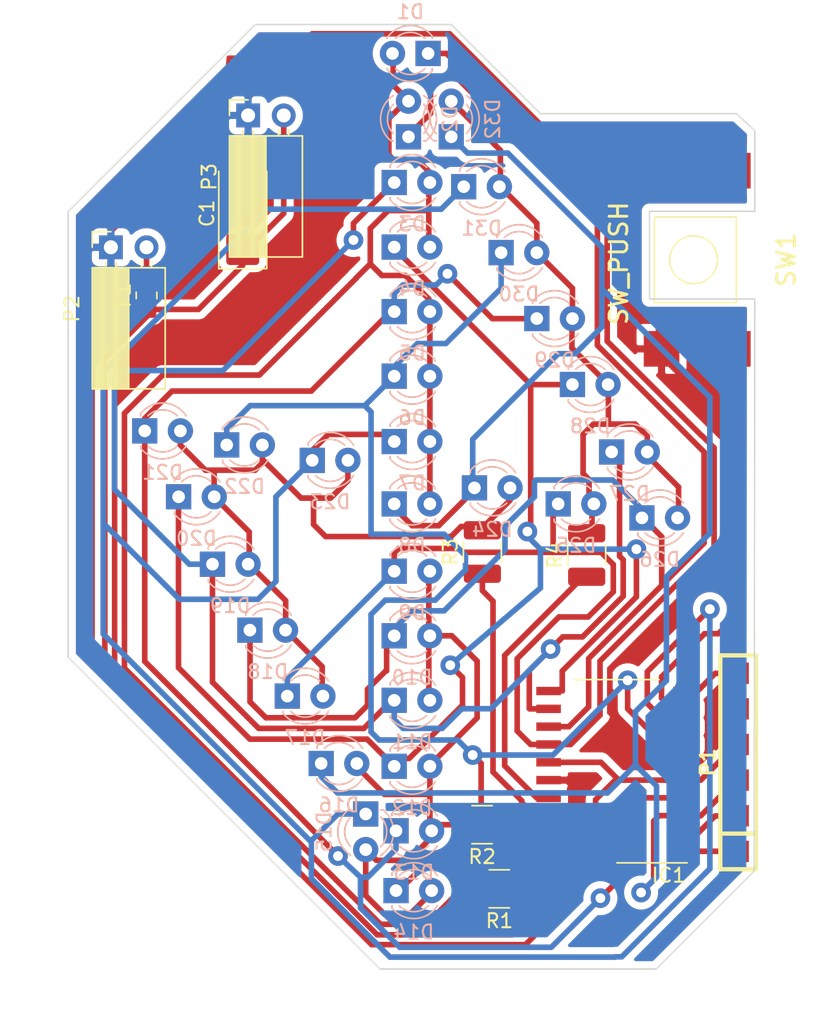
<source format=kicad_pcb>
(kicad_pcb (version 20171130) (host pcbnew "(5.1.4)-1")

  (general
    (thickness 1.6)
    (drawings 30)
    (tracks 476)
    (zones 0)
    (modules 43)
    (nets 24)
  )

  (page A3)
  (layers
    (0 F.Cu signal)
    (31 B.Cu signal)
    (32 B.Adhes user)
    (33 F.Adhes user)
    (34 B.Paste user)
    (35 F.Paste user)
    (36 B.SilkS user)
    (37 F.SilkS user hide)
    (38 B.Mask user)
    (39 F.Mask user)
    (40 Dwgs.User user)
    (41 Cmts.User user)
    (42 Eco1.User user)
    (43 Eco2.User user)
    (44 Edge.Cuts user)
  )

  (setup
    (last_trace_width 0.4)
    (trace_clearance 0.3)
    (zone_clearance 0.508)
    (zone_45_only no)
    (trace_min 0.254)
    (via_size 1.4)
    (via_drill 0.7)
    (via_min_size 0.889)
    (via_min_drill 0.508)
    (uvia_size 0.508)
    (uvia_drill 0.127)
    (uvias_allowed no)
    (uvia_min_size 0.508)
    (uvia_min_drill 0.127)
    (edge_width 0.1)
    (segment_width 0.2)
    (pcb_text_width 0.3)
    (pcb_text_size 1.5 1.5)
    (mod_edge_width 0.15)
    (mod_text_size 1 1)
    (mod_text_width 0.15)
    (pad_size 1.524 1.524)
    (pad_drill 0)
    (pad_to_mask_clearance 0)
    (aux_axis_origin 0 0)
    (visible_elements 7FFFFFFF)
    (pcbplotparams
      (layerselection 0x010c0_ffffffff)
      (usegerberextensions false)
      (usegerberattributes true)
      (usegerberadvancedattributes true)
      (creategerberjobfile true)
      (excludeedgelayer true)
      (linewidth 0.150000)
      (plotframeref false)
      (viasonmask false)
      (mode 1)
      (useauxorigin false)
      (hpglpennumber 1)
      (hpglpenspeed 20)
      (hpglpendiameter 15.000000)
      (psnegative false)
      (psa4output false)
      (plotreference true)
      (plotvalue true)
      (plotinvisibletext false)
      (padsonsilk false)
      (subtractmaskfromsilk false)
      (outputformat 1)
      (mirror false)
      (drillshape 0)
      (scaleselection 1)
      (outputdirectory "./Salama_gerberit/"))
  )

  (net 0 "")
  (net 1 "Net-(D1-Pad1)")
  (net 2 "Net-(D1-Pad2)")
  (net 3 "Net-(D10-Pad1)")
  (net 4 "Net-(D11-Pad1)")
  (net 5 "Net-(D12-Pad1)")
  (net 6 "Net-(D13-Pad1)")
  (net 7 "Net-(D14-Pad1)")
  (net 8 "Net-(D15-Pad1)")
  (net 9 "Net-(D16-Pad1)")
  (net 10 "Net-(D10-Pad2)")
  (net 11 "Net-(D17-Pad2)")
  (net 12 "Net-(D25-Pad2)")
  (net 13 "Net-(F1-Pad2)")
  (net 14 "Net-(IC1-Pad17)")
  (net 15 "Net-(IC1-Pad18)")
  (net 16 "Net-(IC1-Pad19)")
  (net 17 "Net-(IC1-Pad20)")
  (net 18 "Net-(IC1-Pad1)")
  (net 19 "Net-(IC1-Pad2)")
  (net 20 "Net-(IC1-Pad9)")
  (net 21 "Net-(IC1-Pad10)")
  (net 22 VCC)
  (net 23 GND)

  (net_class Default "This is the default net class."
    (clearance 0.3)
    (trace_width 0.4)
    (via_dia 1.4)
    (via_drill 0.7)
    (uvia_dia 0.508)
    (uvia_drill 0.127)
    (add_net GND)
    (add_net "Net-(D1-Pad1)")
    (add_net "Net-(D1-Pad2)")
    (add_net "Net-(D10-Pad1)")
    (add_net "Net-(D10-Pad2)")
    (add_net "Net-(D11-Pad1)")
    (add_net "Net-(D12-Pad1)")
    (add_net "Net-(D13-Pad1)")
    (add_net "Net-(D14-Pad1)")
    (add_net "Net-(D15-Pad1)")
    (add_net "Net-(D16-Pad1)")
    (add_net "Net-(D17-Pad2)")
    (add_net "Net-(D25-Pad2)")
    (add_net "Net-(F1-Pad2)")
    (add_net "Net-(IC1-Pad1)")
    (add_net "Net-(IC1-Pad10)")
    (add_net "Net-(IC1-Pad17)")
    (add_net "Net-(IC1-Pad18)")
    (add_net "Net-(IC1-Pad19)")
    (add_net "Net-(IC1-Pad2)")
    (add_net "Net-(IC1-Pad20)")
    (add_net "Net-(IC1-Pad9)")
    (add_net VCC)
  )

  (net_class joo ""
    (clearance 0.3)
    (trace_width 0.4)
    (via_dia 1.4)
    (via_drill 0.7)
    (uvia_dia 0.508)
    (uvia_drill 0.127)
  )

  (module uusi_possu:SalamaNAppi (layer F.Cu) (tedit 545FF69B) (tstamp 5F907314)
    (at 120.396 44.704 90)
    (path /545FE739)
    (fp_text reference SW1 (at 0 6.35 90) (layer F.SilkS)
      (effects (font (size 1.27 1.27) (thickness 0.2032)))
    )
    (fp_text value SW_PUSH (at -0.254 -5.588 90) (layer F.SilkS)
      (effects (font (size 1.27 1.27) (thickness 0.2032)))
    )
    (fp_circle (center 0 -0.254) (end 1.524 0.508) (layer F.SilkS) (width 0.1016))
    (fp_line (start -3.048 -3.048) (end -3.048 2.794) (layer F.SilkS) (width 0.1016))
    (fp_line (start -3.048 2.794) (end 3.048 2.794) (layer F.SilkS) (width 0.1016))
    (fp_line (start 3.048 2.794) (end 3.048 -3.048) (layer F.SilkS) (width 0.1016))
    (fp_line (start 3.048 -3.048) (end -3.048 -3.048) (layer F.SilkS) (width 0.1016))
    (pad NC smd rect (at 6.35 2.54 90) (size 2.54 2.54) (layers F.Cu F.Paste F.Mask))
    (pad 2 smd rect (at -6.35 2.54 90) (size 2.54 2.54) (layers F.Cu F.Paste F.Mask)
      (net 20 "Net-(IC1-Pad9)"))
    (pad NC smd rect (at 6.35 -2.54 90) (size 2.54 2.54) (layers F.Cu F.Paste F.Mask))
    (pad 1 smd rect (at -6.35 -2.54 90) (size 2.54 2.54) (layers F.Cu F.Paste F.Mask)
      (net 23 GND))
  )

  (module LED_THT:LED_D3.0mm (layer B.Cu) (tedit 587A3A7B) (tstamp 5F8FF80D)
    (at 98.806 48.4)
    (descr "LED, diameter 3.0mm, 2 pins")
    (tags "LED diameter 3.0mm 2 pins")
    (path /545FB610)
    (fp_text reference D5 (at 1.27 2.96) (layer B.SilkS)
      (effects (font (size 1 1) (thickness 0.15)) (justify mirror))
    )
    (fp_text value LED (at 1.27 -2.96) (layer B.Fab)
      (effects (font (size 1 1) (thickness 0.15)) (justify mirror))
    )
    (fp_line (start 3.7 2.25) (end -1.15 2.25) (layer B.CrtYd) (width 0.05))
    (fp_line (start 3.7 -2.25) (end 3.7 2.25) (layer B.CrtYd) (width 0.05))
    (fp_line (start -1.15 -2.25) (end 3.7 -2.25) (layer B.CrtYd) (width 0.05))
    (fp_line (start -1.15 2.25) (end -1.15 -2.25) (layer B.CrtYd) (width 0.05))
    (fp_line (start -0.29 -1.08) (end -0.29 -1.236) (layer B.SilkS) (width 0.12))
    (fp_line (start -0.29 1.236) (end -0.29 1.08) (layer B.SilkS) (width 0.12))
    (fp_line (start -0.23 1.16619) (end -0.23 -1.16619) (layer B.Fab) (width 0.1))
    (fp_circle (center 1.27 0) (end 2.77 0) (layer B.Fab) (width 0.1))
    (fp_arc (start 1.27 0) (end -0.23 1.16619) (angle -284.3) (layer B.Fab) (width 0.1))
    (fp_arc (start 1.27 0) (end -0.29 1.235516) (angle -108.8) (layer B.SilkS) (width 0.12))
    (fp_arc (start 1.27 0) (end -0.29 -1.235516) (angle 108.8) (layer B.SilkS) (width 0.12))
    (fp_arc (start 1.27 0) (end 0.229039 1.08) (angle -87.9) (layer B.SilkS) (width 0.12))
    (fp_arc (start 1.27 0) (end 0.229039 -1.08) (angle 87.9) (layer B.SilkS) (width 0.12))
    (pad 1 thru_hole rect (at 0 0) (size 1.8 1.8) (drill 0.9) (layers *.Cu *.Mask)
      (net 6 "Net-(D13-Pad1)"))
    (pad 2 thru_hole circle (at 2.54 0) (size 1.8 1.8) (drill 0.9) (layers *.Cu *.Mask)
      (net 2 "Net-(D1-Pad2)"))
    (model ${KISYS3DMOD}/LED_THT.3dshapes/LED_D3.0mm.wrl
      (at (xyz 0 0 0))
      (scale (xyz 1 1 1))
      (rotate (xyz 0 0 0))
    )
  )

  (module LED_THT:LED_D3.0mm (layer B.Cu) (tedit 587A3A7B) (tstamp 5F8FF975)
    (at 110.49 62.1)
    (descr "LED, diameter 3.0mm, 2 pins")
    (tags "LED diameter 3.0mm 2 pins")
    (path /545FB715)
    (fp_text reference D25 (at 1.27 2.96) (layer B.SilkS)
      (effects (font (size 1 1) (thickness 0.15)) (justify mirror))
    )
    (fp_text value LED (at 1.27 -2.96) (layer B.Fab)
      (effects (font (size 1 1) (thickness 0.15)) (justify mirror))
    )
    (fp_line (start 3.7 2.25) (end -1.15 2.25) (layer B.CrtYd) (width 0.05))
    (fp_line (start 3.7 -2.25) (end 3.7 2.25) (layer B.CrtYd) (width 0.05))
    (fp_line (start -1.15 -2.25) (end 3.7 -2.25) (layer B.CrtYd) (width 0.05))
    (fp_line (start -1.15 2.25) (end -1.15 -2.25) (layer B.CrtYd) (width 0.05))
    (fp_line (start -0.29 -1.08) (end -0.29 -1.236) (layer B.SilkS) (width 0.12))
    (fp_line (start -0.29 1.236) (end -0.29 1.08) (layer B.SilkS) (width 0.12))
    (fp_line (start -0.23 1.16619) (end -0.23 -1.16619) (layer B.Fab) (width 0.1))
    (fp_circle (center 1.27 0) (end 2.77 0) (layer B.Fab) (width 0.1))
    (fp_arc (start 1.27 0) (end -0.23 1.16619) (angle -284.3) (layer B.Fab) (width 0.1))
    (fp_arc (start 1.27 0) (end -0.29 1.235516) (angle -108.8) (layer B.SilkS) (width 0.12))
    (fp_arc (start 1.27 0) (end -0.29 -1.235516) (angle 108.8) (layer B.SilkS) (width 0.12))
    (fp_arc (start 1.27 0) (end 0.229039 1.08) (angle -87.9) (layer B.SilkS) (width 0.12))
    (fp_arc (start 1.27 0) (end 0.229039 -1.08) (angle 87.9) (layer B.SilkS) (width 0.12))
    (pad 1 thru_hole rect (at 0 0) (size 1.8 1.8) (drill 0.9) (layers *.Cu *.Mask)
      (net 1 "Net-(D1-Pad1)"))
    (pad 2 thru_hole circle (at 2.54 0) (size 1.8 1.8) (drill 0.9) (layers *.Cu *.Mask)
      (net 12 "Net-(D25-Pad2)"))
    (model ${KISYS3DMOD}/LED_THT.3dshapes/LED_D3.0mm.wrl
      (at (xyz 0 0 0))
      (scale (xyz 1 1 1))
      (rotate (xyz 0 0 0))
    )
  )

  (module Capacitor_Tantalum_SMD:CP_EIA-6032-15_Kemet-U_Pad2.25x2.35mm_HandSolder (layer F.Cu) (tedit 5EBA9318) (tstamp 5F906500)
    (at 88.011 41.402 90)
    (descr "Tantalum Capacitor SMD Kemet-U (6032-15 Metric), IPC_7351 nominal, (Body size from: http://www.kemet.com/Lists/ProductCatalog/Attachments/253/KEM_TC101_STD.pdf), generated with kicad-footprint-generator")
    (tags "capacitor tantalum")
    (path /5460D4EF)
    (attr smd)
    (fp_text reference C1 (at 0 -2.55 90) (layer F.SilkS)
      (effects (font (size 1 1) (thickness 0.15)))
    )
    (fp_text value CP1 (at 0 2.55 90) (layer F.Fab)
      (effects (font (size 1 1) (thickness 0.15)))
    )
    (fp_line (start 3.92 1.85) (end -3.92 1.85) (layer F.CrtYd) (width 0.05))
    (fp_line (start 3.92 -1.85) (end 3.92 1.85) (layer F.CrtYd) (width 0.05))
    (fp_line (start -3.92 -1.85) (end 3.92 -1.85) (layer F.CrtYd) (width 0.05))
    (fp_line (start -3.92 1.85) (end -3.92 -1.85) (layer F.CrtYd) (width 0.05))
    (fp_line (start -3.935 1.71) (end 3 1.71) (layer F.SilkS) (width 0.12))
    (fp_line (start -3.935 -1.71) (end -3.935 1.71) (layer F.SilkS) (width 0.12))
    (fp_line (start 3 -1.71) (end -3.935 -1.71) (layer F.SilkS) (width 0.12))
    (fp_line (start 3 1.6) (end 3 -1.6) (layer F.Fab) (width 0.1))
    (fp_line (start -3 1.6) (end 3 1.6) (layer F.Fab) (width 0.1))
    (fp_line (start -3 -0.8) (end -3 1.6) (layer F.Fab) (width 0.1))
    (fp_line (start -2.2 -1.6) (end -3 -0.8) (layer F.Fab) (width 0.1))
    (fp_line (start 3 -1.6) (end -2.2 -1.6) (layer F.Fab) (width 0.1))
    (fp_text user %R (at 0 0 90) (layer F.Fab)
      (effects (font (size 1 1) (thickness 0.15)))
    )
    (pad 1 smd roundrect (at -2.55 0 90) (size 2.25 2.35) (layers F.Cu F.Paste F.Mask) (roundrect_rratio 0.111111)
      (net 22 VCC))
    (pad 2 smd roundrect (at 2.55 0 90) (size 2.25 2.35) (layers F.Cu F.Paste F.Mask) (roundrect_rratio 0.111111)
      (net 23 GND))
    (model ${KISYS3DMOD}/Capacitor_Tantalum_SMD.3dshapes/CP_EIA-6032-15_Kemet-U.wrl
      (at (xyz 0 0 0))
      (scale (xyz 1 1 1))
      (rotate (xyz 0 0 0))
    )
  )

  (module Connector_PinSocket_2.54mm:PinSocket_1x02_P2.54mm_Horizontal (layer F.Cu) (tedit 5A19A41B) (tstamp 5F8FFA7B)
    (at 78.613 43.815 90)
    (descr "Through hole angled socket strip, 1x02, 2.54mm pitch, 8.51mm socket length, single row (from Kicad 4.0.7), script generated")
    (tags "Through hole angled socket strip THT 1x02 2.54mm single row")
    (path /545FED02)
    (fp_text reference P2 (at -4.38 -2.77 90) (layer F.SilkS)
      (effects (font (size 1 1) (thickness 0.15)))
    )
    (fp_text value CONN_2 (at -4.38 5.31 90) (layer F.Fab)
      (effects (font (size 1 1) (thickness 0.15)))
    )
    (fp_line (start 1.75 4.35) (end 1.75 -1.75) (layer F.CrtYd) (width 0.05))
    (fp_line (start -10.55 4.35) (end 1.75 4.35) (layer F.CrtYd) (width 0.05))
    (fp_line (start -10.55 -1.75) (end -10.55 4.35) (layer F.CrtYd) (width 0.05))
    (fp_line (start 1.75 -1.75) (end -10.55 -1.75) (layer F.CrtYd) (width 0.05))
    (fp_line (start 0 -1.33) (end 1.11 -1.33) (layer F.SilkS) (width 0.12))
    (fp_line (start 1.11 -1.33) (end 1.11 0) (layer F.SilkS) (width 0.12))
    (fp_line (start -10.09 -1.33) (end -10.09 3.87) (layer F.SilkS) (width 0.12))
    (fp_line (start -10.09 3.87) (end -1.46 3.87) (layer F.SilkS) (width 0.12))
    (fp_line (start -1.46 -1.33) (end -1.46 3.87) (layer F.SilkS) (width 0.12))
    (fp_line (start -10.09 -1.33) (end -1.46 -1.33) (layer F.SilkS) (width 0.12))
    (fp_line (start -10.09 1.27) (end -1.46 1.27) (layer F.SilkS) (width 0.12))
    (fp_line (start -1.46 2.9) (end -1.05 2.9) (layer F.SilkS) (width 0.12))
    (fp_line (start -1.46 2.18) (end -1.05 2.18) (layer F.SilkS) (width 0.12))
    (fp_line (start -1.46 0.36) (end -1.11 0.36) (layer F.SilkS) (width 0.12))
    (fp_line (start -1.46 -0.36) (end -1.11 -0.36) (layer F.SilkS) (width 0.12))
    (fp_line (start -10.09 1.1519) (end -1.46 1.1519) (layer F.SilkS) (width 0.12))
    (fp_line (start -10.09 1.033805) (end -1.46 1.033805) (layer F.SilkS) (width 0.12))
    (fp_line (start -10.09 0.91571) (end -1.46 0.91571) (layer F.SilkS) (width 0.12))
    (fp_line (start -10.09 0.797615) (end -1.46 0.797615) (layer F.SilkS) (width 0.12))
    (fp_line (start -10.09 0.67952) (end -1.46 0.67952) (layer F.SilkS) (width 0.12))
    (fp_line (start -10.09 0.561425) (end -1.46 0.561425) (layer F.SilkS) (width 0.12))
    (fp_line (start -10.09 0.44333) (end -1.46 0.44333) (layer F.SilkS) (width 0.12))
    (fp_line (start -10.09 0.325235) (end -1.46 0.325235) (layer F.SilkS) (width 0.12))
    (fp_line (start -10.09 0.20714) (end -1.46 0.20714) (layer F.SilkS) (width 0.12))
    (fp_line (start -10.09 0.089045) (end -1.46 0.089045) (layer F.SilkS) (width 0.12))
    (fp_line (start -10.09 -0.02905) (end -1.46 -0.02905) (layer F.SilkS) (width 0.12))
    (fp_line (start -10.09 -0.147145) (end -1.46 -0.147145) (layer F.SilkS) (width 0.12))
    (fp_line (start -10.09 -0.26524) (end -1.46 -0.26524) (layer F.SilkS) (width 0.12))
    (fp_line (start -10.09 -0.383335) (end -1.46 -0.383335) (layer F.SilkS) (width 0.12))
    (fp_line (start -10.09 -0.50143) (end -1.46 -0.50143) (layer F.SilkS) (width 0.12))
    (fp_line (start -10.09 -0.619525) (end -1.46 -0.619525) (layer F.SilkS) (width 0.12))
    (fp_line (start -10.09 -0.73762) (end -1.46 -0.73762) (layer F.SilkS) (width 0.12))
    (fp_line (start -10.09 -0.855715) (end -1.46 -0.855715) (layer F.SilkS) (width 0.12))
    (fp_line (start -10.09 -0.97381) (end -1.46 -0.97381) (layer F.SilkS) (width 0.12))
    (fp_line (start -10.09 -1.091905) (end -1.46 -1.091905) (layer F.SilkS) (width 0.12))
    (fp_line (start -10.09 -1.21) (end -1.46 -1.21) (layer F.SilkS) (width 0.12))
    (fp_line (start 0 2.84) (end 0 2.24) (layer F.Fab) (width 0.1))
    (fp_line (start -1.52 2.84) (end 0 2.84) (layer F.Fab) (width 0.1))
    (fp_line (start 0 2.24) (end -1.52 2.24) (layer F.Fab) (width 0.1))
    (fp_line (start 0 0.3) (end 0 -0.3) (layer F.Fab) (width 0.1))
    (fp_line (start -1.52 0.3) (end 0 0.3) (layer F.Fab) (width 0.1))
    (fp_line (start 0 -0.3) (end -1.52 -0.3) (layer F.Fab) (width 0.1))
    (fp_line (start -10.03 3.81) (end -10.03 -1.27) (layer F.Fab) (width 0.1))
    (fp_line (start -1.52 3.81) (end -10.03 3.81) (layer F.Fab) (width 0.1))
    (fp_line (start -1.52 -0.3) (end -1.52 3.81) (layer F.Fab) (width 0.1))
    (fp_line (start -2.49 -1.27) (end -1.52 -0.3) (layer F.Fab) (width 0.1))
    (fp_line (start -10.03 -1.27) (end -2.49 -1.27) (layer F.Fab) (width 0.1))
    (fp_text user %R (at -5.775 1.27 90) (layer F.Fab)
      (effects (font (size 1 1) (thickness 0.15)))
    )
    (pad 1 thru_hole rect (at 0 0 90) (size 1.7 1.7) (drill 1) (layers *.Cu *.Mask)
      (net 23 GND))
    (pad 2 thru_hole oval (at 0 2.54 90) (size 1.7 1.7) (drill 1) (layers *.Cu *.Mask)
      (net 13 "Net-(F1-Pad2)"))
    (model ${KISYS3DMOD}/Connector_PinSocket_2.54mm.3dshapes/PinSocket_1x02_P2.54mm_Horizontal.wrl
      (at (xyz 0 0 0))
      (scale (xyz 1 1 1))
      (rotate (xyz 0 0 0))
    )
  )

  (module Resistor_SMD:R_0805_2012Metric_Pad1.20x1.40mm_HandSolder (layer F.Cu) (tedit 5F68FEEE) (tstamp 5F8FEA2A)
    (at 81.153 47.244 90)
    (descr "Resistor SMD 0805 (2012 Metric), square (rectangular) end terminal, IPC_7351 nominal with elongated pad for handsoldering. (Body size source: IPC-SM-782 page 72, https://www.pcb-3d.com/wordpress/wp-content/uploads/ipc-sm-782a_amendment_1_and_2.pdf), generated with kicad-footprint-generator")
    (tags "resistor handsolder")
    (path /5F924400)
    (attr smd)
    (fp_text reference F1 (at 0 -1.65 90) (layer F.SilkS)
      (effects (font (size 1 1) (thickness 0.15)))
    )
    (fp_text value Polyfuse (at 0 1.65 90) (layer F.Fab)
      (effects (font (size 1 1) (thickness 0.15)))
    )
    (fp_line (start 1.85 0.95) (end -1.85 0.95) (layer F.CrtYd) (width 0.05))
    (fp_line (start 1.85 -0.95) (end 1.85 0.95) (layer F.CrtYd) (width 0.05))
    (fp_line (start -1.85 -0.95) (end 1.85 -0.95) (layer F.CrtYd) (width 0.05))
    (fp_line (start -1.85 0.95) (end -1.85 -0.95) (layer F.CrtYd) (width 0.05))
    (fp_line (start -0.227064 0.735) (end 0.227064 0.735) (layer F.SilkS) (width 0.12))
    (fp_line (start -0.227064 -0.735) (end 0.227064 -0.735) (layer F.SilkS) (width 0.12))
    (fp_line (start 1 0.625) (end -1 0.625) (layer F.Fab) (width 0.1))
    (fp_line (start 1 -0.625) (end 1 0.625) (layer F.Fab) (width 0.1))
    (fp_line (start -1 -0.625) (end 1 -0.625) (layer F.Fab) (width 0.1))
    (fp_line (start -1 0.625) (end -1 -0.625) (layer F.Fab) (width 0.1))
    (fp_text user %R (at 0 0 90) (layer F.Fab)
      (effects (font (size 0.5 0.5) (thickness 0.08)))
    )
    (pad 1 smd roundrect (at -1 0 90) (size 1.2 1.4) (layers F.Cu F.Paste F.Mask) (roundrect_rratio 0.208333)
      (net 22 VCC))
    (pad 2 smd roundrect (at 1 0 90) (size 1.2 1.4) (layers F.Cu F.Paste F.Mask) (roundrect_rratio 0.208333)
      (net 13 "Net-(F1-Pad2)"))
    (model ${KISYS3DMOD}/Resistor_SMD.3dshapes/R_0805_2012Metric.wrl
      (at (xyz 0 0 0))
      (scale (xyz 1 1 1))
      (rotate (xyz 0 0 0))
    )
  )

  (module LED_THT:LED_D3.0mm (layer B.Cu) (tedit 587A3A7B) (tstamp 5F8FF7C5)
    (at 101.219 30 180)
    (descr "LED, diameter 3.0mm, 2 pins")
    (tags "LED diameter 3.0mm 2 pins")
    (path /545FB684)
    (fp_text reference D1 (at 1.27 2.96) (layer B.SilkS)
      (effects (font (size 1 1) (thickness 0.15)) (justify mirror))
    )
    (fp_text value LED (at 1.27 -2.96) (layer B.Fab)
      (effects (font (size 1 1) (thickness 0.15)) (justify mirror))
    )
    (fp_circle (center 1.27 0) (end 2.77 0) (layer B.Fab) (width 0.1))
    (fp_line (start -0.23 1.16619) (end -0.23 -1.16619) (layer B.Fab) (width 0.1))
    (fp_line (start -0.29 1.236) (end -0.29 1.08) (layer B.SilkS) (width 0.12))
    (fp_line (start -0.29 -1.08) (end -0.29 -1.236) (layer B.SilkS) (width 0.12))
    (fp_line (start -1.15 2.25) (end -1.15 -2.25) (layer B.CrtYd) (width 0.05))
    (fp_line (start -1.15 -2.25) (end 3.7 -2.25) (layer B.CrtYd) (width 0.05))
    (fp_line (start 3.7 -2.25) (end 3.7 2.25) (layer B.CrtYd) (width 0.05))
    (fp_line (start 3.7 2.25) (end -1.15 2.25) (layer B.CrtYd) (width 0.05))
    (fp_arc (start 1.27 0) (end 0.229039 -1.08) (angle 87.9) (layer B.SilkS) (width 0.12))
    (fp_arc (start 1.27 0) (end 0.229039 1.08) (angle -87.9) (layer B.SilkS) (width 0.12))
    (fp_arc (start 1.27 0) (end -0.29 -1.235516) (angle 108.8) (layer B.SilkS) (width 0.12))
    (fp_arc (start 1.27 0) (end -0.29 1.235516) (angle -108.8) (layer B.SilkS) (width 0.12))
    (fp_arc (start 1.27 0) (end -0.23 1.16619) (angle -284.3) (layer B.Fab) (width 0.1))
    (pad 2 thru_hole circle (at 2.54 0 180) (size 1.8 1.8) (drill 0.9) (layers *.Cu *.Mask)
      (net 2 "Net-(D1-Pad2)"))
    (pad 1 thru_hole rect (at 0 0 180) (size 1.8 1.8) (drill 0.9) (layers *.Cu *.Mask)
      (net 1 "Net-(D1-Pad1)"))
    (model ${KISYS3DMOD}/LED_THT.3dshapes/LED_D3.0mm.wrl
      (at (xyz 0 0 0))
      (scale (xyz 1 1 1))
      (rotate (xyz 0 0 0))
    )
  )

  (module LED_THT:LED_D3.0mm (layer B.Cu) (tedit 587A3A7B) (tstamp 5F8FF7D7)
    (at 99.822 35.941 90)
    (descr "LED, diameter 3.0mm, 2 pins")
    (tags "LED diameter 3.0mm 2 pins")
    (path /545FB67E)
    (fp_text reference D2 (at 1.27 2.96 270) (layer B.SilkS)
      (effects (font (size 1 1) (thickness 0.15)) (justify mirror))
    )
    (fp_text value LED (at 1.27 -2.96 270) (layer B.Fab)
      (effects (font (size 1 1) (thickness 0.15)) (justify mirror))
    )
    (fp_line (start 3.7 2.25) (end -1.15 2.25) (layer B.CrtYd) (width 0.05))
    (fp_line (start 3.7 -2.25) (end 3.7 2.25) (layer B.CrtYd) (width 0.05))
    (fp_line (start -1.15 -2.25) (end 3.7 -2.25) (layer B.CrtYd) (width 0.05))
    (fp_line (start -1.15 2.25) (end -1.15 -2.25) (layer B.CrtYd) (width 0.05))
    (fp_line (start -0.29 -1.08) (end -0.29 -1.236) (layer B.SilkS) (width 0.12))
    (fp_line (start -0.29 1.236) (end -0.29 1.08) (layer B.SilkS) (width 0.12))
    (fp_line (start -0.23 1.16619) (end -0.23 -1.16619) (layer B.Fab) (width 0.1))
    (fp_circle (center 1.27 0) (end 2.77 0) (layer B.Fab) (width 0.1))
    (fp_arc (start 1.27 0) (end -0.23 1.16619) (angle -284.3) (layer B.Fab) (width 0.1))
    (fp_arc (start 1.27 0) (end -0.29 1.235516) (angle -108.8) (layer B.SilkS) (width 0.12))
    (fp_arc (start 1.27 0) (end -0.29 -1.235516) (angle 108.8) (layer B.SilkS) (width 0.12))
    (fp_arc (start 1.27 0) (end 0.229039 1.08) (angle -87.9) (layer B.SilkS) (width 0.12))
    (fp_arc (start 1.27 0) (end 0.229039 -1.08) (angle 87.9) (layer B.SilkS) (width 0.12))
    (pad 1 thru_hole rect (at 0 0 90) (size 1.8 1.8) (drill 0.9) (layers *.Cu *.Mask)
      (net 3 "Net-(D10-Pad1)"))
    (pad 2 thru_hole circle (at 2.54 0 90) (size 1.8 1.8) (drill 0.9) (layers *.Cu *.Mask)
      (net 2 "Net-(D1-Pad2)"))
    (model ${KISYS3DMOD}/LED_THT.3dshapes/LED_D3.0mm.wrl
      (at (xyz 0 0 0))
      (scale (xyz 1 1 1))
      (rotate (xyz 0 0 0))
    )
  )

  (module LED_THT:LED_D3.0mm (layer B.Cu) (tedit 587A3A7B) (tstamp 5F8FF7E9)
    (at 98.806 39.2)
    (descr "LED, diameter 3.0mm, 2 pins")
    (tags "LED diameter 3.0mm 2 pins")
    (path /545FB653)
    (fp_text reference D3 (at 1.27 2.96) (layer B.SilkS)
      (effects (font (size 1 1) (thickness 0.15)) (justify mirror))
    )
    (fp_text value LED (at 1.27 -2.96) (layer B.Fab)
      (effects (font (size 1 1) (thickness 0.15)) (justify mirror))
    )
    (fp_line (start 3.7 2.25) (end -1.15 2.25) (layer B.CrtYd) (width 0.05))
    (fp_line (start 3.7 -2.25) (end 3.7 2.25) (layer B.CrtYd) (width 0.05))
    (fp_line (start -1.15 -2.25) (end 3.7 -2.25) (layer B.CrtYd) (width 0.05))
    (fp_line (start -1.15 2.25) (end -1.15 -2.25) (layer B.CrtYd) (width 0.05))
    (fp_line (start -0.29 -1.08) (end -0.29 -1.236) (layer B.SilkS) (width 0.12))
    (fp_line (start -0.29 1.236) (end -0.29 1.08) (layer B.SilkS) (width 0.12))
    (fp_line (start -0.23 1.16619) (end -0.23 -1.16619) (layer B.Fab) (width 0.1))
    (fp_circle (center 1.27 0) (end 2.77 0) (layer B.Fab) (width 0.1))
    (fp_arc (start 1.27 0) (end -0.23 1.16619) (angle -284.3) (layer B.Fab) (width 0.1))
    (fp_arc (start 1.27 0) (end -0.29 1.235516) (angle -108.8) (layer B.SilkS) (width 0.12))
    (fp_arc (start 1.27 0) (end -0.29 -1.235516) (angle 108.8) (layer B.SilkS) (width 0.12))
    (fp_arc (start 1.27 0) (end 0.229039 1.08) (angle -87.9) (layer B.SilkS) (width 0.12))
    (fp_arc (start 1.27 0) (end 0.229039 -1.08) (angle 87.9) (layer B.SilkS) (width 0.12))
    (pad 1 thru_hole rect (at 0 0) (size 1.8 1.8) (drill 0.9) (layers *.Cu *.Mask)
      (net 4 "Net-(D11-Pad1)"))
    (pad 2 thru_hole circle (at 2.54 0) (size 1.8 1.8) (drill 0.9) (layers *.Cu *.Mask)
      (net 2 "Net-(D1-Pad2)"))
    (model ${KISYS3DMOD}/LED_THT.3dshapes/LED_D3.0mm.wrl
      (at (xyz 0 0 0))
      (scale (xyz 1 1 1))
      (rotate (xyz 0 0 0))
    )
  )

  (module LED_THT:LED_D3.0mm (layer B.Cu) (tedit 587A3A7B) (tstamp 5F8FF7FB)
    (at 98.806 43.8)
    (descr "LED, diameter 3.0mm, 2 pins")
    (tags "LED diameter 3.0mm 2 pins")
    (path /545FB644)
    (fp_text reference D4 (at 1.27 2.96) (layer B.SilkS)
      (effects (font (size 1 1) (thickness 0.15)) (justify mirror))
    )
    (fp_text value LED (at 1.27 -2.96) (layer B.Fab)
      (effects (font (size 1 1) (thickness 0.15)) (justify mirror))
    )
    (fp_circle (center 1.27 0) (end 2.77 0) (layer B.Fab) (width 0.1))
    (fp_line (start -0.23 1.16619) (end -0.23 -1.16619) (layer B.Fab) (width 0.1))
    (fp_line (start -0.29 1.236) (end -0.29 1.08) (layer B.SilkS) (width 0.12))
    (fp_line (start -0.29 -1.08) (end -0.29 -1.236) (layer B.SilkS) (width 0.12))
    (fp_line (start -1.15 2.25) (end -1.15 -2.25) (layer B.CrtYd) (width 0.05))
    (fp_line (start -1.15 -2.25) (end 3.7 -2.25) (layer B.CrtYd) (width 0.05))
    (fp_line (start 3.7 -2.25) (end 3.7 2.25) (layer B.CrtYd) (width 0.05))
    (fp_line (start 3.7 2.25) (end -1.15 2.25) (layer B.CrtYd) (width 0.05))
    (fp_arc (start 1.27 0) (end 0.229039 -1.08) (angle 87.9) (layer B.SilkS) (width 0.12))
    (fp_arc (start 1.27 0) (end 0.229039 1.08) (angle -87.9) (layer B.SilkS) (width 0.12))
    (fp_arc (start 1.27 0) (end -0.29 -1.235516) (angle 108.8) (layer B.SilkS) (width 0.12))
    (fp_arc (start 1.27 0) (end -0.29 1.235516) (angle -108.8) (layer B.SilkS) (width 0.12))
    (fp_arc (start 1.27 0) (end -0.23 1.16619) (angle -284.3) (layer B.Fab) (width 0.1))
    (pad 2 thru_hole circle (at 2.54 0) (size 1.8 1.8) (drill 0.9) (layers *.Cu *.Mask)
      (net 2 "Net-(D1-Pad2)"))
    (pad 1 thru_hole rect (at 0 0) (size 1.8 1.8) (drill 0.9) (layers *.Cu *.Mask)
      (net 5 "Net-(D12-Pad1)"))
    (model ${KISYS3DMOD}/LED_THT.3dshapes/LED_D3.0mm.wrl
      (at (xyz 0 0 0))
      (scale (xyz 1 1 1))
      (rotate (xyz 0 0 0))
    )
  )

  (module LED_THT:LED_D3.0mm (layer B.Cu) (tedit 587A3A7B) (tstamp 5F8FF81F)
    (at 98.806 53)
    (descr "LED, diameter 3.0mm, 2 pins")
    (tags "LED diameter 3.0mm 2 pins")
    (path /545FB678)
    (fp_text reference D6 (at 1.27 2.96) (layer B.SilkS)
      (effects (font (size 1 1) (thickness 0.15)) (justify mirror))
    )
    (fp_text value LED (at 1.27 -2.96) (layer B.Fab)
      (effects (font (size 1 1) (thickness 0.15)) (justify mirror))
    )
    (fp_circle (center 1.27 0) (end 2.77 0) (layer B.Fab) (width 0.1))
    (fp_line (start -0.23 1.16619) (end -0.23 -1.16619) (layer B.Fab) (width 0.1))
    (fp_line (start -0.29 1.236) (end -0.29 1.08) (layer B.SilkS) (width 0.12))
    (fp_line (start -0.29 -1.08) (end -0.29 -1.236) (layer B.SilkS) (width 0.12))
    (fp_line (start -1.15 2.25) (end -1.15 -2.25) (layer B.CrtYd) (width 0.05))
    (fp_line (start -1.15 -2.25) (end 3.7 -2.25) (layer B.CrtYd) (width 0.05))
    (fp_line (start 3.7 -2.25) (end 3.7 2.25) (layer B.CrtYd) (width 0.05))
    (fp_line (start 3.7 2.25) (end -1.15 2.25) (layer B.CrtYd) (width 0.05))
    (fp_arc (start 1.27 0) (end 0.229039 -1.08) (angle 87.9) (layer B.SilkS) (width 0.12))
    (fp_arc (start 1.27 0) (end 0.229039 1.08) (angle -87.9) (layer B.SilkS) (width 0.12))
    (fp_arc (start 1.27 0) (end -0.29 -1.235516) (angle 108.8) (layer B.SilkS) (width 0.12))
    (fp_arc (start 1.27 0) (end -0.29 1.235516) (angle -108.8) (layer B.SilkS) (width 0.12))
    (fp_arc (start 1.27 0) (end -0.23 1.16619) (angle -284.3) (layer B.Fab) (width 0.1))
    (pad 2 thru_hole circle (at 2.54 0) (size 1.8 1.8) (drill 0.9) (layers *.Cu *.Mask)
      (net 2 "Net-(D1-Pad2)"))
    (pad 1 thru_hole rect (at 0 0) (size 1.8 1.8) (drill 0.9) (layers *.Cu *.Mask)
      (net 7 "Net-(D14-Pad1)"))
    (model ${KISYS3DMOD}/LED_THT.3dshapes/LED_D3.0mm.wrl
      (at (xyz 0 0 0))
      (scale (xyz 1 1 1))
      (rotate (xyz 0 0 0))
    )
  )

  (module LED_THT:LED_D3.0mm (layer B.Cu) (tedit 587A3A7B) (tstamp 5F8FF831)
    (at 98.806 57.658)
    (descr "LED, diameter 3.0mm, 2 pins")
    (tags "LED diameter 3.0mm 2 pins")
    (path /545FB672)
    (fp_text reference D7 (at 1.27 2.96) (layer B.SilkS)
      (effects (font (size 1 1) (thickness 0.15)) (justify mirror))
    )
    (fp_text value LED (at 1.27 -2.96) (layer B.Fab)
      (effects (font (size 1 1) (thickness 0.15)) (justify mirror))
    )
    (fp_line (start 3.7 2.25) (end -1.15 2.25) (layer B.CrtYd) (width 0.05))
    (fp_line (start 3.7 -2.25) (end 3.7 2.25) (layer B.CrtYd) (width 0.05))
    (fp_line (start -1.15 -2.25) (end 3.7 -2.25) (layer B.CrtYd) (width 0.05))
    (fp_line (start -1.15 2.25) (end -1.15 -2.25) (layer B.CrtYd) (width 0.05))
    (fp_line (start -0.29 -1.08) (end -0.29 -1.236) (layer B.SilkS) (width 0.12))
    (fp_line (start -0.29 1.236) (end -0.29 1.08) (layer B.SilkS) (width 0.12))
    (fp_line (start -0.23 1.16619) (end -0.23 -1.16619) (layer B.Fab) (width 0.1))
    (fp_circle (center 1.27 0) (end 2.77 0) (layer B.Fab) (width 0.1))
    (fp_arc (start 1.27 0) (end -0.23 1.16619) (angle -284.3) (layer B.Fab) (width 0.1))
    (fp_arc (start 1.27 0) (end -0.29 1.235516) (angle -108.8) (layer B.SilkS) (width 0.12))
    (fp_arc (start 1.27 0) (end -0.29 -1.235516) (angle 108.8) (layer B.SilkS) (width 0.12))
    (fp_arc (start 1.27 0) (end 0.229039 1.08) (angle -87.9) (layer B.SilkS) (width 0.12))
    (fp_arc (start 1.27 0) (end 0.229039 -1.08) (angle 87.9) (layer B.SilkS) (width 0.12))
    (pad 1 thru_hole rect (at 0 0) (size 1.8 1.8) (drill 0.9) (layers *.Cu *.Mask)
      (net 8 "Net-(D15-Pad1)"))
    (pad 2 thru_hole circle (at 2.54 0) (size 1.8 1.8) (drill 0.9) (layers *.Cu *.Mask)
      (net 2 "Net-(D1-Pad2)"))
    (model ${KISYS3DMOD}/LED_THT.3dshapes/LED_D3.0mm.wrl
      (at (xyz 0 0 0))
      (scale (xyz 1 1 1))
      (rotate (xyz 0 0 0))
    )
  )

  (module LED_THT:LED_D3.0mm (layer B.Cu) (tedit 587A3A7B) (tstamp 5F8FF843)
    (at 98.806 62.103)
    (descr "LED, diameter 3.0mm, 2 pins")
    (tags "LED diameter 3.0mm 2 pins")
    (path /545FB66C)
    (fp_text reference D8 (at 1.27 2.96) (layer B.SilkS)
      (effects (font (size 1 1) (thickness 0.15)) (justify mirror))
    )
    (fp_text value LED (at 1.27 -2.96) (layer B.Fab)
      (effects (font (size 1 1) (thickness 0.15)) (justify mirror))
    )
    (fp_circle (center 1.27 0) (end 2.77 0) (layer B.Fab) (width 0.1))
    (fp_line (start -0.23 1.16619) (end -0.23 -1.16619) (layer B.Fab) (width 0.1))
    (fp_line (start -0.29 1.236) (end -0.29 1.08) (layer B.SilkS) (width 0.12))
    (fp_line (start -0.29 -1.08) (end -0.29 -1.236) (layer B.SilkS) (width 0.12))
    (fp_line (start -1.15 2.25) (end -1.15 -2.25) (layer B.CrtYd) (width 0.05))
    (fp_line (start -1.15 -2.25) (end 3.7 -2.25) (layer B.CrtYd) (width 0.05))
    (fp_line (start 3.7 -2.25) (end 3.7 2.25) (layer B.CrtYd) (width 0.05))
    (fp_line (start 3.7 2.25) (end -1.15 2.25) (layer B.CrtYd) (width 0.05))
    (fp_arc (start 1.27 0) (end 0.229039 -1.08) (angle 87.9) (layer B.SilkS) (width 0.12))
    (fp_arc (start 1.27 0) (end 0.229039 1.08) (angle -87.9) (layer B.SilkS) (width 0.12))
    (fp_arc (start 1.27 0) (end -0.29 -1.235516) (angle 108.8) (layer B.SilkS) (width 0.12))
    (fp_arc (start 1.27 0) (end -0.29 1.235516) (angle -108.8) (layer B.SilkS) (width 0.12))
    (fp_arc (start 1.27 0) (end -0.23 1.16619) (angle -284.3) (layer B.Fab) (width 0.1))
    (pad 2 thru_hole circle (at 2.54 0) (size 1.8 1.8) (drill 0.9) (layers *.Cu *.Mask)
      (net 2 "Net-(D1-Pad2)"))
    (pad 1 thru_hole rect (at 0 0) (size 1.8 1.8) (drill 0.9) (layers *.Cu *.Mask)
      (net 9 "Net-(D16-Pad1)"))
    (model ${KISYS3DMOD}/LED_THT.3dshapes/LED_D3.0mm.wrl
      (at (xyz 0 0 0))
      (scale (xyz 1 1 1))
      (rotate (xyz 0 0 0))
    )
  )

  (module LED_THT:LED_D3.0mm (layer B.Cu) (tedit 587A3A7B) (tstamp 5F8FF855)
    (at 98.806 66.9)
    (descr "LED, diameter 3.0mm, 2 pins")
    (tags "LED diameter 3.0mm 2 pins")
    (path /545FB6B5)
    (fp_text reference D9 (at 1.27 2.96) (layer B.SilkS)
      (effects (font (size 1 1) (thickness 0.15)) (justify mirror))
    )
    (fp_text value LED (at 1.27 -2.96) (layer B.Fab)
      (effects (font (size 1 1) (thickness 0.15)) (justify mirror))
    )
    (fp_circle (center 1.27 0) (end 2.77 0) (layer B.Fab) (width 0.1))
    (fp_line (start -0.23 1.16619) (end -0.23 -1.16619) (layer B.Fab) (width 0.1))
    (fp_line (start -0.29 1.236) (end -0.29 1.08) (layer B.SilkS) (width 0.12))
    (fp_line (start -0.29 -1.08) (end -0.29 -1.236) (layer B.SilkS) (width 0.12))
    (fp_line (start -1.15 2.25) (end -1.15 -2.25) (layer B.CrtYd) (width 0.05))
    (fp_line (start -1.15 -2.25) (end 3.7 -2.25) (layer B.CrtYd) (width 0.05))
    (fp_line (start 3.7 -2.25) (end 3.7 2.25) (layer B.CrtYd) (width 0.05))
    (fp_line (start 3.7 2.25) (end -1.15 2.25) (layer B.CrtYd) (width 0.05))
    (fp_arc (start 1.27 0) (end 0.229039 -1.08) (angle 87.9) (layer B.SilkS) (width 0.12))
    (fp_arc (start 1.27 0) (end 0.229039 1.08) (angle -87.9) (layer B.SilkS) (width 0.12))
    (fp_arc (start 1.27 0) (end -0.29 -1.235516) (angle 108.8) (layer B.SilkS) (width 0.12))
    (fp_arc (start 1.27 0) (end -0.29 1.235516) (angle -108.8) (layer B.SilkS) (width 0.12))
    (fp_arc (start 1.27 0) (end -0.23 1.16619) (angle -284.3) (layer B.Fab) (width 0.1))
    (pad 2 thru_hole circle (at 2.54 0) (size 1.8 1.8) (drill 0.9) (layers *.Cu *.Mask)
      (net 10 "Net-(D10-Pad2)"))
    (pad 1 thru_hole rect (at 0 0) (size 1.8 1.8) (drill 0.9) (layers *.Cu *.Mask)
      (net 1 "Net-(D1-Pad1)"))
    (model ${KISYS3DMOD}/LED_THT.3dshapes/LED_D3.0mm.wrl
      (at (xyz 0 0 0))
      (scale (xyz 1 1 1))
      (rotate (xyz 0 0 0))
    )
  )

  (module LED_THT:LED_D3.0mm (layer B.Cu) (tedit 587A3A7B) (tstamp 5F8FF867)
    (at 98.806 71.5)
    (descr "LED, diameter 3.0mm, 2 pins")
    (tags "LED diameter 3.0mm 2 pins")
    (path /545FB6AF)
    (fp_text reference D10 (at 1.27 2.96) (layer B.SilkS)
      (effects (font (size 1 1) (thickness 0.15)) (justify mirror))
    )
    (fp_text value LED (at 1.27 -2.96) (layer B.Fab)
      (effects (font (size 1 1) (thickness 0.15)) (justify mirror))
    )
    (fp_line (start 3.7 2.25) (end -1.15 2.25) (layer B.CrtYd) (width 0.05))
    (fp_line (start 3.7 -2.25) (end 3.7 2.25) (layer B.CrtYd) (width 0.05))
    (fp_line (start -1.15 -2.25) (end 3.7 -2.25) (layer B.CrtYd) (width 0.05))
    (fp_line (start -1.15 2.25) (end -1.15 -2.25) (layer B.CrtYd) (width 0.05))
    (fp_line (start -0.29 -1.08) (end -0.29 -1.236) (layer B.SilkS) (width 0.12))
    (fp_line (start -0.29 1.236) (end -0.29 1.08) (layer B.SilkS) (width 0.12))
    (fp_line (start -0.23 1.16619) (end -0.23 -1.16619) (layer B.Fab) (width 0.1))
    (fp_circle (center 1.27 0) (end 2.77 0) (layer B.Fab) (width 0.1))
    (fp_arc (start 1.27 0) (end -0.23 1.16619) (angle -284.3) (layer B.Fab) (width 0.1))
    (fp_arc (start 1.27 0) (end -0.29 1.235516) (angle -108.8) (layer B.SilkS) (width 0.12))
    (fp_arc (start 1.27 0) (end -0.29 -1.235516) (angle 108.8) (layer B.SilkS) (width 0.12))
    (fp_arc (start 1.27 0) (end 0.229039 1.08) (angle -87.9) (layer B.SilkS) (width 0.12))
    (fp_arc (start 1.27 0) (end 0.229039 -1.08) (angle 87.9) (layer B.SilkS) (width 0.12))
    (pad 1 thru_hole rect (at 0 0) (size 1.8 1.8) (drill 0.9) (layers *.Cu *.Mask)
      (net 3 "Net-(D10-Pad1)"))
    (pad 2 thru_hole circle (at 2.54 0) (size 1.8 1.8) (drill 0.9) (layers *.Cu *.Mask)
      (net 10 "Net-(D10-Pad2)"))
    (model ${KISYS3DMOD}/LED_THT.3dshapes/LED_D3.0mm.wrl
      (at (xyz 0 0 0))
      (scale (xyz 1 1 1))
      (rotate (xyz 0 0 0))
    )
  )

  (module LED_THT:LED_D3.0mm (layer B.Cu) (tedit 587A3A7B) (tstamp 5F8FF879)
    (at 98.806 76.1)
    (descr "LED, diameter 3.0mm, 2 pins")
    (tags "LED diameter 3.0mm 2 pins")
    (path /545FB697)
    (fp_text reference D11 (at 1.27 2.96) (layer B.SilkS)
      (effects (font (size 1 1) (thickness 0.15)) (justify mirror))
    )
    (fp_text value LED (at 1.27 -2.96) (layer B.Fab)
      (effects (font (size 1 1) (thickness 0.15)) (justify mirror))
    )
    (fp_line (start 3.7 2.25) (end -1.15 2.25) (layer B.CrtYd) (width 0.05))
    (fp_line (start 3.7 -2.25) (end 3.7 2.25) (layer B.CrtYd) (width 0.05))
    (fp_line (start -1.15 -2.25) (end 3.7 -2.25) (layer B.CrtYd) (width 0.05))
    (fp_line (start -1.15 2.25) (end -1.15 -2.25) (layer B.CrtYd) (width 0.05))
    (fp_line (start -0.29 -1.08) (end -0.29 -1.236) (layer B.SilkS) (width 0.12))
    (fp_line (start -0.29 1.236) (end -0.29 1.08) (layer B.SilkS) (width 0.12))
    (fp_line (start -0.23 1.16619) (end -0.23 -1.16619) (layer B.Fab) (width 0.1))
    (fp_circle (center 1.27 0) (end 2.77 0) (layer B.Fab) (width 0.1))
    (fp_arc (start 1.27 0) (end -0.23 1.16619) (angle -284.3) (layer B.Fab) (width 0.1))
    (fp_arc (start 1.27 0) (end -0.29 1.235516) (angle -108.8) (layer B.SilkS) (width 0.12))
    (fp_arc (start 1.27 0) (end -0.29 -1.235516) (angle 108.8) (layer B.SilkS) (width 0.12))
    (fp_arc (start 1.27 0) (end 0.229039 1.08) (angle -87.9) (layer B.SilkS) (width 0.12))
    (fp_arc (start 1.27 0) (end 0.229039 -1.08) (angle 87.9) (layer B.SilkS) (width 0.12))
    (pad 1 thru_hole rect (at 0 0) (size 1.8 1.8) (drill 0.9) (layers *.Cu *.Mask)
      (net 4 "Net-(D11-Pad1)"))
    (pad 2 thru_hole circle (at 2.54 0) (size 1.8 1.8) (drill 0.9) (layers *.Cu *.Mask)
      (net 10 "Net-(D10-Pad2)"))
    (model ${KISYS3DMOD}/LED_THT.3dshapes/LED_D3.0mm.wrl
      (at (xyz 0 0 0))
      (scale (xyz 1 1 1))
      (rotate (xyz 0 0 0))
    )
  )

  (module LED_THT:LED_D3.0mm (layer B.Cu) (tedit 587A3A7B) (tstamp 5F8FF88B)
    (at 98.806 80.8)
    (descr "LED, diameter 3.0mm, 2 pins")
    (tags "LED diameter 3.0mm 2 pins")
    (path /545FB691)
    (fp_text reference D12 (at 1.27 2.96) (layer B.SilkS)
      (effects (font (size 1 1) (thickness 0.15)) (justify mirror))
    )
    (fp_text value LED (at 1.27 -2.96) (layer B.Fab)
      (effects (font (size 1 1) (thickness 0.15)) (justify mirror))
    )
    (fp_circle (center 1.27 0) (end 2.77 0) (layer B.Fab) (width 0.1))
    (fp_line (start -0.23 1.16619) (end -0.23 -1.16619) (layer B.Fab) (width 0.1))
    (fp_line (start -0.29 1.236) (end -0.29 1.08) (layer B.SilkS) (width 0.12))
    (fp_line (start -0.29 -1.08) (end -0.29 -1.236) (layer B.SilkS) (width 0.12))
    (fp_line (start -1.15 2.25) (end -1.15 -2.25) (layer B.CrtYd) (width 0.05))
    (fp_line (start -1.15 -2.25) (end 3.7 -2.25) (layer B.CrtYd) (width 0.05))
    (fp_line (start 3.7 -2.25) (end 3.7 2.25) (layer B.CrtYd) (width 0.05))
    (fp_line (start 3.7 2.25) (end -1.15 2.25) (layer B.CrtYd) (width 0.05))
    (fp_arc (start 1.27 0) (end 0.229039 -1.08) (angle 87.9) (layer B.SilkS) (width 0.12))
    (fp_arc (start 1.27 0) (end 0.229039 1.08) (angle -87.9) (layer B.SilkS) (width 0.12))
    (fp_arc (start 1.27 0) (end -0.29 -1.235516) (angle 108.8) (layer B.SilkS) (width 0.12))
    (fp_arc (start 1.27 0) (end -0.29 1.235516) (angle -108.8) (layer B.SilkS) (width 0.12))
    (fp_arc (start 1.27 0) (end -0.23 1.16619) (angle -284.3) (layer B.Fab) (width 0.1))
    (pad 2 thru_hole circle (at 2.54 0) (size 1.8 1.8) (drill 0.9) (layers *.Cu *.Mask)
      (net 10 "Net-(D10-Pad2)"))
    (pad 1 thru_hole rect (at 0 0) (size 1.8 1.8) (drill 0.9) (layers *.Cu *.Mask)
      (net 5 "Net-(D12-Pad1)"))
    (model ${KISYS3DMOD}/LED_THT.3dshapes/LED_D3.0mm.wrl
      (at (xyz 0 0 0))
      (scale (xyz 1 1 1))
      (rotate (xyz 0 0 0))
    )
  )

  (module LED_THT:LED_D3.0mm (layer B.Cu) (tedit 587A3A7B) (tstamp 5F8FF89D)
    (at 98.933 85.4)
    (descr "LED, diameter 3.0mm, 2 pins")
    (tags "LED diameter 3.0mm 2 pins")
    (path /545FB68B)
    (fp_text reference D13 (at 1.27 2.96) (layer B.SilkS)
      (effects (font (size 1 1) (thickness 0.15)) (justify mirror))
    )
    (fp_text value LED (at 1.27 -2.96) (layer B.Fab)
      (effects (font (size 1 1) (thickness 0.15)) (justify mirror))
    )
    (fp_line (start 3.7 2.25) (end -1.15 2.25) (layer B.CrtYd) (width 0.05))
    (fp_line (start 3.7 -2.25) (end 3.7 2.25) (layer B.CrtYd) (width 0.05))
    (fp_line (start -1.15 -2.25) (end 3.7 -2.25) (layer B.CrtYd) (width 0.05))
    (fp_line (start -1.15 2.25) (end -1.15 -2.25) (layer B.CrtYd) (width 0.05))
    (fp_line (start -0.29 -1.08) (end -0.29 -1.236) (layer B.SilkS) (width 0.12))
    (fp_line (start -0.29 1.236) (end -0.29 1.08) (layer B.SilkS) (width 0.12))
    (fp_line (start -0.23 1.16619) (end -0.23 -1.16619) (layer B.Fab) (width 0.1))
    (fp_circle (center 1.27 0) (end 2.77 0) (layer B.Fab) (width 0.1))
    (fp_arc (start 1.27 0) (end -0.23 1.16619) (angle -284.3) (layer B.Fab) (width 0.1))
    (fp_arc (start 1.27 0) (end -0.29 1.235516) (angle -108.8) (layer B.SilkS) (width 0.12))
    (fp_arc (start 1.27 0) (end -0.29 -1.235516) (angle 108.8) (layer B.SilkS) (width 0.12))
    (fp_arc (start 1.27 0) (end 0.229039 1.08) (angle -87.9) (layer B.SilkS) (width 0.12))
    (fp_arc (start 1.27 0) (end 0.229039 -1.08) (angle 87.9) (layer B.SilkS) (width 0.12))
    (pad 1 thru_hole rect (at 0 0) (size 1.8 1.8) (drill 0.9) (layers *.Cu *.Mask)
      (net 6 "Net-(D13-Pad1)"))
    (pad 2 thru_hole circle (at 2.54 0) (size 1.8 1.8) (drill 0.9) (layers *.Cu *.Mask)
      (net 10 "Net-(D10-Pad2)"))
    (model ${KISYS3DMOD}/LED_THT.3dshapes/LED_D3.0mm.wrl
      (at (xyz 0 0 0))
      (scale (xyz 1 1 1))
      (rotate (xyz 0 0 0))
    )
  )

  (module LED_THT:LED_D3.0mm (layer B.Cu) (tedit 587A3A7B) (tstamp 5F8FF8AF)
    (at 98.933 89.662)
    (descr "LED, diameter 3.0mm, 2 pins")
    (tags "LED diameter 3.0mm 2 pins")
    (path /545FB6A9)
    (fp_text reference D14 (at 1.27 2.96) (layer B.SilkS)
      (effects (font (size 1 1) (thickness 0.15)) (justify mirror))
    )
    (fp_text value LED (at 1.27 -2.96) (layer B.Fab)
      (effects (font (size 1 1) (thickness 0.15)) (justify mirror))
    )
    (fp_circle (center 1.27 0) (end 2.77 0) (layer B.Fab) (width 0.1))
    (fp_line (start -0.23 1.16619) (end -0.23 -1.16619) (layer B.Fab) (width 0.1))
    (fp_line (start -0.29 1.236) (end -0.29 1.08) (layer B.SilkS) (width 0.12))
    (fp_line (start -0.29 -1.08) (end -0.29 -1.236) (layer B.SilkS) (width 0.12))
    (fp_line (start -1.15 2.25) (end -1.15 -2.25) (layer B.CrtYd) (width 0.05))
    (fp_line (start -1.15 -2.25) (end 3.7 -2.25) (layer B.CrtYd) (width 0.05))
    (fp_line (start 3.7 -2.25) (end 3.7 2.25) (layer B.CrtYd) (width 0.05))
    (fp_line (start 3.7 2.25) (end -1.15 2.25) (layer B.CrtYd) (width 0.05))
    (fp_arc (start 1.27 0) (end 0.229039 -1.08) (angle 87.9) (layer B.SilkS) (width 0.12))
    (fp_arc (start 1.27 0) (end 0.229039 1.08) (angle -87.9) (layer B.SilkS) (width 0.12))
    (fp_arc (start 1.27 0) (end -0.29 -1.235516) (angle 108.8) (layer B.SilkS) (width 0.12))
    (fp_arc (start 1.27 0) (end -0.29 1.235516) (angle -108.8) (layer B.SilkS) (width 0.12))
    (fp_arc (start 1.27 0) (end -0.23 1.16619) (angle -284.3) (layer B.Fab) (width 0.1))
    (pad 2 thru_hole circle (at 2.54 0) (size 1.8 1.8) (drill 0.9) (layers *.Cu *.Mask)
      (net 10 "Net-(D10-Pad2)"))
    (pad 1 thru_hole rect (at 0 0) (size 1.8 1.8) (drill 0.9) (layers *.Cu *.Mask)
      (net 7 "Net-(D14-Pad1)"))
    (model ${KISYS3DMOD}/LED_THT.3dshapes/LED_D3.0mm.wrl
      (at (xyz 0 0 0))
      (scale (xyz 1 1 1))
      (rotate (xyz 0 0 0))
    )
  )

  (module LED_THT:LED_D3.0mm (layer B.Cu) (tedit 587A3A7B) (tstamp 5F8FF8C1)
    (at 96.774 84.201 270)
    (descr "LED, diameter 3.0mm, 2 pins")
    (tags "LED diameter 3.0mm 2 pins")
    (path /545FB6A3)
    (fp_text reference D15 (at 1.27 2.96 270) (layer B.SilkS)
      (effects (font (size 1 1) (thickness 0.15)) (justify mirror))
    )
    (fp_text value LED (at 1.27 -2.96 270) (layer B.Fab)
      (effects (font (size 1 1) (thickness 0.15)) (justify mirror))
    )
    (fp_line (start 3.7 2.25) (end -1.15 2.25) (layer B.CrtYd) (width 0.05))
    (fp_line (start 3.7 -2.25) (end 3.7 2.25) (layer B.CrtYd) (width 0.05))
    (fp_line (start -1.15 -2.25) (end 3.7 -2.25) (layer B.CrtYd) (width 0.05))
    (fp_line (start -1.15 2.25) (end -1.15 -2.25) (layer B.CrtYd) (width 0.05))
    (fp_line (start -0.29 -1.08) (end -0.29 -1.236) (layer B.SilkS) (width 0.12))
    (fp_line (start -0.29 1.236) (end -0.29 1.08) (layer B.SilkS) (width 0.12))
    (fp_line (start -0.23 1.16619) (end -0.23 -1.16619) (layer B.Fab) (width 0.1))
    (fp_circle (center 1.27 0) (end 2.77 0) (layer B.Fab) (width 0.1))
    (fp_arc (start 1.27 0) (end -0.23 1.16619) (angle -284.3) (layer B.Fab) (width 0.1))
    (fp_arc (start 1.27 0) (end -0.29 1.235516) (angle -108.8) (layer B.SilkS) (width 0.12))
    (fp_arc (start 1.27 0) (end -0.29 -1.235516) (angle 108.8) (layer B.SilkS) (width 0.12))
    (fp_arc (start 1.27 0) (end 0.229039 1.08) (angle -87.9) (layer B.SilkS) (width 0.12))
    (fp_arc (start 1.27 0) (end 0.229039 -1.08) (angle 87.9) (layer B.SilkS) (width 0.12))
    (pad 1 thru_hole rect (at 0 0 270) (size 1.8 1.8) (drill 0.9) (layers *.Cu *.Mask)
      (net 8 "Net-(D15-Pad1)"))
    (pad 2 thru_hole circle (at 2.54 0 270) (size 1.8 1.8) (drill 0.9) (layers *.Cu *.Mask)
      (net 10 "Net-(D10-Pad2)"))
    (model ${KISYS3DMOD}/LED_THT.3dshapes/LED_D3.0mm.wrl
      (at (xyz 0 0 0))
      (scale (xyz 1 1 1))
      (rotate (xyz 0 0 0))
    )
  )

  (module LED_THT:LED_D3.0mm (layer B.Cu) (tedit 587A3A7B) (tstamp 5F8FF8D3)
    (at 93.599 80.6)
    (descr "LED, diameter 3.0mm, 2 pins")
    (tags "LED diameter 3.0mm 2 pins")
    (path /545FB69D)
    (fp_text reference D16 (at 1.27 2.96) (layer B.SilkS)
      (effects (font (size 1 1) (thickness 0.15)) (justify mirror))
    )
    (fp_text value LED (at 1.27 -2.96) (layer B.Fab)
      (effects (font (size 1 1) (thickness 0.15)) (justify mirror))
    )
    (fp_circle (center 1.27 0) (end 2.77 0) (layer B.Fab) (width 0.1))
    (fp_line (start -0.23 1.16619) (end -0.23 -1.16619) (layer B.Fab) (width 0.1))
    (fp_line (start -0.29 1.236) (end -0.29 1.08) (layer B.SilkS) (width 0.12))
    (fp_line (start -0.29 -1.08) (end -0.29 -1.236) (layer B.SilkS) (width 0.12))
    (fp_line (start -1.15 2.25) (end -1.15 -2.25) (layer B.CrtYd) (width 0.05))
    (fp_line (start -1.15 -2.25) (end 3.7 -2.25) (layer B.CrtYd) (width 0.05))
    (fp_line (start 3.7 -2.25) (end 3.7 2.25) (layer B.CrtYd) (width 0.05))
    (fp_line (start 3.7 2.25) (end -1.15 2.25) (layer B.CrtYd) (width 0.05))
    (fp_arc (start 1.27 0) (end 0.229039 -1.08) (angle 87.9) (layer B.SilkS) (width 0.12))
    (fp_arc (start 1.27 0) (end 0.229039 1.08) (angle -87.9) (layer B.SilkS) (width 0.12))
    (fp_arc (start 1.27 0) (end -0.29 -1.235516) (angle 108.8) (layer B.SilkS) (width 0.12))
    (fp_arc (start 1.27 0) (end -0.29 1.235516) (angle -108.8) (layer B.SilkS) (width 0.12))
    (fp_arc (start 1.27 0) (end -0.23 1.16619) (angle -284.3) (layer B.Fab) (width 0.1))
    (pad 2 thru_hole circle (at 2.54 0) (size 1.8 1.8) (drill 0.9) (layers *.Cu *.Mask)
      (net 10 "Net-(D10-Pad2)"))
    (pad 1 thru_hole rect (at 0 0) (size 1.8 1.8) (drill 0.9) (layers *.Cu *.Mask)
      (net 9 "Net-(D16-Pad1)"))
    (model ${KISYS3DMOD}/LED_THT.3dshapes/LED_D3.0mm.wrl
      (at (xyz 0 0 0))
      (scale (xyz 1 1 1))
      (rotate (xyz 0 0 0))
    )
  )

  (module LED_THT:LED_D3.0mm (layer B.Cu) (tedit 587A3A7B) (tstamp 5F8FF8E5)
    (at 91.186 75.8)
    (descr "LED, diameter 3.0mm, 2 pins")
    (tags "LED diameter 3.0mm 2 pins")
    (path /545FB6E5)
    (fp_text reference D17 (at 1.27 2.96) (layer B.SilkS)
      (effects (font (size 1 1) (thickness 0.15)) (justify mirror))
    )
    (fp_text value LED (at 1.27 -2.96) (layer B.Fab)
      (effects (font (size 1 1) (thickness 0.15)) (justify mirror))
    )
    (fp_line (start 3.7 2.25) (end -1.15 2.25) (layer B.CrtYd) (width 0.05))
    (fp_line (start 3.7 -2.25) (end 3.7 2.25) (layer B.CrtYd) (width 0.05))
    (fp_line (start -1.15 -2.25) (end 3.7 -2.25) (layer B.CrtYd) (width 0.05))
    (fp_line (start -1.15 2.25) (end -1.15 -2.25) (layer B.CrtYd) (width 0.05))
    (fp_line (start -0.29 -1.08) (end -0.29 -1.236) (layer B.SilkS) (width 0.12))
    (fp_line (start -0.29 1.236) (end -0.29 1.08) (layer B.SilkS) (width 0.12))
    (fp_line (start -0.23 1.16619) (end -0.23 -1.16619) (layer B.Fab) (width 0.1))
    (fp_circle (center 1.27 0) (end 2.77 0) (layer B.Fab) (width 0.1))
    (fp_arc (start 1.27 0) (end -0.23 1.16619) (angle -284.3) (layer B.Fab) (width 0.1))
    (fp_arc (start 1.27 0) (end -0.29 1.235516) (angle -108.8) (layer B.SilkS) (width 0.12))
    (fp_arc (start 1.27 0) (end -0.29 -1.235516) (angle 108.8) (layer B.SilkS) (width 0.12))
    (fp_arc (start 1.27 0) (end 0.229039 1.08) (angle -87.9) (layer B.SilkS) (width 0.12))
    (fp_arc (start 1.27 0) (end 0.229039 -1.08) (angle 87.9) (layer B.SilkS) (width 0.12))
    (pad 1 thru_hole rect (at 0 0) (size 1.8 1.8) (drill 0.9) (layers *.Cu *.Mask)
      (net 1 "Net-(D1-Pad1)"))
    (pad 2 thru_hole circle (at 2.54 0) (size 1.8 1.8) (drill 0.9) (layers *.Cu *.Mask)
      (net 11 "Net-(D17-Pad2)"))
    (model ${KISYS3DMOD}/LED_THT.3dshapes/LED_D3.0mm.wrl
      (at (xyz 0 0 0))
      (scale (xyz 1 1 1))
      (rotate (xyz 0 0 0))
    )
  )

  (module LED_THT:LED_D3.0mm (layer B.Cu) (tedit 587A3A7B) (tstamp 5F8FF8F7)
    (at 88.519 71.1)
    (descr "LED, diameter 3.0mm, 2 pins")
    (tags "LED diameter 3.0mm 2 pins")
    (path /545FB6DF)
    (fp_text reference D18 (at 1.27 2.96) (layer B.SilkS)
      (effects (font (size 1 1) (thickness 0.15)) (justify mirror))
    )
    (fp_text value LED (at 1.27 -2.96) (layer B.Fab)
      (effects (font (size 1 1) (thickness 0.15)) (justify mirror))
    )
    (fp_circle (center 1.27 0) (end 2.77 0) (layer B.Fab) (width 0.1))
    (fp_line (start -0.23 1.16619) (end -0.23 -1.16619) (layer B.Fab) (width 0.1))
    (fp_line (start -0.29 1.236) (end -0.29 1.08) (layer B.SilkS) (width 0.12))
    (fp_line (start -0.29 -1.08) (end -0.29 -1.236) (layer B.SilkS) (width 0.12))
    (fp_line (start -1.15 2.25) (end -1.15 -2.25) (layer B.CrtYd) (width 0.05))
    (fp_line (start -1.15 -2.25) (end 3.7 -2.25) (layer B.CrtYd) (width 0.05))
    (fp_line (start 3.7 -2.25) (end 3.7 2.25) (layer B.CrtYd) (width 0.05))
    (fp_line (start 3.7 2.25) (end -1.15 2.25) (layer B.CrtYd) (width 0.05))
    (fp_arc (start 1.27 0) (end 0.229039 -1.08) (angle 87.9) (layer B.SilkS) (width 0.12))
    (fp_arc (start 1.27 0) (end 0.229039 1.08) (angle -87.9) (layer B.SilkS) (width 0.12))
    (fp_arc (start 1.27 0) (end -0.29 -1.235516) (angle 108.8) (layer B.SilkS) (width 0.12))
    (fp_arc (start 1.27 0) (end -0.29 1.235516) (angle -108.8) (layer B.SilkS) (width 0.12))
    (fp_arc (start 1.27 0) (end -0.23 1.16619) (angle -284.3) (layer B.Fab) (width 0.1))
    (pad 2 thru_hole circle (at 2.54 0) (size 1.8 1.8) (drill 0.9) (layers *.Cu *.Mask)
      (net 11 "Net-(D17-Pad2)"))
    (pad 1 thru_hole rect (at 0 0) (size 1.8 1.8) (drill 0.9) (layers *.Cu *.Mask)
      (net 3 "Net-(D10-Pad1)"))
    (model ${KISYS3DMOD}/LED_THT.3dshapes/LED_D3.0mm.wrl
      (at (xyz 0 0 0))
      (scale (xyz 1 1 1))
      (rotate (xyz 0 0 0))
    )
  )

  (module LED_THT:LED_D3.0mm (layer B.Cu) (tedit 587A3A7B) (tstamp 5F8FF909)
    (at 85.852 66.4)
    (descr "LED, diameter 3.0mm, 2 pins")
    (tags "LED diameter 3.0mm 2 pins")
    (path /545FB6C7)
    (fp_text reference D19 (at 1.27 2.96) (layer B.SilkS)
      (effects (font (size 1 1) (thickness 0.15)) (justify mirror))
    )
    (fp_text value LED (at 1.27 -2.96) (layer B.Fab)
      (effects (font (size 1 1) (thickness 0.15)) (justify mirror))
    )
    (fp_circle (center 1.27 0) (end 2.77 0) (layer B.Fab) (width 0.1))
    (fp_line (start -0.23 1.16619) (end -0.23 -1.16619) (layer B.Fab) (width 0.1))
    (fp_line (start -0.29 1.236) (end -0.29 1.08) (layer B.SilkS) (width 0.12))
    (fp_line (start -0.29 -1.08) (end -0.29 -1.236) (layer B.SilkS) (width 0.12))
    (fp_line (start -1.15 2.25) (end -1.15 -2.25) (layer B.CrtYd) (width 0.05))
    (fp_line (start -1.15 -2.25) (end 3.7 -2.25) (layer B.CrtYd) (width 0.05))
    (fp_line (start 3.7 -2.25) (end 3.7 2.25) (layer B.CrtYd) (width 0.05))
    (fp_line (start 3.7 2.25) (end -1.15 2.25) (layer B.CrtYd) (width 0.05))
    (fp_arc (start 1.27 0) (end 0.229039 -1.08) (angle 87.9) (layer B.SilkS) (width 0.12))
    (fp_arc (start 1.27 0) (end 0.229039 1.08) (angle -87.9) (layer B.SilkS) (width 0.12))
    (fp_arc (start 1.27 0) (end -0.29 -1.235516) (angle 108.8) (layer B.SilkS) (width 0.12))
    (fp_arc (start 1.27 0) (end -0.29 1.235516) (angle -108.8) (layer B.SilkS) (width 0.12))
    (fp_arc (start 1.27 0) (end -0.23 1.16619) (angle -284.3) (layer B.Fab) (width 0.1))
    (pad 2 thru_hole circle (at 2.54 0) (size 1.8 1.8) (drill 0.9) (layers *.Cu *.Mask)
      (net 11 "Net-(D17-Pad2)"))
    (pad 1 thru_hole rect (at 0 0) (size 1.8 1.8) (drill 0.9) (layers *.Cu *.Mask)
      (net 4 "Net-(D11-Pad1)"))
    (model ${KISYS3DMOD}/LED_THT.3dshapes/LED_D3.0mm.wrl
      (at (xyz 0 0 0))
      (scale (xyz 1 1 1))
      (rotate (xyz 0 0 0))
    )
  )

  (module LED_THT:LED_D3.0mm (layer B.Cu) (tedit 587A3A7B) (tstamp 5F8FF91B)
    (at 83.439 61.595)
    (descr "LED, diameter 3.0mm, 2 pins")
    (tags "LED diameter 3.0mm 2 pins")
    (path /545FB6C1)
    (fp_text reference D20 (at 1.27 2.96) (layer B.SilkS)
      (effects (font (size 1 1) (thickness 0.15)) (justify mirror))
    )
    (fp_text value LED (at 1.27 -2.96) (layer B.Fab)
      (effects (font (size 1 1) (thickness 0.15)) (justify mirror))
    )
    (fp_circle (center 1.27 0) (end 2.77 0) (layer B.Fab) (width 0.1))
    (fp_line (start -0.23 1.16619) (end -0.23 -1.16619) (layer B.Fab) (width 0.1))
    (fp_line (start -0.29 1.236) (end -0.29 1.08) (layer B.SilkS) (width 0.12))
    (fp_line (start -0.29 -1.08) (end -0.29 -1.236) (layer B.SilkS) (width 0.12))
    (fp_line (start -1.15 2.25) (end -1.15 -2.25) (layer B.CrtYd) (width 0.05))
    (fp_line (start -1.15 -2.25) (end 3.7 -2.25) (layer B.CrtYd) (width 0.05))
    (fp_line (start 3.7 -2.25) (end 3.7 2.25) (layer B.CrtYd) (width 0.05))
    (fp_line (start 3.7 2.25) (end -1.15 2.25) (layer B.CrtYd) (width 0.05))
    (fp_arc (start 1.27 0) (end 0.229039 -1.08) (angle 87.9) (layer B.SilkS) (width 0.12))
    (fp_arc (start 1.27 0) (end 0.229039 1.08) (angle -87.9) (layer B.SilkS) (width 0.12))
    (fp_arc (start 1.27 0) (end -0.29 -1.235516) (angle 108.8) (layer B.SilkS) (width 0.12))
    (fp_arc (start 1.27 0) (end -0.29 1.235516) (angle -108.8) (layer B.SilkS) (width 0.12))
    (fp_arc (start 1.27 0) (end -0.23 1.16619) (angle -284.3) (layer B.Fab) (width 0.1))
    (pad 2 thru_hole circle (at 2.54 0) (size 1.8 1.8) (drill 0.9) (layers *.Cu *.Mask)
      (net 11 "Net-(D17-Pad2)"))
    (pad 1 thru_hole rect (at 0 0) (size 1.8 1.8) (drill 0.9) (layers *.Cu *.Mask)
      (net 5 "Net-(D12-Pad1)"))
    (model ${KISYS3DMOD}/LED_THT.3dshapes/LED_D3.0mm.wrl
      (at (xyz 0 0 0))
      (scale (xyz 1 1 1))
      (rotate (xyz 0 0 0))
    )
  )

  (module LED_THT:LED_D3.0mm (layer B.Cu) (tedit 587A3A7B) (tstamp 5F8FF92D)
    (at 81.026 56.9)
    (descr "LED, diameter 3.0mm, 2 pins")
    (tags "LED diameter 3.0mm 2 pins")
    (path /545FB6BB)
    (fp_text reference D21 (at 1.27 2.96) (layer B.SilkS)
      (effects (font (size 1 1) (thickness 0.15)) (justify mirror))
    )
    (fp_text value LED (at 1.27 -2.96) (layer B.Fab)
      (effects (font (size 1 1) (thickness 0.15)) (justify mirror))
    )
    (fp_line (start 3.7 2.25) (end -1.15 2.25) (layer B.CrtYd) (width 0.05))
    (fp_line (start 3.7 -2.25) (end 3.7 2.25) (layer B.CrtYd) (width 0.05))
    (fp_line (start -1.15 -2.25) (end 3.7 -2.25) (layer B.CrtYd) (width 0.05))
    (fp_line (start -1.15 2.25) (end -1.15 -2.25) (layer B.CrtYd) (width 0.05))
    (fp_line (start -0.29 -1.08) (end -0.29 -1.236) (layer B.SilkS) (width 0.12))
    (fp_line (start -0.29 1.236) (end -0.29 1.08) (layer B.SilkS) (width 0.12))
    (fp_line (start -0.23 1.16619) (end -0.23 -1.16619) (layer B.Fab) (width 0.1))
    (fp_circle (center 1.27 0) (end 2.77 0) (layer B.Fab) (width 0.1))
    (fp_arc (start 1.27 0) (end -0.23 1.16619) (angle -284.3) (layer B.Fab) (width 0.1))
    (fp_arc (start 1.27 0) (end -0.29 1.235516) (angle -108.8) (layer B.SilkS) (width 0.12))
    (fp_arc (start 1.27 0) (end -0.29 -1.235516) (angle 108.8) (layer B.SilkS) (width 0.12))
    (fp_arc (start 1.27 0) (end 0.229039 1.08) (angle -87.9) (layer B.SilkS) (width 0.12))
    (fp_arc (start 1.27 0) (end 0.229039 -1.08) (angle 87.9) (layer B.SilkS) (width 0.12))
    (pad 1 thru_hole rect (at 0 0) (size 1.8 1.8) (drill 0.9) (layers *.Cu *.Mask)
      (net 6 "Net-(D13-Pad1)"))
    (pad 2 thru_hole circle (at 2.54 0) (size 1.8 1.8) (drill 0.9) (layers *.Cu *.Mask)
      (net 11 "Net-(D17-Pad2)"))
    (model ${KISYS3DMOD}/LED_THT.3dshapes/LED_D3.0mm.wrl
      (at (xyz 0 0 0))
      (scale (xyz 1 1 1))
      (rotate (xyz 0 0 0))
    )
  )

  (module LED_THT:LED_D3.0mm (layer B.Cu) (tedit 587A3A7B) (tstamp 5F8FF93F)
    (at 86.868 57.9)
    (descr "LED, diameter 3.0mm, 2 pins")
    (tags "LED diameter 3.0mm 2 pins")
    (path /545FB6D9)
    (fp_text reference D22 (at 1.27 2.96) (layer B.SilkS)
      (effects (font (size 1 1) (thickness 0.15)) (justify mirror))
    )
    (fp_text value LED (at 1.27 -2.96) (layer B.Fab)
      (effects (font (size 1 1) (thickness 0.15)) (justify mirror))
    )
    (fp_line (start 3.7 2.25) (end -1.15 2.25) (layer B.CrtYd) (width 0.05))
    (fp_line (start 3.7 -2.25) (end 3.7 2.25) (layer B.CrtYd) (width 0.05))
    (fp_line (start -1.15 -2.25) (end 3.7 -2.25) (layer B.CrtYd) (width 0.05))
    (fp_line (start -1.15 2.25) (end -1.15 -2.25) (layer B.CrtYd) (width 0.05))
    (fp_line (start -0.29 -1.08) (end -0.29 -1.236) (layer B.SilkS) (width 0.12))
    (fp_line (start -0.29 1.236) (end -0.29 1.08) (layer B.SilkS) (width 0.12))
    (fp_line (start -0.23 1.16619) (end -0.23 -1.16619) (layer B.Fab) (width 0.1))
    (fp_circle (center 1.27 0) (end 2.77 0) (layer B.Fab) (width 0.1))
    (fp_arc (start 1.27 0) (end -0.23 1.16619) (angle -284.3) (layer B.Fab) (width 0.1))
    (fp_arc (start 1.27 0) (end -0.29 1.235516) (angle -108.8) (layer B.SilkS) (width 0.12))
    (fp_arc (start 1.27 0) (end -0.29 -1.235516) (angle 108.8) (layer B.SilkS) (width 0.12))
    (fp_arc (start 1.27 0) (end 0.229039 1.08) (angle -87.9) (layer B.SilkS) (width 0.12))
    (fp_arc (start 1.27 0) (end 0.229039 -1.08) (angle 87.9) (layer B.SilkS) (width 0.12))
    (pad 1 thru_hole rect (at 0 0) (size 1.8 1.8) (drill 0.9) (layers *.Cu *.Mask)
      (net 7 "Net-(D14-Pad1)"))
    (pad 2 thru_hole circle (at 2.54 0) (size 1.8 1.8) (drill 0.9) (layers *.Cu *.Mask)
      (net 11 "Net-(D17-Pad2)"))
    (model ${KISYS3DMOD}/LED_THT.3dshapes/LED_D3.0mm.wrl
      (at (xyz 0 0 0))
      (scale (xyz 1 1 1))
      (rotate (xyz 0 0 0))
    )
  )

  (module LED_THT:LED_D3.0mm (layer B.Cu) (tedit 587A3A7B) (tstamp 5F8FF951)
    (at 92.964 59)
    (descr "LED, diameter 3.0mm, 2 pins")
    (tags "LED diameter 3.0mm 2 pins")
    (path /545FB6D3)
    (fp_text reference D23 (at 1.27 2.96) (layer B.SilkS)
      (effects (font (size 1 1) (thickness 0.15)) (justify mirror))
    )
    (fp_text value LED (at 1.27 -2.96) (layer B.Fab)
      (effects (font (size 1 1) (thickness 0.15)) (justify mirror))
    )
    (fp_circle (center 1.27 0) (end 2.77 0) (layer B.Fab) (width 0.1))
    (fp_line (start -0.23 1.16619) (end -0.23 -1.16619) (layer B.Fab) (width 0.1))
    (fp_line (start -0.29 1.236) (end -0.29 1.08) (layer B.SilkS) (width 0.12))
    (fp_line (start -0.29 -1.08) (end -0.29 -1.236) (layer B.SilkS) (width 0.12))
    (fp_line (start -1.15 2.25) (end -1.15 -2.25) (layer B.CrtYd) (width 0.05))
    (fp_line (start -1.15 -2.25) (end 3.7 -2.25) (layer B.CrtYd) (width 0.05))
    (fp_line (start 3.7 -2.25) (end 3.7 2.25) (layer B.CrtYd) (width 0.05))
    (fp_line (start 3.7 2.25) (end -1.15 2.25) (layer B.CrtYd) (width 0.05))
    (fp_arc (start 1.27 0) (end 0.229039 -1.08) (angle 87.9) (layer B.SilkS) (width 0.12))
    (fp_arc (start 1.27 0) (end 0.229039 1.08) (angle -87.9) (layer B.SilkS) (width 0.12))
    (fp_arc (start 1.27 0) (end -0.29 -1.235516) (angle 108.8) (layer B.SilkS) (width 0.12))
    (fp_arc (start 1.27 0) (end -0.29 1.235516) (angle -108.8) (layer B.SilkS) (width 0.12))
    (fp_arc (start 1.27 0) (end -0.23 1.16619) (angle -284.3) (layer B.Fab) (width 0.1))
    (pad 2 thru_hole circle (at 2.54 0) (size 1.8 1.8) (drill 0.9) (layers *.Cu *.Mask)
      (net 11 "Net-(D17-Pad2)"))
    (pad 1 thru_hole rect (at 0 0) (size 1.8 1.8) (drill 0.9) (layers *.Cu *.Mask)
      (net 8 "Net-(D15-Pad1)"))
    (model ${KISYS3DMOD}/LED_THT.3dshapes/LED_D3.0mm.wrl
      (at (xyz 0 0 0))
      (scale (xyz 1 1 1))
      (rotate (xyz 0 0 0))
    )
  )

  (module LED_THT:LED_D3.0mm (layer B.Cu) (tedit 587A3A7B) (tstamp 5F8FF963)
    (at 104.521 60.96)
    (descr "LED, diameter 3.0mm, 2 pins")
    (tags "LED diameter 3.0mm 2 pins")
    (path /545FB6CD)
    (fp_text reference D24 (at 1.27 2.96) (layer B.SilkS)
      (effects (font (size 1 1) (thickness 0.15)) (justify mirror))
    )
    (fp_text value LED (at 1.27 -2.96) (layer B.Fab)
      (effects (font (size 1 1) (thickness 0.15)) (justify mirror))
    )
    (fp_line (start 3.7 2.25) (end -1.15 2.25) (layer B.CrtYd) (width 0.05))
    (fp_line (start 3.7 -2.25) (end 3.7 2.25) (layer B.CrtYd) (width 0.05))
    (fp_line (start -1.15 -2.25) (end 3.7 -2.25) (layer B.CrtYd) (width 0.05))
    (fp_line (start -1.15 2.25) (end -1.15 -2.25) (layer B.CrtYd) (width 0.05))
    (fp_line (start -0.29 -1.08) (end -0.29 -1.236) (layer B.SilkS) (width 0.12))
    (fp_line (start -0.29 1.236) (end -0.29 1.08) (layer B.SilkS) (width 0.12))
    (fp_line (start -0.23 1.16619) (end -0.23 -1.16619) (layer B.Fab) (width 0.1))
    (fp_circle (center 1.27 0) (end 2.77 0) (layer B.Fab) (width 0.1))
    (fp_arc (start 1.27 0) (end -0.23 1.16619) (angle -284.3) (layer B.Fab) (width 0.1))
    (fp_arc (start 1.27 0) (end -0.29 1.235516) (angle -108.8) (layer B.SilkS) (width 0.12))
    (fp_arc (start 1.27 0) (end -0.29 -1.235516) (angle 108.8) (layer B.SilkS) (width 0.12))
    (fp_arc (start 1.27 0) (end 0.229039 1.08) (angle -87.9) (layer B.SilkS) (width 0.12))
    (fp_arc (start 1.27 0) (end 0.229039 -1.08) (angle 87.9) (layer B.SilkS) (width 0.12))
    (pad 1 thru_hole rect (at 0 0) (size 1.8 1.8) (drill 0.9) (layers *.Cu *.Mask)
      (net 9 "Net-(D16-Pad1)"))
    (pad 2 thru_hole circle (at 2.54 0) (size 1.8 1.8) (drill 0.9) (layers *.Cu *.Mask)
      (net 11 "Net-(D17-Pad2)"))
    (model ${KISYS3DMOD}/LED_THT.3dshapes/LED_D3.0mm.wrl
      (at (xyz 0 0 0))
      (scale (xyz 1 1 1))
      (rotate (xyz 0 0 0))
    )
  )

  (module LED_THT:LED_D3.0mm (layer B.Cu) (tedit 587A3A7B) (tstamp 5F8FF987)
    (at 116.459 63.1)
    (descr "LED, diameter 3.0mm, 2 pins")
    (tags "LED diameter 3.0mm 2 pins")
    (path /545FB70F)
    (fp_text reference D26 (at 1.27 2.96) (layer B.SilkS)
      (effects (font (size 1 1) (thickness 0.15)) (justify mirror))
    )
    (fp_text value LED (at 1.27 -2.96) (layer B.Fab)
      (effects (font (size 1 1) (thickness 0.15)) (justify mirror))
    )
    (fp_circle (center 1.27 0) (end 2.77 0) (layer B.Fab) (width 0.1))
    (fp_line (start -0.23 1.16619) (end -0.23 -1.16619) (layer B.Fab) (width 0.1))
    (fp_line (start -0.29 1.236) (end -0.29 1.08) (layer B.SilkS) (width 0.12))
    (fp_line (start -0.29 -1.08) (end -0.29 -1.236) (layer B.SilkS) (width 0.12))
    (fp_line (start -1.15 2.25) (end -1.15 -2.25) (layer B.CrtYd) (width 0.05))
    (fp_line (start -1.15 -2.25) (end 3.7 -2.25) (layer B.CrtYd) (width 0.05))
    (fp_line (start 3.7 -2.25) (end 3.7 2.25) (layer B.CrtYd) (width 0.05))
    (fp_line (start 3.7 2.25) (end -1.15 2.25) (layer B.CrtYd) (width 0.05))
    (fp_arc (start 1.27 0) (end 0.229039 -1.08) (angle 87.9) (layer B.SilkS) (width 0.12))
    (fp_arc (start 1.27 0) (end 0.229039 1.08) (angle -87.9) (layer B.SilkS) (width 0.12))
    (fp_arc (start 1.27 0) (end -0.29 -1.235516) (angle 108.8) (layer B.SilkS) (width 0.12))
    (fp_arc (start 1.27 0) (end -0.29 1.235516) (angle -108.8) (layer B.SilkS) (width 0.12))
    (fp_arc (start 1.27 0) (end -0.23 1.16619) (angle -284.3) (layer B.Fab) (width 0.1))
    (pad 2 thru_hole circle (at 2.54 0) (size 1.8 1.8) (drill 0.9) (layers *.Cu *.Mask)
      (net 12 "Net-(D25-Pad2)"))
    (pad 1 thru_hole rect (at 0 0) (size 1.8 1.8) (drill 0.9) (layers *.Cu *.Mask)
      (net 3 "Net-(D10-Pad1)"))
    (model ${KISYS3DMOD}/LED_THT.3dshapes/LED_D3.0mm.wrl
      (at (xyz 0 0 0))
      (scale (xyz 1 1 1))
      (rotate (xyz 0 0 0))
    )
  )

  (module LED_THT:LED_D3.0mm (layer B.Cu) (tedit 587A3A7B) (tstamp 5F8FF999)
    (at 114.3 58.4)
    (descr "LED, diameter 3.0mm, 2 pins")
    (tags "LED diameter 3.0mm 2 pins")
    (path /545FB6F7)
    (fp_text reference D27 (at 1.27 2.96) (layer B.SilkS)
      (effects (font (size 1 1) (thickness 0.15)) (justify mirror))
    )
    (fp_text value LED (at 1.27 -2.96) (layer B.Fab)
      (effects (font (size 1 1) (thickness 0.15)) (justify mirror))
    )
    (fp_circle (center 1.27 0) (end 2.77 0) (layer B.Fab) (width 0.1))
    (fp_line (start -0.23 1.16619) (end -0.23 -1.16619) (layer B.Fab) (width 0.1))
    (fp_line (start -0.29 1.236) (end -0.29 1.08) (layer B.SilkS) (width 0.12))
    (fp_line (start -0.29 -1.08) (end -0.29 -1.236) (layer B.SilkS) (width 0.12))
    (fp_line (start -1.15 2.25) (end -1.15 -2.25) (layer B.CrtYd) (width 0.05))
    (fp_line (start -1.15 -2.25) (end 3.7 -2.25) (layer B.CrtYd) (width 0.05))
    (fp_line (start 3.7 -2.25) (end 3.7 2.25) (layer B.CrtYd) (width 0.05))
    (fp_line (start 3.7 2.25) (end -1.15 2.25) (layer B.CrtYd) (width 0.05))
    (fp_arc (start 1.27 0) (end 0.229039 -1.08) (angle 87.9) (layer B.SilkS) (width 0.12))
    (fp_arc (start 1.27 0) (end 0.229039 1.08) (angle -87.9) (layer B.SilkS) (width 0.12))
    (fp_arc (start 1.27 0) (end -0.29 -1.235516) (angle 108.8) (layer B.SilkS) (width 0.12))
    (fp_arc (start 1.27 0) (end -0.29 1.235516) (angle -108.8) (layer B.SilkS) (width 0.12))
    (fp_arc (start 1.27 0) (end -0.23 1.16619) (angle -284.3) (layer B.Fab) (width 0.1))
    (pad 2 thru_hole circle (at 2.54 0) (size 1.8 1.8) (drill 0.9) (layers *.Cu *.Mask)
      (net 12 "Net-(D25-Pad2)"))
    (pad 1 thru_hole rect (at 0 0) (size 1.8 1.8) (drill 0.9) (layers *.Cu *.Mask)
      (net 4 "Net-(D11-Pad1)"))
    (model ${KISYS3DMOD}/LED_THT.3dshapes/LED_D3.0mm.wrl
      (at (xyz 0 0 0))
      (scale (xyz 1 1 1))
      (rotate (xyz 0 0 0))
    )
  )

  (module LED_THT:LED_D3.0mm (layer B.Cu) (tedit 587A3A7B) (tstamp 5F8FF9AB)
    (at 111.506 53.594)
    (descr "LED, diameter 3.0mm, 2 pins")
    (tags "LED diameter 3.0mm 2 pins")
    (path /545FB6F1)
    (fp_text reference D28 (at 1.27 2.96) (layer B.SilkS)
      (effects (font (size 1 1) (thickness 0.15)) (justify mirror))
    )
    (fp_text value LED (at 1.27 -2.96) (layer B.Fab)
      (effects (font (size 1 1) (thickness 0.15)) (justify mirror))
    )
    (fp_line (start 3.7 2.25) (end -1.15 2.25) (layer B.CrtYd) (width 0.05))
    (fp_line (start 3.7 -2.25) (end 3.7 2.25) (layer B.CrtYd) (width 0.05))
    (fp_line (start -1.15 -2.25) (end 3.7 -2.25) (layer B.CrtYd) (width 0.05))
    (fp_line (start -1.15 2.25) (end -1.15 -2.25) (layer B.CrtYd) (width 0.05))
    (fp_line (start -0.29 -1.08) (end -0.29 -1.236) (layer B.SilkS) (width 0.12))
    (fp_line (start -0.29 1.236) (end -0.29 1.08) (layer B.SilkS) (width 0.12))
    (fp_line (start -0.23 1.16619) (end -0.23 -1.16619) (layer B.Fab) (width 0.1))
    (fp_circle (center 1.27 0) (end 2.77 0) (layer B.Fab) (width 0.1))
    (fp_arc (start 1.27 0) (end -0.23 1.16619) (angle -284.3) (layer B.Fab) (width 0.1))
    (fp_arc (start 1.27 0) (end -0.29 1.235516) (angle -108.8) (layer B.SilkS) (width 0.12))
    (fp_arc (start 1.27 0) (end -0.29 -1.235516) (angle 108.8) (layer B.SilkS) (width 0.12))
    (fp_arc (start 1.27 0) (end 0.229039 1.08) (angle -87.9) (layer B.SilkS) (width 0.12))
    (fp_arc (start 1.27 0) (end 0.229039 -1.08) (angle 87.9) (layer B.SilkS) (width 0.12))
    (pad 1 thru_hole rect (at 0 0) (size 1.8 1.8) (drill 0.9) (layers *.Cu *.Mask)
      (net 5 "Net-(D12-Pad1)"))
    (pad 2 thru_hole circle (at 2.54 0) (size 1.8 1.8) (drill 0.9) (layers *.Cu *.Mask)
      (net 12 "Net-(D25-Pad2)"))
    (model ${KISYS3DMOD}/LED_THT.3dshapes/LED_D3.0mm.wrl
      (at (xyz 0 0 0))
      (scale (xyz 1 1 1))
      (rotate (xyz 0 0 0))
    )
  )

  (module LED_THT:LED_D3.0mm (layer B.Cu) (tedit 587A3A7B) (tstamp 5F8FF9BD)
    (at 108.966 48.895)
    (descr "LED, diameter 3.0mm, 2 pins")
    (tags "LED diameter 3.0mm 2 pins")
    (path /545FB6EB)
    (fp_text reference D29 (at 1.27 2.96) (layer B.SilkS)
      (effects (font (size 1 1) (thickness 0.15)) (justify mirror))
    )
    (fp_text value LED (at 1.27 -2.96) (layer B.Fab)
      (effects (font (size 1 1) (thickness 0.15)) (justify mirror))
    )
    (fp_circle (center 1.27 0) (end 2.77 0) (layer B.Fab) (width 0.1))
    (fp_line (start -0.23 1.16619) (end -0.23 -1.16619) (layer B.Fab) (width 0.1))
    (fp_line (start -0.29 1.236) (end -0.29 1.08) (layer B.SilkS) (width 0.12))
    (fp_line (start -0.29 -1.08) (end -0.29 -1.236) (layer B.SilkS) (width 0.12))
    (fp_line (start -1.15 2.25) (end -1.15 -2.25) (layer B.CrtYd) (width 0.05))
    (fp_line (start -1.15 -2.25) (end 3.7 -2.25) (layer B.CrtYd) (width 0.05))
    (fp_line (start 3.7 -2.25) (end 3.7 2.25) (layer B.CrtYd) (width 0.05))
    (fp_line (start 3.7 2.25) (end -1.15 2.25) (layer B.CrtYd) (width 0.05))
    (fp_arc (start 1.27 0) (end 0.229039 -1.08) (angle 87.9) (layer B.SilkS) (width 0.12))
    (fp_arc (start 1.27 0) (end 0.229039 1.08) (angle -87.9) (layer B.SilkS) (width 0.12))
    (fp_arc (start 1.27 0) (end -0.29 -1.235516) (angle 108.8) (layer B.SilkS) (width 0.12))
    (fp_arc (start 1.27 0) (end -0.29 1.235516) (angle -108.8) (layer B.SilkS) (width 0.12))
    (fp_arc (start 1.27 0) (end -0.23 1.16619) (angle -284.3) (layer B.Fab) (width 0.1))
    (pad 2 thru_hole circle (at 2.54 0) (size 1.8 1.8) (drill 0.9) (layers *.Cu *.Mask)
      (net 12 "Net-(D25-Pad2)"))
    (pad 1 thru_hole rect (at 0 0) (size 1.8 1.8) (drill 0.9) (layers *.Cu *.Mask)
      (net 6 "Net-(D13-Pad1)"))
    (model ${KISYS3DMOD}/LED_THT.3dshapes/LED_D3.0mm.wrl
      (at (xyz 0 0 0))
      (scale (xyz 1 1 1))
      (rotate (xyz 0 0 0))
    )
  )

  (module LED_THT:LED_D3.0mm (layer B.Cu) (tedit 587A3A7B) (tstamp 5F8FF9CF)
    (at 106.426 44.196)
    (descr "LED, diameter 3.0mm, 2 pins")
    (tags "LED diameter 3.0mm 2 pins")
    (path /545FB709)
    (fp_text reference D30 (at 1.27 2.96) (layer B.SilkS)
      (effects (font (size 1 1) (thickness 0.15)) (justify mirror))
    )
    (fp_text value LED (at 1.27 -2.96) (layer B.Fab)
      (effects (font (size 1 1) (thickness 0.15)) (justify mirror))
    )
    (fp_line (start 3.7 2.25) (end -1.15 2.25) (layer B.CrtYd) (width 0.05))
    (fp_line (start 3.7 -2.25) (end 3.7 2.25) (layer B.CrtYd) (width 0.05))
    (fp_line (start -1.15 -2.25) (end 3.7 -2.25) (layer B.CrtYd) (width 0.05))
    (fp_line (start -1.15 2.25) (end -1.15 -2.25) (layer B.CrtYd) (width 0.05))
    (fp_line (start -0.29 -1.08) (end -0.29 -1.236) (layer B.SilkS) (width 0.12))
    (fp_line (start -0.29 1.236) (end -0.29 1.08) (layer B.SilkS) (width 0.12))
    (fp_line (start -0.23 1.16619) (end -0.23 -1.16619) (layer B.Fab) (width 0.1))
    (fp_circle (center 1.27 0) (end 2.77 0) (layer B.Fab) (width 0.1))
    (fp_arc (start 1.27 0) (end -0.23 1.16619) (angle -284.3) (layer B.Fab) (width 0.1))
    (fp_arc (start 1.27 0) (end -0.29 1.235516) (angle -108.8) (layer B.SilkS) (width 0.12))
    (fp_arc (start 1.27 0) (end -0.29 -1.235516) (angle 108.8) (layer B.SilkS) (width 0.12))
    (fp_arc (start 1.27 0) (end 0.229039 1.08) (angle -87.9) (layer B.SilkS) (width 0.12))
    (fp_arc (start 1.27 0) (end 0.229039 -1.08) (angle 87.9) (layer B.SilkS) (width 0.12))
    (pad 1 thru_hole rect (at 0 0) (size 1.8 1.8) (drill 0.9) (layers *.Cu *.Mask)
      (net 7 "Net-(D14-Pad1)"))
    (pad 2 thru_hole circle (at 2.54 0) (size 1.8 1.8) (drill 0.9) (layers *.Cu *.Mask)
      (net 12 "Net-(D25-Pad2)"))
    (model ${KISYS3DMOD}/LED_THT.3dshapes/LED_D3.0mm.wrl
      (at (xyz 0 0 0))
      (scale (xyz 1 1 1))
      (rotate (xyz 0 0 0))
    )
  )

  (module LED_THT:LED_D3.0mm (layer B.Cu) (tedit 587A3A7B) (tstamp 5F8FF9E1)
    (at 103.759 39.497)
    (descr "LED, diameter 3.0mm, 2 pins")
    (tags "LED diameter 3.0mm 2 pins")
    (path /545FB703)
    (fp_text reference D31 (at 1.27 2.96) (layer B.SilkS)
      (effects (font (size 1 1) (thickness 0.15)) (justify mirror))
    )
    (fp_text value LED (at 1.27 -2.96) (layer B.Fab)
      (effects (font (size 1 1) (thickness 0.15)) (justify mirror))
    )
    (fp_circle (center 1.27 0) (end 2.77 0) (layer B.Fab) (width 0.1))
    (fp_line (start -0.23 1.16619) (end -0.23 -1.16619) (layer B.Fab) (width 0.1))
    (fp_line (start -0.29 1.236) (end -0.29 1.08) (layer B.SilkS) (width 0.12))
    (fp_line (start -0.29 -1.08) (end -0.29 -1.236) (layer B.SilkS) (width 0.12))
    (fp_line (start -1.15 2.25) (end -1.15 -2.25) (layer B.CrtYd) (width 0.05))
    (fp_line (start -1.15 -2.25) (end 3.7 -2.25) (layer B.CrtYd) (width 0.05))
    (fp_line (start 3.7 -2.25) (end 3.7 2.25) (layer B.CrtYd) (width 0.05))
    (fp_line (start 3.7 2.25) (end -1.15 2.25) (layer B.CrtYd) (width 0.05))
    (fp_arc (start 1.27 0) (end 0.229039 -1.08) (angle 87.9) (layer B.SilkS) (width 0.12))
    (fp_arc (start 1.27 0) (end 0.229039 1.08) (angle -87.9) (layer B.SilkS) (width 0.12))
    (fp_arc (start 1.27 0) (end -0.29 -1.235516) (angle 108.8) (layer B.SilkS) (width 0.12))
    (fp_arc (start 1.27 0) (end -0.29 1.235516) (angle -108.8) (layer B.SilkS) (width 0.12))
    (fp_arc (start 1.27 0) (end -0.23 1.16619) (angle -284.3) (layer B.Fab) (width 0.1))
    (pad 2 thru_hole circle (at 2.54 0) (size 1.8 1.8) (drill 0.9) (layers *.Cu *.Mask)
      (net 12 "Net-(D25-Pad2)"))
    (pad 1 thru_hole rect (at 0 0) (size 1.8 1.8) (drill 0.9) (layers *.Cu *.Mask)
      (net 8 "Net-(D15-Pad1)"))
    (model ${KISYS3DMOD}/LED_THT.3dshapes/LED_D3.0mm.wrl
      (at (xyz 0 0 0))
      (scale (xyz 1 1 1))
      (rotate (xyz 0 0 0))
    )
  )

  (module LED_THT:LED_D3.0mm (layer B.Cu) (tedit 587A3A7B) (tstamp 5F8FF9F3)
    (at 102.87 35.941 90)
    (descr "LED, diameter 3.0mm, 2 pins")
    (tags "LED diameter 3.0mm 2 pins")
    (path /545FB6FD)
    (fp_text reference D32 (at 1.27 2.96 270) (layer B.SilkS)
      (effects (font (size 1 1) (thickness 0.15)) (justify mirror))
    )
    (fp_text value LED (at 1.27 -2.96 270) (layer B.Fab)
      (effects (font (size 1 1) (thickness 0.15)) (justify mirror))
    )
    (fp_line (start 3.7 2.25) (end -1.15 2.25) (layer B.CrtYd) (width 0.05))
    (fp_line (start 3.7 -2.25) (end 3.7 2.25) (layer B.CrtYd) (width 0.05))
    (fp_line (start -1.15 -2.25) (end 3.7 -2.25) (layer B.CrtYd) (width 0.05))
    (fp_line (start -1.15 2.25) (end -1.15 -2.25) (layer B.CrtYd) (width 0.05))
    (fp_line (start -0.29 -1.08) (end -0.29 -1.236) (layer B.SilkS) (width 0.12))
    (fp_line (start -0.29 1.236) (end -0.29 1.08) (layer B.SilkS) (width 0.12))
    (fp_line (start -0.23 1.16619) (end -0.23 -1.16619) (layer B.Fab) (width 0.1))
    (fp_circle (center 1.27 0) (end 2.77 0) (layer B.Fab) (width 0.1))
    (fp_arc (start 1.27 0) (end -0.23 1.16619) (angle -284.3) (layer B.Fab) (width 0.1))
    (fp_arc (start 1.27 0) (end -0.29 1.235516) (angle -108.8) (layer B.SilkS) (width 0.12))
    (fp_arc (start 1.27 0) (end -0.29 -1.235516) (angle 108.8) (layer B.SilkS) (width 0.12))
    (fp_arc (start 1.27 0) (end 0.229039 1.08) (angle -87.9) (layer B.SilkS) (width 0.12))
    (fp_arc (start 1.27 0) (end 0.229039 -1.08) (angle 87.9) (layer B.SilkS) (width 0.12))
    (pad 1 thru_hole rect (at 0 0 90) (size 1.8 1.8) (drill 0.9) (layers *.Cu *.Mask)
      (net 9 "Net-(D16-Pad1)"))
    (pad 2 thru_hole circle (at 2.54 0 90) (size 1.8 1.8) (drill 0.9) (layers *.Cu *.Mask)
      (net 12 "Net-(D25-Pad2)"))
    (model ${KISYS3DMOD}/LED_THT.3dshapes/LED_D3.0mm.wrl
      (at (xyz 0 0 0))
      (scale (xyz 1 1 1))
      (rotate (xyz 0 0 0))
    )
  )

  (module Resistor_SMD:R_1210_3225Metric_Pad1.30x2.65mm_HandSolder (layer F.Cu) (tedit 5F68FEEE) (tstamp 5F905D81)
    (at 106.299 89.535 180)
    (descr "Resistor SMD 1210 (3225 Metric), square (rectangular) end terminal, IPC_7351 nominal with elongated pad for handsoldering. (Body size source: IPC-SM-782 page 72, https://www.pcb-3d.com/wordpress/wp-content/uploads/ipc-sm-782a_amendment_1_and_2.pdf), generated with kicad-footprint-generator")
    (tags "resistor handsolder")
    (path /545FBE51)
    (attr smd)
    (fp_text reference R1 (at 0 -2.28) (layer F.SilkS)
      (effects (font (size 1 1) (thickness 0.15)))
    )
    (fp_text value 110 (at 0 2.28) (layer F.Fab)
      (effects (font (size 1 1) (thickness 0.15)))
    )
    (fp_line (start 2.45 1.58) (end -2.45 1.58) (layer F.CrtYd) (width 0.05))
    (fp_line (start 2.45 -1.58) (end 2.45 1.58) (layer F.CrtYd) (width 0.05))
    (fp_line (start -2.45 -1.58) (end 2.45 -1.58) (layer F.CrtYd) (width 0.05))
    (fp_line (start -2.45 1.58) (end -2.45 -1.58) (layer F.CrtYd) (width 0.05))
    (fp_line (start -0.723737 1.355) (end 0.723737 1.355) (layer F.SilkS) (width 0.12))
    (fp_line (start -0.723737 -1.355) (end 0.723737 -1.355) (layer F.SilkS) (width 0.12))
    (fp_line (start 1.6 1.245) (end -1.6 1.245) (layer F.Fab) (width 0.1))
    (fp_line (start 1.6 -1.245) (end 1.6 1.245) (layer F.Fab) (width 0.1))
    (fp_line (start -1.6 -1.245) (end 1.6 -1.245) (layer F.Fab) (width 0.1))
    (fp_line (start -1.6 1.245) (end -1.6 -1.245) (layer F.Fab) (width 0.1))
    (fp_text user %R (at 0 0) (layer F.Fab)
      (effects (font (size 0.8 0.8) (thickness 0.12)))
    )
    (pad 1 smd roundrect (at -1.55 0 180) (size 1.3 2.65) (layers F.Cu F.Paste F.Mask) (roundrect_rratio 0.192308)
      (net 17 "Net-(IC1-Pad20)"))
    (pad 2 smd roundrect (at 1.55 0 180) (size 1.3 2.65) (layers F.Cu F.Paste F.Mask) (roundrect_rratio 0.192308)
      (net 2 "Net-(D1-Pad2)"))
    (model ${KISYS3DMOD}/Resistor_SMD.3dshapes/R_1210_3225Metric.wrl
      (at (xyz 0 0 0))
      (scale (xyz 1 1 1))
      (rotate (xyz 0 0 0))
    )
  )

  (module Resistor_SMD:R_1210_3225Metric_Pad1.30x2.65mm_HandSolder (layer F.Cu) (tedit 5F68FEEE) (tstamp 5F905D91)
    (at 105.0678 84.9655 180)
    (descr "Resistor SMD 1210 (3225 Metric), square (rectangular) end terminal, IPC_7351 nominal with elongated pad for handsoldering. (Body size source: IPC-SM-782 page 72, https://www.pcb-3d.com/wordpress/wp-content/uploads/ipc-sm-782a_amendment_1_and_2.pdf), generated with kicad-footprint-generator")
    (tags "resistor handsolder")
    (path /545FBE60)
    (attr smd)
    (fp_text reference R2 (at 0 -2.28) (layer F.SilkS)
      (effects (font (size 1 1) (thickness 0.15)))
    )
    (fp_text value 110 (at 0 2.28) (layer F.Fab)
      (effects (font (size 1 1) (thickness 0.15)))
    )
    (fp_line (start -1.6 1.245) (end -1.6 -1.245) (layer F.Fab) (width 0.1))
    (fp_line (start -1.6 -1.245) (end 1.6 -1.245) (layer F.Fab) (width 0.1))
    (fp_line (start 1.6 -1.245) (end 1.6 1.245) (layer F.Fab) (width 0.1))
    (fp_line (start 1.6 1.245) (end -1.6 1.245) (layer F.Fab) (width 0.1))
    (fp_line (start -0.723737 -1.355) (end 0.723737 -1.355) (layer F.SilkS) (width 0.12))
    (fp_line (start -0.723737 1.355) (end 0.723737 1.355) (layer F.SilkS) (width 0.12))
    (fp_line (start -2.45 1.58) (end -2.45 -1.58) (layer F.CrtYd) (width 0.05))
    (fp_line (start -2.45 -1.58) (end 2.45 -1.58) (layer F.CrtYd) (width 0.05))
    (fp_line (start 2.45 -1.58) (end 2.45 1.58) (layer F.CrtYd) (width 0.05))
    (fp_line (start 2.45 1.58) (end -2.45 1.58) (layer F.CrtYd) (width 0.05))
    (fp_text user %R (at 0 0) (layer F.Fab)
      (effects (font (size 0.8 0.8) (thickness 0.12)))
    )
    (pad 2 smd roundrect (at 1.55 0 180) (size 1.3 2.65) (layers F.Cu F.Paste F.Mask) (roundrect_rratio 0.192308)
      (net 10 "Net-(D10-Pad2)"))
    (pad 1 smd roundrect (at -1.55 0 180) (size 1.3 2.65) (layers F.Cu F.Paste F.Mask) (roundrect_rratio 0.192308)
      (net 16 "Net-(IC1-Pad19)"))
    (model ${KISYS3DMOD}/Resistor_SMD.3dshapes/R_1210_3225Metric.wrl
      (at (xyz 0 0 0))
      (scale (xyz 1 1 1))
      (rotate (xyz 0 0 0))
    )
  )

  (module Resistor_SMD:R_1210_3225Metric_Pad1.30x2.65mm_HandSolder (layer F.Cu) (tedit 5F68FEEE) (tstamp 5F905DA1)
    (at 105.0871 65.532 90)
    (descr "Resistor SMD 1210 (3225 Metric), square (rectangular) end terminal, IPC_7351 nominal with elongated pad for handsoldering. (Body size source: IPC-SM-782 page 72, https://www.pcb-3d.com/wordpress/wp-content/uploads/ipc-sm-782a_amendment_1_and_2.pdf), generated with kicad-footprint-generator")
    (tags "resistor handsolder")
    (path /545FBE6F)
    (attr smd)
    (fp_text reference R3 (at 0 -2.28 90) (layer F.SilkS)
      (effects (font (size 1 1) (thickness 0.15)))
    )
    (fp_text value 110 (at 0 2.28 90) (layer F.Fab)
      (effects (font (size 1 1) (thickness 0.15)))
    )
    (fp_line (start 2.45 1.58) (end -2.45 1.58) (layer F.CrtYd) (width 0.05))
    (fp_line (start 2.45 -1.58) (end 2.45 1.58) (layer F.CrtYd) (width 0.05))
    (fp_line (start -2.45 -1.58) (end 2.45 -1.58) (layer F.CrtYd) (width 0.05))
    (fp_line (start -2.45 1.58) (end -2.45 -1.58) (layer F.CrtYd) (width 0.05))
    (fp_line (start -0.723737 1.355) (end 0.723737 1.355) (layer F.SilkS) (width 0.12))
    (fp_line (start -0.723737 -1.355) (end 0.723737 -1.355) (layer F.SilkS) (width 0.12))
    (fp_line (start 1.6 1.245) (end -1.6 1.245) (layer F.Fab) (width 0.1))
    (fp_line (start 1.6 -1.245) (end 1.6 1.245) (layer F.Fab) (width 0.1))
    (fp_line (start -1.6 -1.245) (end 1.6 -1.245) (layer F.Fab) (width 0.1))
    (fp_line (start -1.6 1.245) (end -1.6 -1.245) (layer F.Fab) (width 0.1))
    (fp_text user %R (at 0 0 90) (layer F.Fab)
      (effects (font (size 0.8 0.8) (thickness 0.12)))
    )
    (pad 1 smd roundrect (at -1.55 0 90) (size 1.3 2.65) (layers F.Cu F.Paste F.Mask) (roundrect_rratio 0.192308)
      (net 15 "Net-(IC1-Pad18)"))
    (pad 2 smd roundrect (at 1.55 0 90) (size 1.3 2.65) (layers F.Cu F.Paste F.Mask) (roundrect_rratio 0.192308)
      (net 11 "Net-(D17-Pad2)"))
    (model ${KISYS3DMOD}/Resistor_SMD.3dshapes/R_1210_3225Metric.wrl
      (at (xyz 0 0 0))
      (scale (xyz 1 1 1))
      (rotate (xyz 0 0 0))
    )
  )

  (module Resistor_SMD:R_1210_3225Metric_Pad1.30x2.65mm_HandSolder (layer F.Cu) (tedit 5F68FEEE) (tstamp 5F905DB1)
    (at 112.522 65.7437 90)
    (descr "Resistor SMD 1210 (3225 Metric), square (rectangular) end terminal, IPC_7351 nominal with elongated pad for handsoldering. (Body size source: IPC-SM-782 page 72, https://www.pcb-3d.com/wordpress/wp-content/uploads/ipc-sm-782a_amendment_1_and_2.pdf), generated with kicad-footprint-generator")
    (tags "resistor handsolder")
    (path /545FBE7E)
    (attr smd)
    (fp_text reference R4 (at 0 -2.28 90) (layer F.SilkS)
      (effects (font (size 1 1) (thickness 0.15)))
    )
    (fp_text value 110 (at 0 2.28 90) (layer F.Fab)
      (effects (font (size 1 1) (thickness 0.15)))
    )
    (fp_line (start -1.6 1.245) (end -1.6 -1.245) (layer F.Fab) (width 0.1))
    (fp_line (start -1.6 -1.245) (end 1.6 -1.245) (layer F.Fab) (width 0.1))
    (fp_line (start 1.6 -1.245) (end 1.6 1.245) (layer F.Fab) (width 0.1))
    (fp_line (start 1.6 1.245) (end -1.6 1.245) (layer F.Fab) (width 0.1))
    (fp_line (start -0.723737 -1.355) (end 0.723737 -1.355) (layer F.SilkS) (width 0.12))
    (fp_line (start -0.723737 1.355) (end 0.723737 1.355) (layer F.SilkS) (width 0.12))
    (fp_line (start -2.45 1.58) (end -2.45 -1.58) (layer F.CrtYd) (width 0.05))
    (fp_line (start -2.45 -1.58) (end 2.45 -1.58) (layer F.CrtYd) (width 0.05))
    (fp_line (start 2.45 -1.58) (end 2.45 1.58) (layer F.CrtYd) (width 0.05))
    (fp_line (start 2.45 1.58) (end -2.45 1.58) (layer F.CrtYd) (width 0.05))
    (fp_text user %R (at 0 0 90) (layer F.Fab)
      (effects (font (size 0.8 0.8) (thickness 0.12)))
    )
    (pad 2 smd roundrect (at 1.55 0 90) (size 1.3 2.65) (layers F.Cu F.Paste F.Mask) (roundrect_rratio 0.192308)
      (net 12 "Net-(D25-Pad2)"))
    (pad 1 smd roundrect (at -1.55 0 90) (size 1.3 2.65) (layers F.Cu F.Paste F.Mask) (roundrect_rratio 0.192308)
      (net 14 "Net-(IC1-Pad17)"))
    (model ${KISYS3DMOD}/Resistor_SMD.3dshapes/R_1210_3225Metric.wrl
      (at (xyz 0 0 0))
      (scale (xyz 1 1 1))
      (rotate (xyz 0 0 0))
    )
  )

  (module Connector_PinSocket_2.54mm:PinSocket_1x02_P2.54mm_Horizontal (layer F.Cu) (tedit 5A19A41B) (tstamp 5F90B380)
    (at 88.392 34.417 90)
    (descr "Through hole angled socket strip, 1x02, 2.54mm pitch, 8.51mm socket length, single row (from Kicad 4.0.7), script generated")
    (tags "Through hole angled socket strip THT 1x02 2.54mm single row")
    (path /5F97FCAA)
    (fp_text reference P3 (at -4.38 -2.77 90) (layer F.SilkS)
      (effects (font (size 1 1) (thickness 0.15)))
    )
    (fp_text value CONN_2 (at -4.38 5.31 90) (layer F.Fab)
      (effects (font (size 1 1) (thickness 0.15)))
    )
    (fp_line (start 1.75 4.35) (end 1.75 -1.75) (layer F.CrtYd) (width 0.05))
    (fp_line (start -10.55 4.35) (end 1.75 4.35) (layer F.CrtYd) (width 0.05))
    (fp_line (start -10.55 -1.75) (end -10.55 4.35) (layer F.CrtYd) (width 0.05))
    (fp_line (start 1.75 -1.75) (end -10.55 -1.75) (layer F.CrtYd) (width 0.05))
    (fp_line (start 0 -1.33) (end 1.11 -1.33) (layer F.SilkS) (width 0.12))
    (fp_line (start 1.11 -1.33) (end 1.11 0) (layer F.SilkS) (width 0.12))
    (fp_line (start -10.09 -1.33) (end -10.09 3.87) (layer F.SilkS) (width 0.12))
    (fp_line (start -10.09 3.87) (end -1.46 3.87) (layer F.SilkS) (width 0.12))
    (fp_line (start -1.46 -1.33) (end -1.46 3.87) (layer F.SilkS) (width 0.12))
    (fp_line (start -10.09 -1.33) (end -1.46 -1.33) (layer F.SilkS) (width 0.12))
    (fp_line (start -10.09 1.27) (end -1.46 1.27) (layer F.SilkS) (width 0.12))
    (fp_line (start -1.46 2.9) (end -1.05 2.9) (layer F.SilkS) (width 0.12))
    (fp_line (start -1.46 2.18) (end -1.05 2.18) (layer F.SilkS) (width 0.12))
    (fp_line (start -1.46 0.36) (end -1.11 0.36) (layer F.SilkS) (width 0.12))
    (fp_line (start -1.46 -0.36) (end -1.11 -0.36) (layer F.SilkS) (width 0.12))
    (fp_line (start -10.09 1.1519) (end -1.46 1.1519) (layer F.SilkS) (width 0.12))
    (fp_line (start -10.09 1.033805) (end -1.46 1.033805) (layer F.SilkS) (width 0.12))
    (fp_line (start -10.09 0.91571) (end -1.46 0.91571) (layer F.SilkS) (width 0.12))
    (fp_line (start -10.09 0.797615) (end -1.46 0.797615) (layer F.SilkS) (width 0.12))
    (fp_line (start -10.09 0.67952) (end -1.46 0.67952) (layer F.SilkS) (width 0.12))
    (fp_line (start -10.09 0.561425) (end -1.46 0.561425) (layer F.SilkS) (width 0.12))
    (fp_line (start -10.09 0.44333) (end -1.46 0.44333) (layer F.SilkS) (width 0.12))
    (fp_line (start -10.09 0.325235) (end -1.46 0.325235) (layer F.SilkS) (width 0.12))
    (fp_line (start -10.09 0.20714) (end -1.46 0.20714) (layer F.SilkS) (width 0.12))
    (fp_line (start -10.09 0.089045) (end -1.46 0.089045) (layer F.SilkS) (width 0.12))
    (fp_line (start -10.09 -0.02905) (end -1.46 -0.02905) (layer F.SilkS) (width 0.12))
    (fp_line (start -10.09 -0.147145) (end -1.46 -0.147145) (layer F.SilkS) (width 0.12))
    (fp_line (start -10.09 -0.26524) (end -1.46 -0.26524) (layer F.SilkS) (width 0.12))
    (fp_line (start -10.09 -0.383335) (end -1.46 -0.383335) (layer F.SilkS) (width 0.12))
    (fp_line (start -10.09 -0.50143) (end -1.46 -0.50143) (layer F.SilkS) (width 0.12))
    (fp_line (start -10.09 -0.619525) (end -1.46 -0.619525) (layer F.SilkS) (width 0.12))
    (fp_line (start -10.09 -0.73762) (end -1.46 -0.73762) (layer F.SilkS) (width 0.12))
    (fp_line (start -10.09 -0.855715) (end -1.46 -0.855715) (layer F.SilkS) (width 0.12))
    (fp_line (start -10.09 -0.97381) (end -1.46 -0.97381) (layer F.SilkS) (width 0.12))
    (fp_line (start -10.09 -1.091905) (end -1.46 -1.091905) (layer F.SilkS) (width 0.12))
    (fp_line (start -10.09 -1.21) (end -1.46 -1.21) (layer F.SilkS) (width 0.12))
    (fp_line (start 0 2.84) (end 0 2.24) (layer F.Fab) (width 0.1))
    (fp_line (start -1.52 2.84) (end 0 2.84) (layer F.Fab) (width 0.1))
    (fp_line (start 0 2.24) (end -1.52 2.24) (layer F.Fab) (width 0.1))
    (fp_line (start 0 0.3) (end 0 -0.3) (layer F.Fab) (width 0.1))
    (fp_line (start -1.52 0.3) (end 0 0.3) (layer F.Fab) (width 0.1))
    (fp_line (start 0 -0.3) (end -1.52 -0.3) (layer F.Fab) (width 0.1))
    (fp_line (start -10.03 3.81) (end -10.03 -1.27) (layer F.Fab) (width 0.1))
    (fp_line (start -1.52 3.81) (end -10.03 3.81) (layer F.Fab) (width 0.1))
    (fp_line (start -1.52 -0.3) (end -1.52 3.81) (layer F.Fab) (width 0.1))
    (fp_line (start -2.49 -1.27) (end -1.52 -0.3) (layer F.Fab) (width 0.1))
    (fp_line (start -10.03 -1.27) (end -2.49 -1.27) (layer F.Fab) (width 0.1))
    (fp_text user %R (at -5.775 1.27 90) (layer F.Fab)
      (effects (font (size 1 1) (thickness 0.15)))
    )
    (pad 1 thru_hole rect (at 0 0 90) (size 1.7 1.7) (drill 1) (layers *.Cu *.Mask)
      (net 23 GND))
    (pad 2 thru_hole oval (at 0 2.54 90) (size 1.7 1.7) (drill 1) (layers *.Cu *.Mask)
      (net 22 VCC))
    (model ${KISYS3DMOD}/Connector_PinSocket_2.54mm.3dshapes/PinSocket_1x02_P2.54mm_Horizontal.wrl
      (at (xyz 0 0 0))
      (scale (xyz 1 1 1))
      (rotate (xyz 0 0 0))
    )
  )

  (module uusi_possu:Ohjelmointiliitin (layer F.Cu) (tedit 546A10C7) (tstamp 5F907306)
    (at 123.317 80.518 90)
    (descr ohjelmointiliitin)
    (tags "CONN DEV")
    (path /546A0812)
    (fp_text reference P1 (at 0 -2.159 90) (layer F.SilkS)
      (effects (font (size 1.016 1.016) (thickness 0.2032)))
    )
    (fp_text value CONN_6 (at 0 2.159 90) (layer F.SilkS) hide
      (effects (font (size 1.016 0.889) (thickness 0.2032)))
    )
    (fp_line (start -7.62 1.27) (end -7.62 -1.27) (layer F.SilkS) (width 0.3048))
    (fp_line (start -7.62 -1.27) (end 7.62 -1.27) (layer F.SilkS) (width 0.3048))
    (fp_line (start 7.62 -1.27) (end 7.62 1.27) (layer F.SilkS) (width 0.3048))
    (fp_line (start 7.62 1.27) (end -7.62 1.27) (layer F.SilkS) (width 0.3048))
    (fp_line (start -5.08 1.27) (end -5.08 -1.27) (layer F.SilkS) (width 0.3048))
    (pad 6 smd rect (at 6.35 0 90) (size 1.524 1.524) (layers F.Cu F.Paste F.Mask)
      (net 21 "Net-(IC1-Pad10)"))
    (pad 5 smd rect (at 3.81 0 90) (size 1.524 1.524) (layers F.Cu F.Paste F.Mask)
      (net 23 GND))
    (pad 4 smd rect (at 1.27 0 90) (size 1.524 1.524) (layers F.Cu F.Paste F.Mask)
      (net 22 VCC))
    (pad 3 smd rect (at -1.27 0 90) (size 1.524 1.524) (layers F.Cu F.Paste F.Mask)
      (net 9 "Net-(D16-Pad1)"))
    (pad 2 smd rect (at -3.81 0 90) (size 1.524 1.524) (layers F.Cu F.Paste F.Mask)
      (net 19 "Net-(IC1-Pad2)"))
    (pad 1 smd rect (at -6.35 0 90) (size 1.524 1.524) (layers F.Cu F.Paste F.Mask)
      (net 18 "Net-(IC1-Pad1)"))
    (model pin_array/pins_array_6x1.wrl
      (at (xyz 0 0 0))
      (scale (xyz 1 1 1))
      (rotate (xyz 0 0 0))
    )
  )

  (module uusi_possu:SO-20_12.8x7.5mm_P1.27mm_extended (layer F.Cu) (tedit 5F92879C) (tstamp 5F92EC6E)
    (at 114.681 81.153 180)
    (descr "SO-20, 12.8x7.5mm, https://www.nxp.com/docs/en/data-sheet/SA605.pdf")
    (tags "S0-20 ")
    (path /545FB5CE)
    (attr smd)
    (fp_text reference IC1 (at -3.69 -7.42 180) (layer F.SilkS)
      (effects (font (size 1 1) (thickness 0.15)))
    )
    (fp_text value ATTINY861-S (at 0 7.99 180) (layer F.Fab)
      (effects (font (size 1 1) (thickness 0.15)))
    )
    (fp_line (start -5.7 6.7) (end -5.7 -6.7) (layer F.CrtYd) (width 0.05))
    (fp_line (start 5.7 6.7) (end -5.7 6.7) (layer F.CrtYd) (width 0.05))
    (fp_line (start 5.7 -6.7) (end 5.7 6.7) (layer F.CrtYd) (width 0.05))
    (fp_line (start -5.7 -6.7) (end 5.7 -6.7) (layer F.CrtYd) (width 0.05))
    (fp_line (start -5 -6.53) (end 0 -6.53) (layer F.SilkS) (width 0.12))
    (fp_line (start -3 6.53) (end 3 6.53) (layer F.SilkS) (width 0.12))
    (fp_line (start -2.2 -5.4) (end -1.2 -6.4) (layer F.Fab) (width 0.1))
    (fp_line (start -2.2 6.4) (end -2.2 -5.4) (layer F.Fab) (width 0.1))
    (fp_line (start 2.2 6.4) (end -2.2 6.4) (layer F.Fab) (width 0.1))
    (fp_line (start 2.2 -6.4) (end 2.2 6.4) (layer F.Fab) (width 0.1))
    (fp_line (start -1.2 -6.4) (end 2.2 -6.4) (layer F.Fab) (width 0.1))
    (fp_text user %R (at 0 0 180) (layer F.Fab)
      (effects (font (size 1 1) (thickness 0.15)))
    )
    (pad 20 smd rect (at 4.875 -5.715 180) (size 1.75 0.6) (layers F.Cu F.Paste F.Mask)
      (net 17 "Net-(IC1-Pad20)"))
    (pad 19 smd rect (at 4.875 -4.445 180) (size 1.75 0.6) (layers F.Cu F.Paste F.Mask)
      (net 16 "Net-(IC1-Pad19)"))
    (pad 18 smd rect (at 4.875 -3.175 180) (size 1.75 0.6) (layers F.Cu F.Paste F.Mask)
      (net 15 "Net-(IC1-Pad18)"))
    (pad 17 smd rect (at 4.875 -1.905 180) (size 1.75 0.6) (layers F.Cu F.Paste F.Mask)
      (net 14 "Net-(IC1-Pad17)"))
    (pad 16 smd rect (at 4.875 -0.635 180) (size 1.75 0.6) (layers F.Cu F.Paste F.Mask)
      (net 23 GND))
    (pad 15 smd rect (at 4.875 0.635 180) (size 1.75 0.6) (layers F.Cu F.Paste F.Mask)
      (net 22 VCC))
    (pad 14 smd rect (at 4.875 1.905 180) (size 1.75 0.6) (layers F.Cu F.Paste F.Mask)
      (net 1 "Net-(D1-Pad1)"))
    (pad 13 smd rect (at 4.875 3.175 180) (size 1.75 0.6) (layers F.Cu F.Paste F.Mask)
      (net 3 "Net-(D10-Pad1)"))
    (pad 12 smd rect (at 4.875 4.445 180) (size 1.75 0.6) (layers F.Cu F.Paste F.Mask)
      (net 4 "Net-(D11-Pad1)"))
    (pad 11 smd rect (at 4.875 5.715 180) (size 1.75 0.6) (layers F.Cu F.Paste F.Mask)
      (net 5 "Net-(D12-Pad1)"))
    (pad 10 smd rect (at -4.875 5.715 180) (size 1.75 0.6) (layers F.Cu F.Paste F.Mask)
      (net 21 "Net-(IC1-Pad10)"))
    (pad 9 smd rect (at -4.875 4.445 180) (size 1.75 0.6) (layers F.Cu F.Paste F.Mask)
      (net 20 "Net-(IC1-Pad9)"))
    (pad 8 smd rect (at -4.875 3.175 180) (size 1.75 0.6) (layers F.Cu F.Paste F.Mask)
      (net 8 "Net-(D15-Pad1)"))
    (pad 7 smd rect (at -4.875 1.905 180) (size 1.75 0.6) (layers F.Cu F.Paste F.Mask)
      (net 7 "Net-(D14-Pad1)"))
    (pad 1 smd rect (at -4.875 -5.715 180) (size 1.75 0.6) (layers F.Cu F.Paste F.Mask)
      (net 18 "Net-(IC1-Pad1)"))
    (pad 2 smd rect (at -4.875 -4.445 180) (size 1.75 0.6) (layers F.Cu F.Paste F.Mask)
      (net 19 "Net-(IC1-Pad2)"))
    (pad 3 smd rect (at -4.875 -3.175 180) (size 1.75 0.6) (layers F.Cu F.Paste F.Mask)
      (net 9 "Net-(D16-Pad1)"))
    (pad 4 smd rect (at -4.875 -1.905 180) (size 1.75 0.6) (layers F.Cu F.Paste F.Mask)
      (net 6 "Net-(D13-Pad1)"))
    (pad 5 smd rect (at -4.875 -0.635 180) (size 1.75 0.6) (layers F.Cu F.Paste F.Mask)
      (net 22 VCC))
    (pad 6 smd rect (at -4.875 0.635 180) (size 1.75 0.6) (layers F.Cu F.Paste F.Mask)
      (net 23 GND))
    (model ${KISYS3DMOD}/Package_SO.3dshapes/SO-20_12.8x7.5mm_P1.27mm.wrl
      (at (xyz 0 0 0))
      (scale (xyz 1 1 1))
      (rotate (xyz 0 0 0))
    )
  )

  (gr_line (start 124.5 47.75) (end 124.46 88.265) (layer Edge.Cuts) (width 0.1) (tstamp 5F9075EB))
  (gr_line (start 124.5 35.5) (end 123.19 34.29) (layer Edge.Cuts) (width 0.1) (tstamp 5F9075EA))
  (gr_text + (at 92.71 33.147) (layer F.Cu)
    (effects (font (size 1.5 1.5) (thickness 0.3)))
  )
  (gr_text - (at 85.979 33.274) (layer F.Cu)
    (effects (font (size 1.5 1.5) (thickness 0.3)))
  )
  (gr_text 5V (at 88.011 31.115) (layer F.Cu)
    (effects (font (size 1.5 1.5) (thickness 0.3)))
  )
  (gr_line (start 124.5 47.5) (end 123.25 47.5) (angle 90) (layer Edge.Cuts) (width 0.1))
  (gr_line (start 124.5 47.75) (end 124.5 47.5) (angle 90) (layer Edge.Cuts) (width 0.1))
  (gr_line (start 123.5 41.25) (end 123.25 41.25) (angle 90) (layer Edge.Cuts) (width 0.1))
  (gr_line (start 124.5 41.25) (end 123.5 41.25) (angle 90) (layer Edge.Cuts) (width 0.1))
  (gr_line (start 124.5 35.5) (end 124.5 41.25) (angle 90) (layer Edge.Cuts) (width 0.1))
  (gr_line (start 117 41.25) (end 123.25 41.25) (angle 90) (layer Edge.Cuts) (width 0.1))
  (gr_line (start 117 47.5) (end 117 41.25) (angle 90) (layer Edge.Cuts) (width 0.1))
  (gr_line (start 123.25 47.5) (end 117 47.5) (angle 90) (layer Edge.Cuts) (width 0.1))
  (gr_line (start 75.565 41.275) (end 80.01 36.83) (angle 90) (layer Edge.Cuts) (width 0.1))
  (gr_line (start 75.565 73.025) (end 75.565 41.275) (angle 90) (layer Edge.Cuts) (width 0.1))
  (gr_line (start 97.79 95.25) (end 75.565 73.025) (angle 90) (layer Edge.Cuts) (width 0.1))
  (gr_line (start 117.475 95.25) (end 97.79 95.25) (angle 90) (layer Edge.Cuts) (width 0.1))
  (gr_line (start 124.46 88.265) (end 117.475 95.25) (angle 90) (layer Edge.Cuts) (width 0.1))
  (gr_line (start 109.22 34.29) (end 123.19 34.29) (angle 90) (layer Edge.Cuts) (width 0.1))
  (gr_line (start 102.87 27.94) (end 109.22 34.29) (angle 90) (layer Edge.Cuts) (width 0.1))
  (gr_line (start 88.9 27.94) (end 102.87 27.94) (angle 90) (layer Edge.Cuts) (width 0.1))
  (gr_line (start 80.01 36.83) (end 88.9 27.94) (angle 90) (layer Edge.Cuts) (width 0.1))
  (gr_line (start 56.7 13.7) (end 56.7 13.4) (angle 90) (layer F.SilkS) (width 0.2))
  (gr_line (start 55.8 13.7) (end 56.7 13.7) (angle 90) (layer F.SilkS) (width 0.2))
  (gr_line (start 54.9 14.6) (end 55.8 13.7) (angle 90) (layer F.SilkS) (width 0.2))
  (gr_line (start 43.3 14.6) (end 54.9 14.6) (angle 90) (layer F.SilkS) (width 0.2))
  (gr_line (start 43.3 133.5) (end 43.3 14.6) (angle 90) (layer F.SilkS) (width 0.2))
  (gr_line (start 194.5 133.5) (end 43.3 133.5) (angle 90) (layer F.SilkS) (width 0.2))
  (gr_line (start 194.5 13.7) (end 194.5 133.5) (angle 90) (layer F.SilkS) (width 0.2))
  (gr_line (start 54.9 13.7) (end 194.5 13.7) (angle 90) (layer F.SilkS) (width 0.2))

  (segment (start 120.65 81.788) (end 119.99811 81.788) (width 0.4) (layer F.Cu) (net 22))
  (segment (start 123.19 79.248) (end 120.65 81.788) (width 0.4) (layer F.Cu) (net 22))
  (segment (start 119.431 81.788) (end 114.808 81.788) (width 0.4) (layer F.Cu) (net 22))
  (segment (start 113.538 80.518) (end 109.931 80.518) (width 0.4) (layer F.Cu) (net 22))
  (segment (start 90.932 34.417) (end 90.932 41.402) (width 0.4) (layer F.Cu) (net 22))
  (segment (start 88.382 43.952) (end 90.932 41.402) (width 0.4) (layer F.Cu) (net 22))
  (segment (start 88.011 43.952) (end 88.382 43.952) (width 0.4) (layer F.Cu) (net 22))
  (segment (start 88.011 43.952) (end 88.011 45.085) (width 0.4) (layer F.Cu) (net 22))
  (segment (start 84.852 48.244) (end 81.153 48.244) (width 0.4) (layer F.Cu) (net 22))
  (segment (start 88.011 45.085) (end 84.852 48.244) (width 0.4) (layer F.Cu) (net 22))
  (segment (start 81.153 48.244) (end 81.153 48.768) (width 0.4) (layer F.Cu) (net 22))
  (segment (start 78.17928 51.74172) (end 78.17928 74.49628) (width 0.4) (layer F.Cu) (net 22))
  (segment (start 81.153 48.768) (end 78.17928 51.74172) (width 0.4) (layer F.Cu) (net 22))
  (segment (start 97.194508 93.511508) (end 108.164492 93.511508) (width 0.4) (layer F.Cu) (net 22))
  (segment (start 78.17928 74.49628) (end 97.194508 93.511508) (width 0.4) (layer F.Cu) (net 22))
  (segment (start 108.164492 93.511508) (end 113.157 88.519) (width 0.4) (layer F.Cu) (net 22))
  (segment (start 113.157 83.185) (end 114.681 81.661) (width 0.4) (layer F.Cu) (net 22))
  (segment (start 113.157 88.519) (end 113.157 83.185) (width 0.4) (layer F.Cu) (net 22))
  (segment (start 114.681 81.661) (end 113.538 80.518) (width 0.4) (layer F.Cu) (net 22))
  (segment (start 114.808 81.788) (end 114.681 81.661) (width 0.4) (layer F.Cu) (net 22))
  (segment (start 123.2913 76.9327) (end 123.2913 76.7197) (width 0.4) (layer F.Cu) (net 23))
  (segment (start 123.19 76.708) (end 122.428 76.708) (width 0.4) (layer F.Cu) (net 23))
  (segment (start 122.428 76.708) (end 121.158 77.978) (width 0.4) (layer F.Cu) (net 23))
  (segment (start 120.581 80.518) (end 119.431 80.518) (width 0.4) (layer F.Cu) (net 23))
  (segment (start 121.158 79.941) (end 120.581 80.518) (width 0.4) (layer F.Cu) (net 23))
  (segment (start 121.158 77.978) (end 121.158 79.941) (width 0.4) (layer F.Cu) (net 23))
  (segment (start 88.392 34.417) (end 87.884 34.417) (width 0.4) (layer F.Cu) (net 23))
  (segment (start 102.752169 28.599999) (end 114.85216 40.69999) (width 0.4) (layer F.Cu) (net 23))
  (segment (start 92.959001 28.599999) (end 102.752169 28.599999) (width 0.4) (layer F.Cu) (net 23))
  (segment (start 88.392 33.167) (end 92.959001 28.599999) (width 0.4) (layer F.Cu) (net 23))
  (segment (start 88.392 34.417) (end 88.392 33.167) (width 0.4) (layer F.Cu) (net 23))
  (segment (start 114.85216 46.65316) (end 114.85216 40.69999) (width 0.4) (layer F.Cu) (net 23))
  (segment (start 93.98 29.620998) (end 92.959001 28.599999) (width 0.4) (layer F.Cu) (net 23))
  (segment (start 88.214519 51.638519) (end 93.98 45.873038) (width 0.4) (layer F.Cu) (net 23))
  (segment (start 78.87929 53.58171) (end 80.822481 51.638519) (width 0.4) (layer F.Cu) (net 23))
  (segment (start 78.87929 74.098553) (end 78.87929 53.58171) (width 0.4) (layer F.Cu) (net 23))
  (segment (start 93.98 45.873038) (end 93.98 29.620998) (width 0.4) (layer F.Cu) (net 23))
  (segment (start 97.592235 92.811498) (end 78.87929 74.098553) (width 0.4) (layer F.Cu) (net 23))
  (segment (start 107.213502 92.811498) (end 97.592235 92.811498) (width 0.4) (layer F.Cu) (net 23))
  (segment (start 111.506 88.519) (end 107.213502 92.811498) (width 0.4) (layer F.Cu) (net 23))
  (segment (start 111.506 82.213) (end 111.506 88.519) (width 0.4) (layer F.Cu) (net 23))
  (segment (start 111.081 81.788) (end 111.506 82.213) (width 0.4) (layer F.Cu) (net 23))
  (segment (start 80.822481 51.638519) (end 88.214519 51.638519) (width 0.4) (layer F.Cu) (net 23))
  (segment (start 109.931 81.788) (end 111.081 81.788) (width 0.4) (layer F.Cu) (net 23))
  (segment (start 88.392 34.417) (end 86.868 34.417) (width 0.4) (layer F.Cu) (net 23))
  (segment (start 78.613 42.672) (end 78.613 43.815) (width 0.4) (layer F.Cu) (net 23))
  (segment (start 86.868 34.417) (end 78.613 42.672) (width 0.4) (layer F.Cu) (net 23))
  (segment (start 88.392 38.471) (end 88.011 38.852) (width 0.4) (layer F.Cu) (net 23))
  (segment (start 88.392 34.417) (end 88.392 38.471) (width 0.4) (layer F.Cu) (net 23))
  (segment (start 114.173 73.850998) (end 122.428 65.595998) (width 0.4) (layer F.Cu) (net 23))
  (segment (start 114.173 76.962) (end 114.173 73.850998) (width 0.4) (layer F.Cu) (net 23))
  (segment (start 117.729 80.518) (end 114.173 76.962) (width 0.4) (layer F.Cu) (net 23))
  (segment (start 119.431 80.518) (end 117.729 80.518) (width 0.4) (layer F.Cu) (net 23))
  (segment (start 117.6378 49.4388) (end 116.078 47.879) (width 0.4) (layer F.Cu) (net 23))
  (segment (start 117.6378 51.054) (end 117.6378 49.4388) (width 0.4) (layer F.Cu) (net 23))
  (segment (start 116.078 47.879) (end 114.85216 46.65316) (width 0.4) (layer F.Cu) (net 23))
  (segment (start 116.3664 48.1674) (end 116.078 47.879) (width 0.4) (layer F.Cu) (net 23))
  (segment (start 117.6378 51.3438) (end 122.428 56.134) (width 0.4) (layer F.Cu) (net 23))
  (segment (start 117.6378 51.054) (end 117.6378 51.3438) (width 0.4) (layer F.Cu) (net 23))
  (segment (start 122.428 65.595998) (end 122.428 56.134) (width 0.4) (layer F.Cu) (net 23))
  (segment (start 113.5456 65.5526) (end 110.53 65.5526) (width 0.4) (layer F.Cu) (net 1))
  (segment (start 114.4185 66.4255) (end 113.5456 65.5526) (width 0.4) (layer F.Cu) (net 1))
  (segment (start 114.4185 68.3671) (end 114.4185 66.4255) (width 0.4) (layer F.Cu) (net 1))
  (segment (start 112.6263 70.1593) (end 114.4185 68.3671) (width 0.4) (layer F.Cu) (net 1))
  (segment (start 110.5412 70.1593) (end 112.6263 70.1593) (width 0.4) (layer F.Cu) (net 1))
  (segment (start 107.8086 72.8919) (end 110.5412 70.1593) (width 0.4) (layer F.Cu) (net 1))
  (segment (start 110.49 62.1) (end 110.49 62.23) (width 0.4) (layer F.Cu) (net 1))
  (segment (start 110.1296 62.5904) (end 110.1296 65.5526) (width 0.4) (layer F.Cu) (net 1))
  (segment (start 110.49 62.23) (end 110.1296 62.5904) (width 0.4) (layer F.Cu) (net 1))
  (segment (start 110.1296 65.5526) (end 110.53 65.5526) (width 0.4) (layer F.Cu) (net 1))
  (segment (start 91.186 74.52) (end 98.806 66.9) (width 0.4) (layer B.Cu) (net 1))
  (segment (start 91.186 75.8) (end 91.186 74.52) (width 0.4) (layer B.Cu) (net 1))
  (segment (start 98.806 65.6) (end 99.128 65.278) (width 0.4) (layer F.Cu) (net 1))
  (segment (start 98.806 66.9) (end 98.806 65.6) (width 0.4) (layer F.Cu) (net 1))
  (segment (start 99.128 65.278) (end 103.378 65.278) (width 0.4) (layer F.Cu) (net 1))
  (segment (start 103.6526 65.5526) (end 110.1296 65.5526) (width 0.4) (layer F.Cu) (net 1))
  (segment (start 103.378 65.278) (end 103.6526 65.5526) (width 0.4) (layer F.Cu) (net 1))
  (segment (start 113.47299 73.302072) (end 113.47299 77.15401) (width 0.4) (layer F.Cu) (net 1))
  (segment (start 111.379 79.248) (end 109.931 79.248) (width 0.4) (layer F.Cu) (net 1))
  (segment (start 121.60401 65.171052) (end 113.47299 73.302072) (width 0.4) (layer F.Cu) (net 1))
  (segment (start 121.60401 58.10401) (end 121.60401 65.171052) (width 0.4) (layer F.Cu) (net 1))
  (segment (start 120.741046 57.241046) (end 121.60401 58.10401) (width 0.4) (layer F.Cu) (net 1))
  (segment (start 120.715008 57.241046) (end 120.741046 57.241046) (width 0.4) (layer F.Cu) (net 1))
  (segment (start 113.98401 50.510048) (end 120.715008 57.241046) (width 0.4) (layer F.Cu) (net 1))
  (segment (start 113.47299 77.15401) (end 111.379 79.248) (width 0.4) (layer F.Cu) (net 1))
  (segment (start 113.98401 41.453046) (end 113.98401 50.510048) (width 0.4) (layer F.Cu) (net 1))
  (segment (start 102.530964 30) (end 113.98401 41.453046) (width 0.4) (layer F.Cu) (net 1))
  (segment (start 101.219 30) (end 102.530964 30) (width 0.4) (layer F.Cu) (net 1))
  (segment (start 108.531 79.248) (end 107.569 78.286) (width 0.4) (layer F.Cu) (net 1))
  (segment (start 109.806 79.248) (end 108.531 79.248) (width 0.4) (layer F.Cu) (net 1))
  (segment (start 107.569 73.1315) (end 107.8086 72.8919) (width 0.4) (layer F.Cu) (net 1))
  (segment (start 107.569 78.286) (end 107.569 73.1315) (width 0.4) (layer F.Cu) (net 1))
  (segment (start 101.27 42.4559) (end 101.27 43.8) (width 0.4) (layer F.Cu) (net 2))
  (segment (start 98.73 32.26) (end 99.8 33.33) (width 0.4) (layer F.Cu) (net 2))
  (segment (start 98.73 30) (end 98.73 32.26) (width 0.4) (layer F.Cu) (net 2))
  (segment (start 101.27 48.4) (end 101.27 47.5006) (width 0.4) (layer F.Cu) (net 2))
  (segment (start 98.421999 34.640999) (end 99.661998 33.401) (width 0.4) (layer F.Cu) (net 2))
  (segment (start 98.421999 37.241001) (end 98.421999 34.640999) (width 0.4) (layer F.Cu) (net 2))
  (segment (start 98.745348 37.56435) (end 98.421999 37.241001) (width 0.4) (layer F.Cu) (net 2))
  (segment (start 99.59565 37.56435) (end 98.745348 37.56435) (width 0.4) (layer F.Cu) (net 2))
  (segment (start 99.661998 33.401) (end 99.822 33.401) (width 0.4) (layer F.Cu) (net 2))
  (segment (start 101.346 48.4) (end 101.346 53) (width 0.4) (layer F.Cu) (net 2))
  (segment (start 101.346 53) (end 101.346 57.658) (width 0.4) (layer F.Cu) (net 2))
  (segment (start 101.346 57.658) (end 101.346 62.103) (width 0.4) (layer F.Cu) (net 2))
  (segment (start 101.27 41.199) (end 98.374 41.199) (width 0.4) (layer F.Cu) (net 2))
  (segment (start 101.27 42.4559) (end 101.27 41.199) (width 0.4) (layer F.Cu) (net 2))
  (segment (start 101.27 41.199) (end 101.27 39.2) (width 0.4) (layer F.Cu) (net 2))
  (segment (start 97.100001 42.472999) (end 97.100001 44.997301) (width 0.4) (layer F.Cu) (net 2))
  (segment (start 98.374 41.199) (end 97.100001 42.472999) (width 0.4) (layer F.Cu) (net 2))
  (segment (start 104.5397 89.3257) (end 104.749 89.535) (width 0.4) (layer F.Cu) (net 2))
  (segment (start 103.8374 89.3257) (end 104.5397 89.3257) (width 0.4) (layer F.Cu) (net 2))
  (segment (start 101.1009 92.0622) (end 103.8374 89.3257) (width 0.4) (layer F.Cu) (net 2))
  (segment (start 82.304248 52.92175) (end 79.5793 55.646698) (width 0.4) (layer F.Cu) (net 2))
  (segment (start 79.5793 73.8086) (end 97.8329 92.0622) (width 0.4) (layer F.Cu) (net 2))
  (segment (start 79.5793 55.646698) (end 79.5793 73.8086) (width 0.4) (layer F.Cu) (net 2))
  (segment (start 97.8329 92.0622) (end 101.1009 92.0622) (width 0.4) (layer F.Cu) (net 2))
  (segment (start 97.9255 45.8228) (end 97.100001 44.997301) (width 0.4) (layer F.Cu) (net 2))
  (segment (start 99.5922 45.8228) (end 97.9255 45.8228) (width 0.4) (layer F.Cu) (net 2))
  (segment (start 101.27 47.5006) (end 99.5922 45.8228) (width 0.4) (layer F.Cu) (net 2))
  (segment (start 96.10175 45.995552) (end 97.100001 44.997301) (width 0.4) (layer F.Cu) (net 2))
  (segment (start 96.10175 46.01125) (end 89.19125 52.92175) (width 0.4) (layer F.Cu) (net 2))
  (segment (start 96.10175 45.995552) (end 96.10175 46.01125) (width 0.4) (layer F.Cu) (net 2))
  (segment (start 89.19125 52.92175) (end 82.304248 52.92175) (width 0.4) (layer F.Cu) (net 2))
  (segment (start 99.59565 37.56435) (end 100.42935 37.56435) (width 0.4) (layer F.Cu) (net 2))
  (segment (start 101.346 38.481) (end 101.346 39.2) (width 0.4) (layer F.Cu) (net 2))
  (segment (start 100.42935 37.56435) (end 101.346 38.481) (width 0.4) (layer F.Cu) (net 2))
  (segment (start 117.8686 64.4386) (end 116.53 63.1) (width 0.4) (layer F.Cu) (net 3))
  (segment (start 117.8686 64.4386) (end 117.8686 66.8508) (width 0.4) (layer F.Cu) (net 3))
  (segment (start 109.9726 77.969) (end 109.6461 77.969) (width 0.4) (layer F.Cu) (net 3))
  (segment (start 112.6629 73.1222) (end 112.6629 75.2787) (width 0.4) (layer F.Cu) (net 3))
  (segment (start 117.8686 67.9165) (end 112.6629 73.1222) (width 0.4) (layer F.Cu) (net 3))
  (segment (start 117.8686 66.8508) (end 117.8686 67.9165) (width 0.4) (layer F.Cu) (net 3))
  (segment (start 109.931 77.978) (end 111.252 77.978) (width 0.4) (layer F.Cu) (net 3))
  (segment (start 112.66319 75.27899) (end 112.6629 75.2787) (width 0.4) (layer F.Cu) (net 3))
  (segment (start 112.66319 76.56681) (end 112.66319 75.27899) (width 0.4) (layer F.Cu) (net 3))
  (segment (start 111.252 77.978) (end 112.66319 76.56681) (width 0.4) (layer F.Cu) (net 3))
  (segment (start 116.459 62.484) (end 116.459 63.1) (width 0.4) (layer B.Cu) (net 3))
  (segment (start 108.9 60.4) (end 114.375 60.4) (width 0.4) (layer B.Cu) (net 3))
  (segment (start 108.8 60.5) (end 108.9 60.4) (width 0.4) (layer B.Cu) (net 3))
  (segment (start 108.8 61.6) (end 108.8 60.5) (width 0.4) (layer B.Cu) (net 3))
  (segment (start 106.7 65.385) (end 106.7 63.7) (width 0.4) (layer B.Cu) (net 3))
  (segment (start 114.375 60.4) (end 116.459 62.484) (width 0.4) (layer B.Cu) (net 3))
  (segment (start 102.362 69.723) (end 106.7 65.385) (width 0.4) (layer B.Cu) (net 3))
  (segment (start 106.7 63.7) (end 108.8 61.6) (width 0.4) (layer B.Cu) (net 3))
  (segment (start 100.076 69.723) (end 102.362 69.723) (width 0.4) (layer B.Cu) (net 3))
  (segment (start 98.806 70.993) (end 100.076 69.723) (width 0.4) (layer B.Cu) (net 3))
  (segment (start 98.806 71.5) (end 98.806 70.993) (width 0.4) (layer B.Cu) (net 3))
  (segment (start 88.53 73.522) (end 88.53 71.1) (width 0.4) (layer F.Cu) (net 3))
  (segment (start 88.53 76.211) (end 88.53 73.522) (width 0.4) (layer F.Cu) (net 3))
  (segment (start 89.6612 77.3422) (end 88.53 76.211) (width 0.4) (layer F.Cu) (net 3))
  (segment (start 96.0112 77.3422) (end 89.6612 77.3422) (width 0.4) (layer F.Cu) (net 3))
  (segment (start 96.901 76.4524) (end 96.0112 77.3422) (width 0.4) (layer F.Cu) (net 3))
  (segment (start 96.901 75.304998) (end 96.901 76.4524) (width 0.4) (layer F.Cu) (net 3))
  (segment (start 98.209998 73.996) (end 96.901 75.304998) (width 0.4) (layer F.Cu) (net 3))
  (segment (start 98.2625 73.996) (end 98.209998 73.996) (width 0.4) (layer F.Cu) (net 3))
  (segment (start 98.2625 71.9675) (end 98.2625 73.996) (width 0.4) (layer F.Cu) (net 3))
  (segment (start 98.73 71.5) (end 98.2625 71.9675) (width 0.4) (layer F.Cu) (net 3))
  (segment (start 101.4 34.27) (end 99.8 35.87) (width 0.4) (layer F.Cu) (net 3))
  (segment (start 101.4 32.077) (end 101.4 34.27) (width 0.4) (layer F.Cu) (net 3))
  (segment (start 101.727 31.75) (end 101.4 32.077) (width 0.4) (layer F.Cu) (net 3))
  (segment (start 103.291002 31.75) (end 101.727 31.75) (width 0.4) (layer F.Cu) (net 3))
  (segment (start 113.284 41.742998) (end 103.291002 31.75) (width 0.4) (layer F.Cu) (net 3))
  (segment (start 113.284 50.8) (end 113.284 41.742998) (width 0.4) (layer F.Cu) (net 3))
  (segment (start 120.8881 58.4041) (end 113.284 50.8) (width 0.4) (layer F.Cu) (net 3))
  (segment (start 120.8881 64.897) (end 120.8881 58.4041) (width 0.4) (layer F.Cu) (net 3))
  (segment (start 117.8686 67.9165) (end 120.8881 64.897) (width 0.4) (layer F.Cu) (net 3))
  (via (at 109.94895 72.44895) (size 1.4) (layers F.Cu B.Cu) (net 4))
  (via (at 95.9 43.3) (size 1.4) (layers F.Cu B.Cu) (net 4))
  (segment (start 112.2263 71.5782) (end 110.8197 71.5782) (width 0.4) (layer F.Cu) (net 4))
  (segment (start 115.1243 68.6802) (end 112.2263 71.5782) (width 0.4) (layer F.Cu) (net 4))
  (segment (start 115.1243 66.0855) (end 115.1243 68.6802) (width 0.4) (layer F.Cu) (net 4))
  (segment (start 114.8647 65.8259) (end 115.1243 66.0855) (width 0.4) (layer F.Cu) (net 4))
  (segment (start 114.8647 59.2347) (end 114.8647 65.8259) (width 0.4) (layer F.Cu) (net 4))
  (segment (start 114.03 58.4) (end 114.8647 59.2347) (width 0.4) (layer F.Cu) (net 4))
  (segment (start 109.94895 72.44895) (end 110.8197 71.5782) (width 0.4) (layer F.Cu) (net 4) (tstamp 5471A784))
  (segment (start 95.9 42.106) (end 98.806 39.2) (width 0.4) (layer F.Cu) (net 4))
  (segment (start 95.9 43.3) (end 95.9 42.106) (width 0.4) (layer F.Cu) (net 4))
  (segment (start 98.806 77.47) (end 98.806 76.1) (width 0.4) (layer B.Cu) (net 4))
  (segment (start 99.436 78.1) (end 98.806 77.47) (width 0.4) (layer B.Cu) (net 4))
  (segment (start 102.224 78.1) (end 99.436 78.1) (width 0.4) (layer B.Cu) (net 4))
  (segment (start 103.624 76.7) (end 102.224 78.1) (width 0.4) (layer B.Cu) (net 4))
  (segment (start 105.6979 76.7) (end 103.624 76.7) (width 0.4) (layer B.Cu) (net 4))
  (segment (start 109.94895 72.44895) (end 105.6979 76.7) (width 0.4) (layer B.Cu) (net 4))
  (segment (start 85.852 74.803) (end 85.852 66.4) (width 0.4) (layer F.Cu) (net 4))
  (segment (start 89.1492 78.1002) (end 85.852 74.803) (width 0.4) (layer F.Cu) (net 4))
  (segment (start 96.6422 78.1002) (end 89.1492 78.1002) (width 0.4) (layer F.Cu) (net 4))
  (segment (start 98.73 76.0124) (end 96.6422 78.1002) (width 0.4) (layer F.Cu) (net 4))
  (segment (start 109.806 76.708) (end 108.458 76.708) (width 0.4) (layer F.Cu) (net 4))
  (segment (start 108.430999 76.680999) (end 108.430999 73.966901) (width 0.4) (layer F.Cu) (net 4))
  (segment (start 108.430999 73.966901) (end 108.66145 73.73645) (width 0.4) (layer F.Cu) (net 4))
  (segment (start 108.458 76.708) (end 108.430999 76.680999) (width 0.4) (layer F.Cu) (net 4))
  (segment (start 108.66145 73.73645) (end 109.94895 72.44895) (width 0.4) (layer F.Cu) (net 4))
  (segment (start 84.2 66.4) (end 85.852 66.4) (width 0.4) (layer B.Cu) (net 4))
  (segment (start 78.87 61.07) (end 84.2 66.4) (width 0.4) (layer B.Cu) (net 4))
  (segment (start 78.87 53.23) (end 78.87 61.07) (width 0.4) (layer B.Cu) (net 4))
  (segment (start 79.5 52.6) (end 78.87 53.23) (width 0.4) (layer B.Cu) (net 4))
  (segment (start 86.6 52.6) (end 79.5 52.6) (width 0.4) (layer B.Cu) (net 4))
  (segment (start 95.9 43.3) (end 86.6 52.6) (width 0.4) (layer B.Cu) (net 4))
  (via (at 102.8 73.6) (size 1.4) (layers F.Cu B.Cu) (net 5))
  (via (at 108.2968 64.0719) (size 1.4) (layers F.Cu B.Cu) (net 5))
  (via (at 116.065 65.3288) (size 1.4) (layers F.Cu B.Cu) (net 5))
  (segment (start 98.73 80.2429) (end 98.73 80.8) (width 0.4) (layer F.Cu) (net 5))
  (segment (start 109.6461 75.429) (end 110.7814 75.429) (width 0.4) (layer F.Cu) (net 5))
  (segment (start 110.7814 74.0134) (end 110.7814 75.429) (width 0.4) (layer F.Cu) (net 5))
  (segment (start 116.065 68.7298) (end 110.7814 74.0134) (width 0.4) (layer F.Cu) (net 5))
  (segment (start 116.065 65.3288) (end 116.065 68.7298) (width 0.4) (layer F.Cu) (net 5))
  (segment (start 99.8696 80.2429) (end 103.67137 76.44113) (width 0.4) (layer F.Cu) (net 5))
  (segment (start 98.73 80.2429) (end 99.8696 80.2429) (width 0.4) (layer F.Cu) (net 5))
  (segment (start 98.73 43.8) (end 108.53 53.6) (width 0.4) (layer F.Cu) (net 5))
  (segment (start 108.53 53.6) (end 111.53 53.6) (width 0.4) (layer F.Cu) (net 5))
  (segment (start 109.2259 68.0968) (end 102.8 73.6) (width 0.4) (layer B.Cu) (net 5))
  (segment (start 109.2259 65.3288) (end 109.2259 68.0968) (width 0.4) (layer B.Cu) (net 5))
  (segment (start 116.065 65.3288) (end 109.2259 65.3288) (width 0.4) (layer B.Cu) (net 5))
  (segment (start 108.2968 64.3997) (end 108.2968 64.0719) (width 0.4) (layer B.Cu) (net 5))
  (segment (start 109.2259 65.3288) (end 108.2968 64.3997) (width 0.4) (layer B.Cu) (net 5))
  (segment (start 108.53 63.8387) (end 108.2968 64.0719) (width 0.4) (layer F.Cu) (net 5))
  (segment (start 108.53 53.6) (end 108.53 63.8387) (width 0.4) (layer F.Cu) (net 5))
  (segment (start 103.67137 74.47137) (end 102.8 73.6) (width 0.4) (layer F.Cu) (net 5))
  (segment (start 103.67137 76.44113) (end 103.67137 74.47137) (width 0.4) (layer F.Cu) (net 5))
  (segment (start 83.43 73.778) (end 83.43 72.016) (width 0.4) (layer F.Cu) (net 5))
  (segment (start 88.519 78.867) (end 83.43 73.778) (width 0.4) (layer F.Cu) (net 5))
  (segment (start 83.43 72.016) (end 83.43 61.6) (width 0.4) (layer F.Cu) (net 5))
  (segment (start 96.873 78.867) (end 88.519 78.867) (width 0.4) (layer F.Cu) (net 5))
  (segment (start 98.806 80.8) (end 96.873 78.867) (width 0.4) (layer F.Cu) (net 5))
  (segment (start 91.031 83.331) (end 94.8 87.2) (width 0.4) (layer F.Cu) (net 6) (tstamp 5471A6AA))
  (via (at 94.8 87.2) (size 1.4) (layers F.Cu B.Cu) (net 6))
  (segment (start 94.8 87.2) (end 96.4 88.7) (width 0.4) (layer B.Cu) (net 6) (tstamp 5471A6AC))
  (segment (start 96.4 88.7) (end 96.4 90.9) (width 0.4) (layer B.Cu) (net 6) (tstamp 5471A6AD))
  (segment (start 99.199998 93.699998) (end 96.4 90.9) (width 0.4) (layer B.Cu) (net 6) (tstamp 5471A985))
  (segment (start 109.6 93.699998) (end 99.199998 93.699998) (width 0.4) (layer B.Cu) (net 6) (tstamp 5471A984))
  (segment (start 119.2981 83.049) (end 115.851 83.049) (width 0.4) (layer F.Cu) (net 6))
  (segment (start 113.5 90.2) (end 111.55 92.15) (width 0.4) (layer B.Cu) (net 6) (tstamp 5471A837))
  (segment (start 111.55 92.15) (end 111.5 92.2) (width 0.4) (layer B.Cu) (net 6) (tstamp 5471A975))
  (via (at 113.5 90.2) (size 1.4) (layers F.Cu B.Cu) (net 6))
  (segment (start 114.9 88.8) (end 113.5 90.2) (width 0.4) (layer F.Cu) (net 6) (tstamp 5471A835))
  (segment (start 114.9 84) (end 114.9 88.8) (width 0.4) (layer F.Cu) (net 6) (tstamp 5471A834))
  (segment (start 115.851 83.049) (end 114.9 84) (width 0.4) (layer F.Cu) (net 6) (tstamp 5471A833))
  (segment (start 108.93 48.9) (end 105.8 48.9) (width 0.4) (layer F.Cu) (net 6))
  (segment (start 102.6 45.7) (end 101.8 46.5) (width 0.4) (layer B.Cu) (net 6) (tstamp 5471A627))
  (via (at 102.6 45.7) (size 1.4) (layers F.Cu B.Cu) (net 6))
  (segment (start 105.8 48.9) (end 102.6 45.7) (width 0.4) (layer F.Cu) (net 6) (tstamp 5471A624))
  (segment (start 98.5576 48.4) (end 98.73 48.4) (width 0.4) (layer F.Cu) (net 6))
  (segment (start 92.8958 54.0618) (end 98.5576 48.4) (width 0.4) (layer F.Cu) (net 6))
  (segment (start 110.000002 93.699998) (end 109.6 93.699998) (width 0.4) (layer B.Cu) (net 6))
  (segment (start 113.5 90.2) (end 110.000002 93.699998) (width 0.4) (layer B.Cu) (net 6))
  (segment (start 88.9868 54.0618) (end 92.8958 54.0618) (width 0.4) (layer F.Cu) (net 6))
  (segment (start 98.933 86.7) (end 98.933 85.4) (width 0.4) (layer B.Cu) (net 6))
  (segment (start 96.933 88.7) (end 98.933 86.7) (width 0.4) (layer B.Cu) (net 6))
  (segment (start 96.4 88.7) (end 96.933 88.7) (width 0.4) (layer B.Cu) (net 6))
  (segment (start 81.026 73.326) (end 82.3995 74.6995) (width 0.4) (layer F.Cu) (net 6))
  (segment (start 81.026 56.9) (end 81.026 73.326) (width 0.4) (layer F.Cu) (net 6))
  (segment (start 91.031 83.331) (end 82.3995 74.6995) (width 0.4) (layer F.Cu) (net 6))
  (segment (start 88.9868 54.0618) (end 82.9712 54.0618) (width 0.4) (layer F.Cu) (net 6))
  (segment (start 81.026 56.007) (end 81.026 56.9) (width 0.4) (layer F.Cu) (net 6))
  (segment (start 82.9712 54.0618) (end 81.026 56.007) (width 0.4) (layer F.Cu) (net 6))
  (segment (start 99.931 46.5) (end 99.423 46.5) (width 0.4) (layer B.Cu) (net 6))
  (segment (start 101.8 46.5) (end 99.931 46.5) (width 0.4) (layer B.Cu) (net 6))
  (segment (start 98.806 47.117) (end 98.806 48.4) (width 0.4) (layer B.Cu) (net 6))
  (segment (start 99.423 46.5) (end 98.806 47.117) (width 0.4) (layer B.Cu) (net 6))
  (segment (start 98.73 90) (end 98.8 90) (width 0.4) (layer F.Cu) (net 7))
  (via (at 115.443 74.676) (size 1.4) (layers F.Cu B.Cu) (net 7))
  (segment (start 96.706 55.1) (end 98.806 53) (width 0.4) (layer B.Cu) (net 7))
  (segment (start 95.9 55.1) (end 96.706 55.1) (width 0.4) (layer B.Cu) (net 7))
  (segment (start 95.9 55.1) (end 88.537 55.1) (width 0.4) (layer B.Cu) (net 7))
  (segment (start 86.868 56.769) (end 86.868 57.9) (width 0.4) (layer B.Cu) (net 7))
  (segment (start 88.537 55.1) (end 86.868 56.769) (width 0.4) (layer B.Cu) (net 7))
  (segment (start 98.806 53) (end 98.806 52.324) (width 0.4) (layer B.Cu) (net 7))
  (segment (start 98.806 52.324) (end 100.457 50.673) (width 0.4) (layer B.Cu) (net 7))
  (segment (start 100.457 50.673) (end 102.489 50.673) (width 0.4) (layer B.Cu) (net 7))
  (segment (start 106.426 46.736) (end 106.426 44.196) (width 0.4) (layer B.Cu) (net 7))
  (segment (start 102.489 50.673) (end 106.426 46.736) (width 0.4) (layer B.Cu) (net 7))
  (segment (start 98.8 90) (end 101.512 87.288) (width 0.4) (layer F.Cu) (net 7))
  (segment (start 104.212 87.288) (end 105 86.5) (width 0.4) (layer F.Cu) (net 7))
  (segment (start 101.512 87.288) (end 104.212 87.288) (width 0.4) (layer F.Cu) (net 7))
  (segment (start 105 86.5) (end 105 80.6) (width 0.4) (layer F.Cu) (net 7) (tstamp 5471A7FD))
  (segment (start 105 80.6) (end 104.4 80) (width 0.4) (layer F.Cu) (net 7) (tstamp 5471A7FE))
  (via (at 104.4 80) (size 1.4) (layers F.Cu B.Cu) (net 7))
  (segment (start 110.119 80) (end 115.443 74.676) (width 0.4) (layer B.Cu) (net 7))
  (segment (start 104.4 80) (end 110.119 80) (width 0.4) (layer B.Cu) (net 7))
  (segment (start 119.431 79.248) (end 117.983 79.248) (width 0.4) (layer F.Cu) (net 7))
  (segment (start 115.443 76.708) (end 115.443 74.676) (width 0.4) (layer F.Cu) (net 7))
  (segment (start 117.983 79.248) (end 115.443 76.708) (width 0.4) (layer F.Cu) (net 7))
  (segment (start 103.3285 78.9285) (end 104.4 80) (width 0.4) (layer B.Cu) (net 7))
  (segment (start 97.7285 78.9285) (end 103.3285 78.9285) (width 0.4) (layer B.Cu) (net 7))
  (segment (start 97.155 78.355) (end 97.7285 78.9285) (width 0.4) (layer B.Cu) (net 7))
  (segment (start 101.727 68.961) (end 98.171 68.961) (width 0.4) (layer B.Cu) (net 7))
  (segment (start 103.886 66.802) (end 101.727 68.961) (width 0.4) (layer B.Cu) (net 7))
  (segment (start 103.886 65.786) (end 103.886 66.802) (width 0.4) (layer B.Cu) (net 7))
  (segment (start 102.362 64.262) (end 103.886 65.786) (width 0.4) (layer B.Cu) (net 7))
  (segment (start 97.155 69.977) (end 97.155 78.355) (width 0.4) (layer B.Cu) (net 7))
  (segment (start 98.171 68.961) (end 97.155 69.977) (width 0.4) (layer B.Cu) (net 7))
  (segment (start 97.155 64.262) (end 102.362 64.262) (width 0.4) (layer B.Cu) (net 7))
  (segment (start 97.155 55.549) (end 97.155 64.262) (width 0.4) (layer B.Cu) (net 7))
  (segment (start 96.706 55.1) (end 97.155 55.549) (width 0.4) (layer B.Cu) (net 7))
  (via (at 121.3 69.6) (size 1.4) (layers F.Cu B.Cu) (net 8))
  (segment (start 92.8 86.1) (end 92.9 86.1) (width 0.4) (layer B.Cu) (net 8))
  (segment (start 83.5 68.9) (end 89.1 68.9) (width 0.4) (layer B.Cu) (net 8))
  (segment (start 89.1 68.9) (end 90.372549 67.627451) (width 0.4) (layer B.Cu) (net 8))
  (segment (start 90.372549 61.591451) (end 92.964 59) (width 0.4) (layer B.Cu) (net 8))
  (segment (start 90.372549 67.627451) (end 90.372549 61.591451) (width 0.4) (layer B.Cu) (net 8))
  (segment (start 102.156 41.1) (end 103.759 39.497) (width 0.4) (layer B.Cu) (net 8))
  (segment (start 95.933 41.1) (end 102.156 41.1) (width 0.4) (layer B.Cu) (net 8))
  (segment (start 95.933 41.1) (end 89.7 41.1) (width 0.4) (layer B.Cu) (net 8))
  (segment (start 92.9 86.1) (end 94.0085 84.9915) (width 0.4) (layer B.Cu) (net 8))
  (segment (start 92.964 59) (end 92.964 58.293) (width 0.4) (layer F.Cu) (net 8))
  (segment (start 92.964 58.293) (end 94.107 57.15) (width 0.4) (layer F.Cu) (net 8))
  (segment (start 98.298 57.15) (end 98.806 57.658) (width 0.4) (layer F.Cu) (net 8))
  (segment (start 94.107 57.15) (end 98.298 57.15) (width 0.4) (layer F.Cu) (net 8))
  (segment (start 119.431 77.978) (end 118.491 77.978) (width 0.4) (layer F.Cu) (net 8))
  (segment (start 118.491 77.978) (end 116.84 76.327) (width 0.4) (layer F.Cu) (net 8))
  (segment (start 116.84 74.06) (end 121.3 69.6) (width 0.4) (layer F.Cu) (net 8))
  (segment (start 116.84 76.327) (end 116.84 74.06) (width 0.4) (layer F.Cu) (net 8))
  (segment (start 94.799 84.201) (end 94.0085 84.9915) (width 0.4) (layer B.Cu) (net 8))
  (segment (start 96.774 84.201) (end 94.799 84.201) (width 0.4) (layer B.Cu) (net 8))
  (segment (start 121.3 87.1) (end 121.3 69.6) (width 0.4) (layer B.Cu) (net 8))
  (segment (start 121.3 88.1) (end 121.3 87.1) (width 0.4) (layer B.Cu) (net 8))
  (segment (start 92.9 88.8) (end 98.5 94.4) (width 0.4) (layer B.Cu) (net 8))
  (segment (start 92.9 86.1) (end 92.9 88.8) (width 0.4) (layer B.Cu) (net 8))
  (segment (start 98.5 94.4) (end 114.54 94.4) (width 0.4) (layer B.Cu) (net 8))
  (segment (start 114.54 94.4) (end 114.56 94.38) (width 0.4) (layer B.Cu) (net 8))
  (segment (start 114.56 94.38) (end 115.02 94.38) (width 0.4) (layer B.Cu) (net 8))
  (segment (start 115.02 94.38) (end 121.3 88.1) (width 0.4) (layer B.Cu) (net 8))
  (segment (start 78.065 61.254962) (end 78.065 63.465) (width 0.4) (layer B.Cu) (net 8))
  (segment (start 78.065 52.735) (end 78.065 61.254962) (width 0.4) (layer B.Cu) (net 8))
  (segment (start 78.065 63.465) (end 83.5 68.9) (width 0.4) (layer B.Cu) (net 8))
  (segment (start 89.7 41.1) (end 78.065 52.735) (width 0.4) (layer B.Cu) (net 8))
  (segment (start 78.065 71.365) (end 78.88 72.18) (width 0.4) (layer B.Cu) (net 8))
  (segment (start 78.065 63.465) (end 78.065 71.365) (width 0.4) (layer B.Cu) (net 8))
  (segment (start 92.8 86.1) (end 78.88 72.18) (width 0.4) (layer B.Cu) (net 8))
  (segment (start 117.5 82.2) (end 117.5 88.7) (width 0.4) (layer B.Cu) (net 9))
  (segment (start 116 80.7) (end 117.5 82.2) (width 0.4) (layer B.Cu) (net 9) (tstamp 5471A6F0))
  (segment (start 117.681 84.319) (end 119.2981 84.319) (width 0.4) (layer F.Cu) (net 9) (tstamp 5471A848))
  (segment (start 117.3 84.7) (end 117.681 84.319) (width 0.4) (layer F.Cu) (net 9) (tstamp 5471A847))
  (segment (start 117.3 88.9) (end 117.3 84.7) (width 0.4) (layer F.Cu) (net 9) (tstamp 5471A846))
  (segment (start 116.4 89.8) (end 117.3 88.9) (width 0.4) (layer F.Cu) (net 9) (tstamp 5471A845))
  (via (at 116.4 89.8) (size 1.4) (layers F.Cu B.Cu) (net 9))
  (segment (start 117.5 88.7) (end 116.4 89.8) (width 0.4) (layer B.Cu) (net 9) (tstamp 5471A843))
  (segment (start 106.9 37.1) (end 113.6 43.8) (width 0.4) (layer B.Cu) (net 9) (tstamp 5471A653))
  (segment (start 113.6 49.5) (end 113.45 49.65) (width 0.4) (layer B.Cu) (net 9) (tstamp 5471A657))
  (segment (start 113.45 49.65) (end 111.7 51.4) (width 0.4) (layer B.Cu) (net 9) (tstamp 5471A73A))
  (segment (start 111.7 51.4) (end 110.5 51.4) (width 0.4) (layer B.Cu) (net 9) (tstamp 5471A659))
  (segment (start 110.5 51.4) (end 104.4 57.5) (width 0.4) (layer B.Cu) (net 9) (tstamp 5471A65B))
  (segment (start 101.9741 63.6559) (end 104.63 61) (width 0.4) (layer F.Cu) (net 9))
  (segment (start 100.0859 63.6559) (end 101.9741 63.6559) (width 0.4) (layer F.Cu) (net 9))
  (segment (start 98.73 62.3) (end 100.0859 63.6559) (width 0.4) (layer F.Cu) (net 9))
  (segment (start 120.65 84.328) (end 119.431 84.328) (width 0.4) (layer F.Cu) (net 9))
  (segment (start 123.19 81.788) (end 120.65 84.328) (width 0.4) (layer F.Cu) (net 9))
  (segment (start 104.4 60.839) (end 104.521 60.96) (width 0.4) (layer B.Cu) (net 9))
  (segment (start 104.4 57.5) (end 104.4 60.839) (width 0.4) (layer B.Cu) (net 9))
  (segment (start 104.029 37.1) (end 102.87 35.941) (width 0.4) (layer B.Cu) (net 9))
  (segment (start 106.9 37.1) (end 104.029 37.1) (width 0.4) (layer B.Cu) (net 9))
  (segment (start 114 82.7) (end 116 80.7) (width 0.4) (layer B.Cu) (net 9))
  (segment (start 94.765 82.7) (end 114 82.7) (width 0.4) (layer B.Cu) (net 9))
  (segment (start 93.599 81.534) (end 94.765 82.7) (width 0.4) (layer B.Cu) (net 9))
  (segment (start 93.599 80.6) (end 93.599 81.534) (width 0.4) (layer B.Cu) (net 9))
  (segment (start 121.3 54.498) (end 121.3 58.054) (width 0.4) (layer B.Cu) (net 9))
  (segment (start 115.951 49.149) (end 121.3 54.498) (width 0.4) (layer B.Cu) (net 9))
  (segment (start 121.3 58.054) (end 121.3 57.5) (width 0.4) (layer B.Cu) (net 9))
  (segment (start 115.951 49.131) (end 113.6 46.78) (width 0.4) (layer B.Cu) (net 9))
  (segment (start 115.951 49.149) (end 115.951 49.131) (width 0.4) (layer B.Cu) (net 9))
  (segment (start 113.6 43.8) (end 113.6 46.78) (width 0.4) (layer B.Cu) (net 9))
  (segment (start 113.6 46.78) (end 113.6 49.5) (width 0.4) (layer B.Cu) (net 9))
  (segment (start 121.3 64.2) (end 121.3 58.054) (width 0.4) (layer B.Cu) (net 9))
  (segment (start 118.205 67.295) (end 121.3 64.2) (width 0.4) (layer B.Cu) (net 9))
  (segment (start 118.205 74.695) (end 118.205 67.295) (width 0.4) (layer B.Cu) (net 9))
  (segment (start 116 76.9) (end 118.205 74.695) (width 0.4) (layer B.Cu) (net 9))
  (segment (start 116 80.7) (end 116 76.9) (width 0.4) (layer B.Cu) (net 9))
  (segment (start 103.4168 84.9655) (end 102.1545 84.9655) (width 0.4) (layer F.Cu) (net 10))
  (segment (start 101.47 84.9655) (end 102.1545 84.9655) (width 0.4) (layer F.Cu) (net 10))
  (segment (start 101.47 84.9655) (end 101.47 85.4) (width 0.4) (layer F.Cu) (net 10))
  (segment (start 101.27 71.5) (end 101.27 76.1) (width 0.4) (layer F.Cu) (net 10))
  (segment (start 101.27 66.9) (end 101.27 71.5) (width 0.4) (layer F.Cu) (net 10))
  (segment (start 104.7142 77.3558) (end 101.27 80.8) (width 0.4) (layer F.Cu) (net 10))
  (segment (start 104.7142 73.302) (end 104.7142 77.3558) (width 0.4) (layer F.Cu) (net 10))
  (segment (start 102.9122 71.5) (end 104.7142 73.302) (width 0.4) (layer F.Cu) (net 10))
  (segment (start 101.27 71.5) (end 102.9122 71.5) (width 0.4) (layer F.Cu) (net 10))
  (segment (start 96.774 90.013338) (end 96.774 86.741) (width 0.4) (layer F.Cu) (net 10))
  (segment (start 99.924 91.346) (end 98.106662 91.346) (width 0.4) (layer F.Cu) (net 10))
  (segment (start 98.106662 91.346) (end 96.774 90.013338) (width 0.4) (layer F.Cu) (net 10))
  (segment (start 101.27 90) (end 99.924 91.346) (width 0.4) (layer F.Cu) (net 10))
  (segment (start 101.346 85.273) (end 101.473 85.4) (width 0.4) (layer F.Cu) (net 10))
  (segment (start 96.139 80.833002) (end 96.139 80.6) (width 0.4) (layer F.Cu) (net 10))
  (segment (start 98.109998 82.804) (end 96.139 80.833002) (width 0.4) (layer F.Cu) (net 10))
  (segment (start 101.346 82.804) (end 98.109998 82.804) (width 0.4) (layer F.Cu) (net 10))
  (segment (start 101.346 80.8) (end 101.346 82.804) (width 0.4) (layer F.Cu) (net 10))
  (segment (start 101.346 82.804) (end 101.346 85.273) (width 0.4) (layer F.Cu) (net 10))
  (segment (start 101.473 85.852) (end 101.473 85.4) (width 0.4) (layer F.Cu) (net 10))
  (segment (start 99.822 87.503) (end 101.473 85.852) (width 0.4) (layer F.Cu) (net 10))
  (segment (start 97.536 87.503) (end 99.822 87.503) (width 0.4) (layer F.Cu) (net 10))
  (segment (start 96.774 86.741) (end 97.536 87.503) (width 0.4) (layer F.Cu) (net 10))
  (segment (start 93.67 73.7) (end 91.07 71.1) (width 0.4) (layer F.Cu) (net 11))
  (segment (start 93.67 75.8) (end 93.67 73.7) (width 0.4) (layer F.Cu) (net 11))
  (segment (start 91.07 69) (end 91.07 71.1) (width 0.4) (layer F.Cu) (net 11))
  (segment (start 88.47 66.4) (end 91.07 69) (width 0.4) (layer F.Cu) (net 11))
  (segment (start 88.47 64.1) (end 85.97 61.6) (width 0.4) (layer F.Cu) (net 11))
  (segment (start 88.47 66.4) (end 88.47 64.1) (width 0.4) (layer F.Cu) (net 11))
  (segment (start 105.0871 63.7151) (end 103.5708 63.7151) (width 0.4) (layer F.Cu) (net 11))
  (segment (start 102.8546 64.4313) (end 103.5708 63.7151) (width 0.4) (layer F.Cu) (net 11))
  (segment (start 93.9178 64.4313) (end 102.8546 64.4313) (width 0.4) (layer F.Cu) (net 11))
  (segment (start 93.0576 63.5711) (end 93.9178 64.4313) (width 0.4) (layer F.Cu) (net 11))
  (segment (start 95.504 59) (end 95.504 60.452) (width 0.4) (layer F.Cu) (net 11))
  (segment (start 94.2674 61.6886) (end 93.0576 61.6886) (width 0.4) (layer F.Cu) (net 11))
  (segment (start 95.504 60.452) (end 94.2674 61.6886) (width 0.4) (layer F.Cu) (net 11))
  (segment (start 93.0576 61.6886) (end 93.0576 63.5711) (width 0.4) (layer F.Cu) (net 11))
  (segment (start 93.0576 61.6886) (end 92.1686 61.6886) (width 0.4) (layer F.Cu) (net 11))
  (segment (start 89.408 58.928) (end 89.408 57.9) (width 0.4) (layer F.Cu) (net 11))
  (segment (start 92.1686 61.6886) (end 89.408 58.928) (width 0.4) (layer F.Cu) (net 11))
  (segment (start 107.061 61.8422) (end 105.0871 63.8161) (width 0.4) (layer F.Cu) (net 11))
  (segment (start 107.061 60.96) (end 107.061 61.8422) (width 0.4) (layer F.Cu) (net 11))
  (segment (start 89.408 57.9) (end 89.408 59.182) (width 0.4) (layer F.Cu) (net 11))
  (segment (start 88.891 59.699) (end 85.97 59.699) (width 0.4) (layer F.Cu) (net 11))
  (segment (start 89.408 59.182) (end 88.891 59.699) (width 0.4) (layer F.Cu) (net 11))
  (segment (start 85.97 61.6) (end 85.97 59.699) (width 0.4) (layer F.Cu) (net 11))
  (segment (start 85.97 59.699) (end 85.353 59.699) (width 0.4) (layer F.Cu) (net 11))
  (segment (start 83.566 57.912) (end 83.566 56.9) (width 0.4) (layer F.Cu) (net 11))
  (segment (start 85.353 59.699) (end 83.566 57.912) (width 0.4) (layer F.Cu) (net 11))
  (segment (start 114.07 53.6) (end 114.07 56.4163) (width 0.4) (layer F.Cu) (net 12))
  (segment (start 106.37 36.9) (end 102.9 33.43) (width 0.4) (layer F.Cu) (net 12))
  (segment (start 106.37 39.5) (end 106.37 36.9) (width 0.4) (layer F.Cu) (net 12))
  (segment (start 108.97 42.1) (end 106.37 39.5) (width 0.4) (layer F.Cu) (net 12))
  (segment (start 108.97 44.2) (end 108.97 42.1) (width 0.4) (layer F.Cu) (net 12))
  (segment (start 119.07 60.9) (end 116.57 58.4) (width 0.4) (layer F.Cu) (net 12))
  (segment (start 119.07 63.1) (end 119.07 60.9) (width 0.4) (layer F.Cu) (net 12))
  (segment (start 113.07 62.1) (end 112.69 61.72) (width 0.4) (layer F.Cu) (net 12))
  (segment (start 112.9022 62.2678) (end 112.9022 64.0927) (width 0.4) (layer F.Cu) (net 12))
  (segment (start 113.07 62.1) (end 112.9022 62.2678) (width 0.4) (layer F.Cu) (net 12))
  (segment (start 111.47 51) (end 114.07 53.6) (width 0.4) (layer F.Cu) (net 12))
  (segment (start 111.47 48.9) (end 111.47 51) (width 0.4) (layer F.Cu) (net 12))
  (segment (start 114.07 56.4163) (end 113.0017 56.4163) (width 0.4) (layer F.Cu) (net 12))
  (segment (start 113.0017 56.4163) (end 112.268 57.15) (width 0.4) (layer F.Cu) (net 12))
  (segment (start 112.268 59.944) (end 112.69 60.366) (width 0.4) (layer F.Cu) (net 12))
  (segment (start 112.268 57.15) (end 112.268 59.944) (width 0.4) (layer F.Cu) (net 12))
  (segment (start 112.69 61.72) (end 112.69 60.366) (width 0.4) (layer F.Cu) (net 12))
  (segment (start 116.84 58.4) (end 116.84 57.277) (width 0.4) (layer F.Cu) (net 12))
  (segment (start 115.9793 56.4163) (end 114.07 56.4163) (width 0.4) (layer F.Cu) (net 12))
  (segment (start 116.84 57.277) (end 115.9793 56.4163) (width 0.4) (layer F.Cu) (net 12))
  (segment (start 111.506 46.736) (end 108.966 44.196) (width 0.4) (layer F.Cu) (net 12))
  (segment (start 111.506 48.895) (end 111.506 46.736) (width 0.4) (layer F.Cu) (net 12))
  (segment (start 81.153 43.815) (end 81.153 46.244) (width 0.4) (layer F.Cu) (net 13))
  (segment (start 112.4165 67.2937) (end 112.649 67.2937) (width 0.4) (layer F.Cu) (net 14))
  (segment (start 106.68 80.772) (end 106.68 72.898) (width 0.4) (layer F.Cu) (net 14))
  (segment (start 108.966 83.058) (end 106.68 80.772) (width 0.4) (layer F.Cu) (net 14))
  (segment (start 109.806 83.058) (end 108.966 83.058) (width 0.4) (layer F.Cu) (net 14))
  (segment (start 112.2843 67.2937) (end 112.522 67.2937) (width 0.4) (layer F.Cu) (net 14))
  (segment (start 106.68 72.898) (end 112.2843 67.2937) (width 0.4) (layer F.Cu) (net 14))
  (segment (start 108.839 84.328) (end 109.806 84.328) (width 0.4) (layer F.Cu) (net 15))
  (segment (start 107.8921 83.2541) (end 107.8921 83.3811) (width 0.4) (layer F.Cu) (net 15))
  (segment (start 105.8468 81.2088) (end 107.8921 83.2541) (width 0.4) (layer F.Cu) (net 15))
  (segment (start 107.8921 83.3811) (end 108.839 84.328) (width 0.4) (layer F.Cu) (net 15))
  (segment (start 105.8468 69.0391) (end 105.8468 81.2088) (width 0.4) (layer F.Cu) (net 15))
  (segment (start 105.0871 68.2794) (end 105.8468 69.0391) (width 0.4) (layer F.Cu) (net 15))
  (segment (start 105.0871 67.0171) (end 105.0871 68.2794) (width 0.4) (layer F.Cu) (net 15))
  (segment (start 107.2503 85.598) (end 106.6178 84.9655) (width 0.4) (layer F.Cu) (net 16))
  (segment (start 109.931 85.598) (end 107.2503 85.598) (width 0.4) (layer F.Cu) (net 16))
  (segment (start 109.664 86.8769) (end 109.6461 86.859) (width 0.4) (layer F.Cu) (net 17))
  (segment (start 107.849 88.95) (end 109.931 86.868) (width 0.4) (layer F.Cu) (net 17))
  (segment (start 107.849 89.535) (end 107.849 88.95) (width 0.4) (layer F.Cu) (net 17))
  (segment (start 119.2981 86.859) (end 120.4334 86.859) (width 0.4) (layer F.Cu) (net 18))
  (segment (start 122.2213 86.859) (end 122.242 86.8797) (width 0.4) (layer F.Cu) (net 18))
  (segment (start 120.4334 86.859) (end 122.2213 86.859) (width 0.4) (layer F.Cu) (net 18))
  (segment (start 123.2913 86.8797) (end 122.242 86.8797) (width 0.4) (layer F.Cu) (net 18))
  (segment (start 119.2981 85.589) (end 120.4334 85.589) (width 0.4) (layer F.Cu) (net 19))
  (segment (start 121.6827 84.3397) (end 123.2913 84.3397) (width 0.4) (layer F.Cu) (net 19))
  (segment (start 120.4334 85.589) (end 121.6827 84.3397) (width 0.4) (layer F.Cu) (net 19))
  (segment (start 120.92535 71.35265) (end 121.89865 71.35265) (width 0.4) (layer F.Cu) (net 20))
  (segment (start 121.89865 71.35265) (end 123.317 69.9343) (width 0.4) (layer F.Cu) (net 20))
  (segment (start 119.431 76.708) (end 118.618 76.708) (width 0.4) (layer F.Cu) (net 20))
  (segment (start 118.618 76.708) (end 117.856 75.946) (width 0.4) (layer F.Cu) (net 20))
  (segment (start 117.856 74.422) (end 120.92535 71.35265) (width 0.4) (layer F.Cu) (net 20))
  (segment (start 117.856 75.946) (end 117.856 74.422) (width 0.4) (layer F.Cu) (net 20))
  (segment (start 123.317 55.626) (end 123.317 51.461037) (width 0.4) (layer F.Cu) (net 20))
  (segment (start 123.317 69.9343) (end 123.317 55.626) (width 0.4) (layer F.Cu) (net 20))
  (segment (start 123.317 51.461037) (end 122.813881 50.957918) (width 0.4) (layer F.Cu) (net 20))
  (segment (start 119.2981 75.429) (end 120.4334 75.429) (width 0.4) (layer F.Cu) (net 21))
  (segment (start 121.6827 74.1797) (end 123.2913 74.1797) (width 0.4) (layer F.Cu) (net 21))
  (segment (start 120.4334 75.429) (end 121.6827 74.1797) (width 0.4) (layer F.Cu) (net 21))

  (zone (net 23) (net_name GND) (layer F.Cu) (tstamp 5FB394CD) (hatch edge 0.508)
    (connect_pads (clearance 0.508))
    (min_thickness 0.254)
    (fill yes (arc_segments 32) (thermal_gap 0.508) (thermal_bridge_width 0.508))
    (polygon
      (pts
        (xy 70.84 26.63) (xy 128.92 26.66) (xy 129.46 99.1) (xy 70.71 99.01) (xy 70.71 99.19)
        (xy 70.71 99.01)
      )
    )
    (filled_polygon
      (pts
        (xy 113.500132 81.661) (xy 112.595574 82.565559) (xy 112.56371 82.591709) (xy 112.523823 82.640312) (xy 112.459364 82.718855)
        (xy 112.381828 82.863914) (xy 112.334082 83.021312) (xy 112.31796 83.185) (xy 112.322001 83.226028) (xy 112.322 88.173131)
        (xy 107.818625 92.676508) (xy 101.668582 92.676508) (xy 101.694191 92.655491) (xy 101.720346 92.623621) (xy 103.497245 90.846723)
        (xy 103.528528 90.94985) (xy 103.610595 91.103386) (xy 103.721038 91.237962) (xy 103.855614 91.348405) (xy 104.00915 91.430472)
        (xy 104.175746 91.481008) (xy 104.349 91.498072) (xy 105.149 91.498072) (xy 105.322254 91.481008) (xy 105.48885 91.430472)
        (xy 105.642386 91.348405) (xy 105.776962 91.237962) (xy 105.887405 91.103386) (xy 105.969472 90.94985) (xy 106.020008 90.783254)
        (xy 106.037072 90.61) (xy 106.037072 88.46) (xy 106.020008 88.286746) (xy 105.969472 88.12015) (xy 105.887405 87.966614)
        (xy 105.776962 87.832038) (xy 105.642386 87.721595) (xy 105.48885 87.639528) (xy 105.322254 87.588992) (xy 105.149 87.571928)
        (xy 105.108939 87.571928) (xy 105.561427 87.11944) (xy 105.593291 87.093291) (xy 105.697636 86.966146) (xy 105.775172 86.821087)
        (xy 105.779101 86.808136) (xy 105.87795 86.860972) (xy 106.044546 86.911508) (xy 106.2178 86.928572) (xy 107.0178 86.928572)
        (xy 107.191054 86.911508) (xy 107.35765 86.860972) (xy 107.511186 86.778905) (xy 107.645762 86.668462) (xy 107.756205 86.533886)
        (xy 107.81013 86.433) (xy 108.308379 86.433) (xy 108.305188 86.443518) (xy 108.292928 86.568) (xy 108.292928 87.168)
        (xy 108.305188 87.292482) (xy 108.30995 87.308182) (xy 108.046204 87.571928) (xy 107.449 87.571928) (xy 107.275746 87.588992)
        (xy 107.10915 87.639528) (xy 106.955614 87.721595) (xy 106.821038 87.832038) (xy 106.710595 87.966614) (xy 106.628528 88.12015)
        (xy 106.577992 88.286746) (xy 106.560928 88.46) (xy 106.560928 90.61) (xy 106.577992 90.783254) (xy 106.628528 90.94985)
        (xy 106.710595 91.103386) (xy 106.821038 91.237962) (xy 106.955614 91.348405) (xy 107.10915 91.430472) (xy 107.275746 91.481008)
        (xy 107.449 91.498072) (xy 108.249 91.498072) (xy 108.422254 91.481008) (xy 108.58885 91.430472) (xy 108.742386 91.348405)
        (xy 108.876962 91.237962) (xy 108.987405 91.103386) (xy 109.069472 90.94985) (xy 109.120008 90.783254) (xy 109.137072 90.61)
        (xy 109.137072 88.842796) (xy 110.173797 87.806072) (xy 110.681 87.806072) (xy 110.805482 87.793812) (xy 110.92518 87.757502)
        (xy 111.035494 87.698537) (xy 111.132185 87.619185) (xy 111.211537 87.522494) (xy 111.270502 87.41218) (xy 111.306812 87.292482)
        (xy 111.319072 87.168) (xy 111.319072 86.568) (xy 111.306812 86.443518) (xy 111.270502 86.32382) (xy 111.221957 86.233)
        (xy 111.270502 86.14218) (xy 111.306812 86.022482) (xy 111.319072 85.898) (xy 111.319072 85.298) (xy 111.306812 85.173518)
        (xy 111.270502 85.05382) (xy 111.221957 84.963) (xy 111.270502 84.87218) (xy 111.306812 84.752482) (xy 111.319072 84.628)
        (xy 111.319072 84.028) (xy 111.306812 83.903518) (xy 111.270502 83.78382) (xy 111.221957 83.693) (xy 111.270502 83.60218)
        (xy 111.306812 83.482482) (xy 111.319072 83.358) (xy 111.319072 82.758) (xy 111.306812 82.633518) (xy 111.270502 82.51382)
        (xy 111.221957 82.423) (xy 111.270502 82.33218) (xy 111.306812 82.212482) (xy 111.319072 82.088) (xy 111.316 82.07375)
        (xy 111.15725 81.915) (xy 109.933 81.915) (xy 109.933 81.935) (xy 109.679 81.935) (xy 109.679 81.915)
        (xy 109.659 81.915) (xy 109.659 81.661) (xy 109.679 81.661) (xy 109.679 81.641) (xy 109.933 81.641)
        (xy 109.933 81.661) (xy 111.15725 81.661) (xy 111.316 81.50225) (xy 111.319072 81.488) (xy 111.306812 81.363518)
        (xy 111.303621 81.353) (xy 113.192133 81.353)
      )
    )
    (filled_polygon
      (pts
        (xy 114.406038 75.527013) (xy 114.591987 75.712962) (xy 114.608 75.723662) (xy 114.608 76.666981) (xy 114.60396 76.708)
        (xy 114.608 76.749018) (xy 114.620082 76.871688) (xy 114.667828 77.029086) (xy 114.745364 77.174145) (xy 114.849709 77.301291)
        (xy 114.881579 77.327446) (xy 117.363559 79.809427) (xy 117.389709 79.841291) (xy 117.516854 79.945636) (xy 117.661913 80.023172)
        (xy 117.819311 80.070918) (xy 117.941981 80.083) (xy 117.941991 80.083) (xy 117.982999 80.087039) (xy 118.024007 80.083)
        (xy 118.058379 80.083) (xy 118.055188 80.093518) (xy 118.042928 80.218) (xy 118.046 80.23225) (xy 118.20475 80.391)
        (xy 119.429 80.391) (xy 119.429 80.371) (xy 119.683 80.371) (xy 119.683 80.391) (xy 119.703 80.391)
        (xy 119.703 80.645) (xy 119.683 80.645) (xy 119.683 80.665) (xy 119.429 80.665) (xy 119.429 80.645)
        (xy 118.20475 80.645) (xy 118.046 80.80375) (xy 118.042928 80.818) (xy 118.055188 80.942482) (xy 118.058379 80.953)
        (xy 115.153868 80.953) (xy 114.157446 79.956579) (xy 114.131291 79.924709) (xy 114.004146 79.820364) (xy 113.859087 79.742828)
        (xy 113.701689 79.695082) (xy 113.579019 79.683) (xy 113.579018 79.683) (xy 113.538 79.67896) (xy 113.496982 79.683)
        (xy 112.124867 79.683) (xy 114.034417 77.773451) (xy 114.066281 77.747301) (xy 114.170626 77.620156) (xy 114.248162 77.475097)
        (xy 114.295908 77.317699) (xy 114.30799 77.195029) (xy 114.31203 77.154011) (xy 114.30799 77.112992) (xy 114.30799 75.380273)
      )
    )
    (filled_polygon
      (pts
        (xy 121.965498 75.17418) (xy 122.024463 75.284494) (xy 122.103815 75.381185) (xy 122.173044 75.438) (xy 122.103815 75.494815)
        (xy 122.024463 75.591506) (xy 121.965498 75.70182) (xy 121.929188 75.821518) (xy 121.916928 75.946) (xy 121.92 76.42225)
        (xy 122.07875 76.581) (xy 123.19 76.581) (xy 123.19 76.561) (xy 123.444 76.561) (xy 123.444 76.581)
        (xy 123.464 76.581) (xy 123.464 76.835) (xy 123.444 76.835) (xy 123.444 76.855) (xy 123.19 76.855)
        (xy 123.19 76.835) (xy 122.07875 76.835) (xy 121.92 76.99375) (xy 121.916928 77.47) (xy 121.929188 77.594482)
        (xy 121.965498 77.71418) (xy 122.024463 77.824494) (xy 122.103815 77.921185) (xy 122.173044 77.978) (xy 122.103815 78.034815)
        (xy 122.024463 78.131506) (xy 121.965498 78.24182) (xy 121.929188 78.361518) (xy 121.916928 78.486) (xy 121.916928 79.340204)
        (xy 121.066388 80.190745) (xy 121.056812 80.093518) (xy 121.020502 79.97382) (xy 120.971957 79.883) (xy 121.020502 79.79218)
        (xy 121.056812 79.672482) (xy 121.069072 79.548) (xy 121.069072 78.948) (xy 121.056812 78.823518) (xy 121.020502 78.70382)
        (xy 120.971957 78.613) (xy 121.020502 78.52218) (xy 121.056812 78.402482) (xy 121.069072 78.278) (xy 121.069072 77.678)
        (xy 121.056812 77.553518) (xy 121.020502 77.43382) (xy 120.971957 77.343) (xy 121.020502 77.25218) (xy 121.056812 77.132482)
        (xy 121.069072 77.008) (xy 121.069072 76.408) (xy 121.056812 76.283518) (xy 121.020502 76.16382) (xy 120.971957 76.073)
        (xy 120.97747 76.062685) (xy 121.026691 76.022291) (xy 121.052846 75.990421) (xy 121.943059 75.100209)
      )
    )
    (filled_polygon
      (pts
        (xy 108.711846 34.750583) (xy 108.733289 34.776711) (xy 108.759417 34.798154) (xy 108.759423 34.79816) (xy 108.792021 34.824912)
        (xy 108.837593 34.862312) (xy 108.956594 34.925919) (xy 109.046547 34.953206) (xy 109.085716 34.965088) (xy 109.098766 34.966373)
        (xy 109.186353 34.975) (xy 109.18636 34.975) (xy 109.219999 34.978313) (xy 109.253639 34.975) (xy 122.922051 34.975)
        (xy 123.815 35.799785) (xy 123.815 36.445928) (xy 121.666 36.445928) (xy 121.541518 36.458188) (xy 121.42182 36.494498)
        (xy 121.311506 36.553463) (xy 121.214815 36.632815) (xy 121.135463 36.729506) (xy 121.076498 36.83982) (xy 121.040188 36.959518)
        (xy 121.027928 37.084) (xy 121.027928 39.624) (xy 121.040188 39.748482) (xy 121.076498 39.86818) (xy 121.135463 39.978494)
        (xy 121.214815 40.075185) (xy 121.311506 40.154537) (xy 121.42182 40.213502) (xy 121.541518 40.249812) (xy 121.666 40.262072)
        (xy 123.815001 40.262072) (xy 123.815001 40.565) (xy 117.033647 40.565) (xy 117 40.561686) (xy 116.966353 40.565)
        (xy 116.865717 40.574912) (xy 116.736594 40.614081) (xy 116.617593 40.677688) (xy 116.513289 40.763289) (xy 116.427688 40.867593)
        (xy 116.364081 40.986594) (xy 116.324912 41.115717) (xy 116.311686 41.25) (xy 116.315001 41.283657) (xy 116.315 47.466353)
        (xy 116.311686 47.5) (xy 116.324912 47.634283) (xy 116.364081 47.763406) (xy 116.427688 47.882407) (xy 116.513289 47.986711)
        (xy 116.615219 48.070364) (xy 116.617593 48.072312) (xy 116.736594 48.135919) (xy 116.865717 48.175088) (xy 117 48.188314)
        (xy 117.033647 48.185) (xy 123.814571 48.185) (xy 123.813622 49.145928) (xy 121.666 49.145928) (xy 121.541518 49.158188)
        (xy 121.42182 49.194498) (xy 121.311506 49.253463) (xy 121.214815 49.332815) (xy 121.135463 49.429506) (xy 121.076498 49.53982)
        (xy 121.040188 49.659518) (xy 121.027928 49.784) (xy 121.027928 52.324) (xy 121.040188 52.448482) (xy 121.076498 52.56818)
        (xy 121.135463 52.678494) (xy 121.214815 52.775185) (xy 121.311506 52.854537) (xy 121.42182 52.913502) (xy 121.541518 52.949812)
        (xy 121.666 52.962072) (xy 122.482001 52.962072) (xy 122.482 55.667018) (xy 122.482001 55.667028) (xy 122.482 68.966053)
        (xy 122.336962 68.748987) (xy 122.151013 68.563038) (xy 121.932359 68.416939) (xy 121.689405 68.316304) (xy 121.431486 68.265)
        (xy 121.168514 68.265) (xy 120.910595 68.316304) (xy 120.667641 68.416939) (xy 120.448987 68.563038) (xy 120.263038 68.748987)
        (xy 120.116939 68.967641) (xy 120.016304 69.210595) (xy 119.965 69.468514) (xy 119.965 69.731486) (xy 119.968757 69.750375)
        (xy 116.278574 73.440559) (xy 116.24671 73.466709) (xy 116.194888 73.529855) (xy 116.172123 73.557594) (xy 116.075359 73.492939)
        (xy 115.832405 73.392304) (xy 115.574486 73.341) (xy 115.311514 73.341) (xy 115.053595 73.392304) (xy 114.810641 73.492939)
        (xy 114.591987 73.639038) (xy 114.406038 73.824987) (xy 114.30799 73.971727) (xy 114.30799 73.647939) (xy 122.165442 65.790489)
        (xy 122.197301 65.764343) (xy 122.227239 65.727864) (xy 122.301646 65.637198) (xy 122.379182 65.492139) (xy 122.399855 65.423989)
        (xy 122.426928 65.334741) (xy 122.43901 65.212071) (xy 122.43901 65.21207) (xy 122.44305 65.171052) (xy 122.43901 65.130034)
        (xy 122.43901 58.145017) (xy 122.443049 58.104009) (xy 122.43901 58.063001) (xy 122.43901 58.062991) (xy 122.426928 57.940321)
        (xy 122.379182 57.782923) (xy 122.301646 57.637864) (xy 122.197301 57.510719) (xy 122.165437 57.48457) (xy 121.360492 56.679625)
        (xy 121.334337 56.647755) (xy 121.207192 56.54341) (xy 121.187963 56.533132) (xy 117.59204 52.93721) (xy 117.729 52.80025)
        (xy 117.729 51.181) (xy 117.983 51.181) (xy 117.983 52.80025) (xy 118.14175 52.959) (xy 119.126 52.962072)
        (xy 119.250482 52.949812) (xy 119.37018 52.913502) (xy 119.480494 52.854537) (xy 119.577185 52.775185) (xy 119.656537 52.678494)
        (xy 119.715502 52.56818) (xy 119.751812 52.448482) (xy 119.764072 52.324) (xy 119.761 51.33975) (xy 119.60225 51.181)
        (xy 117.983 51.181) (xy 117.729 51.181) (xy 116.10975 51.181) (xy 115.97279 51.31796) (xy 114.81901 50.164181)
        (xy 114.81901 49.784) (xy 115.947928 49.784) (xy 115.951 50.76825) (xy 116.10975 50.927) (xy 117.729 50.927)
        (xy 117.729 49.30775) (xy 117.983 49.30775) (xy 117.983 50.927) (xy 119.60225 50.927) (xy 119.761 50.76825)
        (xy 119.764072 49.784) (xy 119.751812 49.659518) (xy 119.715502 49.53982) (xy 119.656537 49.429506) (xy 119.577185 49.332815)
        (xy 119.480494 49.253463) (xy 119.37018 49.194498) (xy 119.250482 49.158188) (xy 119.126 49.145928) (xy 118.14175 49.149)
        (xy 117.983 49.30775) (xy 117.729 49.30775) (xy 117.57025 49.149) (xy 116.586 49.145928) (xy 116.461518 49.158188)
        (xy 116.34182 49.194498) (xy 116.231506 49.253463) (xy 116.134815 49.332815) (xy 116.055463 49.429506) (xy 115.996498 49.53982)
        (xy 115.960188 49.659518) (xy 115.947928 49.784) (xy 114.81901 49.784) (xy 114.81901 41.494064) (xy 114.82305 41.453046)
        (xy 114.814151 41.362688) (xy 114.806928 41.289357) (xy 114.759182 41.131959) (xy 114.681646 40.9869) (xy 114.577301 40.859755)
        (xy 114.545438 40.833606) (xy 110.795832 37.084) (xy 115.947928 37.084) (xy 115.947928 39.624) (xy 115.960188 39.748482)
        (xy 115.996498 39.86818) (xy 116.055463 39.978494) (xy 116.134815 40.075185) (xy 116.231506 40.154537) (xy 116.34182 40.213502)
        (xy 116.461518 40.249812) (xy 116.586 40.262072) (xy 119.126 40.262072) (xy 119.250482 40.249812) (xy 119.37018 40.213502)
        (xy 119.480494 40.154537) (xy 119.577185 40.075185) (xy 119.656537 39.978494) (xy 119.715502 39.86818) (xy 119.751812 39.748482)
        (xy 119.764072 39.624) (xy 119.764072 37.084) (xy 119.751812 36.959518) (xy 119.715502 36.83982) (xy 119.656537 36.729506)
        (xy 119.577185 36.632815) (xy 119.480494 36.553463) (xy 119.37018 36.494498) (xy 119.250482 36.458188) (xy 119.126 36.445928)
        (xy 116.586 36.445928) (xy 116.461518 36.458188) (xy 116.34182 36.494498) (xy 116.231506 36.553463) (xy 116.134815 36.632815)
        (xy 116.055463 36.729506) (xy 115.996498 36.83982) (xy 115.960188 36.959518) (xy 115.947928 37.084) (xy 110.795832 37.084)
        (xy 103.15041 29.438579) (xy 103.124255 29.406709) (xy 102.99711 29.302364) (xy 102.852051 29.224828) (xy 102.757072 29.196017)
        (xy 102.757072 29.1) (xy 102.744812 28.975518) (xy 102.708502 28.85582) (xy 102.649537 28.745506) (xy 102.570185 28.648815)
        (xy 102.541166 28.625) (xy 102.586264 28.625)
      )
    )
    (filled_polygon
      (pts
        (xy 84.265429 35.304) (xy 86.907572 35.304) (xy 86.916188 35.391482) (xy 86.952498 35.51118) (xy 87.011463 35.621494)
        (xy 87.090815 35.718185) (xy 87.187506 35.797537) (xy 87.29782 35.856502) (xy 87.417518 35.892812) (xy 87.542 35.905072)
        (xy 88.10625 35.902) (xy 88.265 35.74325) (xy 88.265 34.544) (xy 88.245 34.544) (xy 88.245 34.29)
        (xy 88.265 34.29) (xy 88.265 34.27) (xy 88.519 34.27) (xy 88.519 34.29) (xy 88.539 34.29)
        (xy 88.539 34.544) (xy 88.519 34.544) (xy 88.519 35.74325) (xy 88.67775 35.902) (xy 89.242 35.905072)
        (xy 89.366482 35.892812) (xy 89.48618 35.856502) (xy 89.596494 35.797537) (xy 89.693185 35.718185) (xy 89.772537 35.621494)
        (xy 89.831502 35.51118) (xy 89.852393 35.442313) (xy 89.876866 35.472134) (xy 90.097 35.652794) (xy 90.097001 41.05613)
        (xy 88.961675 42.191457) (xy 88.936001 42.188928) (xy 87.085999 42.188928) (xy 86.912745 42.205992) (xy 86.746149 42.256528)
        (xy 86.592613 42.338595) (xy 86.458038 42.449038) (xy 86.347595 42.583613) (xy 86.265528 42.737149) (xy 86.214992 42.903745)
        (xy 86.197928 43.076999) (xy 86.197928 44.827001) (xy 86.214992 45.000255) (xy 86.265528 45.166851) (xy 86.347595 45.320387)
        (xy 86.458038 45.454962) (xy 86.459209 45.455923) (xy 84.506133 47.409) (xy 82.345888 47.409) (xy 82.341405 47.400613)
        (xy 82.230962 47.266038) (xy 82.204109 47.244) (xy 82.230962 47.221962) (xy 82.341405 47.087387) (xy 82.423472 46.933851)
        (xy 82.474008 46.767255) (xy 82.491072 46.594001) (xy 82.491072 45.893999) (xy 82.474008 45.720745) (xy 82.423472 45.554149)
        (xy 82.341405 45.400613) (xy 82.230962 45.266038) (xy 82.096387 45.155595) (xy 81.988 45.097661) (xy 81.988 45.050793)
        (xy 82.208134 44.870134) (xy 82.393706 44.644014) (xy 82.531599 44.386034) (xy 82.616513 44.106111) (xy 82.645185 43.815)
        (xy 82.616513 43.523889) (xy 82.531599 43.243966) (xy 82.393706 42.985986) (xy 82.208134 42.759866) (xy 81.982014 42.574294)
        (xy 81.724034 42.436401) (xy 81.444111 42.351487) (xy 81.22595 42.33) (xy 81.08005 42.33) (xy 80.861889 42.351487)
        (xy 80.581966 42.436401) (xy 80.323986 42.574294) (xy 80.097866 42.759866) (xy 80.073393 42.789687) (xy 80.052502 42.72082)
        (xy 79.993537 42.610506) (xy 79.914185 42.513815) (xy 79.817494 42.434463) (xy 79.70718 42.375498) (xy 79.587482 42.339188)
        (xy 79.463 42.326928) (xy 78.89875 42.33) (xy 78.74 42.48875) (xy 78.74 43.688) (xy 78.76 43.688)
        (xy 78.76 43.942) (xy 78.74 43.942) (xy 78.74 45.14125) (xy 78.89875 45.3) (xy 79.463 45.303072)
        (xy 79.587482 45.290812) (xy 79.70718 45.254502) (xy 79.817494 45.195537) (xy 79.914185 45.116185) (xy 79.993537 45.019494)
        (xy 80.052502 44.90918) (xy 80.073393 44.840313) (xy 80.097866 44.870134) (xy 80.318001 45.050794) (xy 80.318001 45.09766)
        (xy 80.209613 45.155595) (xy 80.075038 45.266038) (xy 79.964595 45.400613) (xy 79.882528 45.554149) (xy 79.831992 45.720745)
        (xy 79.814928 45.893999) (xy 79.814928 46.594001) (xy 79.831992 46.767255) (xy 79.882528 46.933851) (xy 79.964595 47.087387)
        (xy 80.075038 47.221962) (xy 80.101891 47.244) (xy 80.075038 47.266038) (xy 79.964595 47.400613) (xy 79.882528 47.554149)
        (xy 79.831992 47.720745) (xy 79.814928 47.893999) (xy 79.814928 48.594001) (xy 79.831992 48.767255) (xy 79.864782 48.87535)
        (xy 77.617859 51.122274) (xy 77.585989 51.148429) (xy 77.489383 51.266145) (xy 77.481644 51.275575) (xy 77.404108 51.420634)
        (xy 77.356362 51.578032) (xy 77.34024 51.74172) (xy 77.34428 51.782738) (xy 77.344281 73.835545) (xy 76.25 72.741264)
        (xy 76.25 44.665) (xy 77.124928 44.665) (xy 77.137188 44.789482) (xy 77.173498 44.90918) (xy 77.232463 45.019494)
        (xy 77.311815 45.116185) (xy 77.408506 45.195537) (xy 77.51882 45.254502) (xy 77.638518 45.290812) (xy 77.763 45.303072)
        (xy 78.32725 45.3) (xy 78.486 45.14125) (xy 78.486 43.942) (xy 77.28675 43.942) (xy 77.128 44.10075)
        (xy 77.124928 44.665) (xy 76.25 44.665) (xy 76.25 42.965) (xy 77.124928 42.965) (xy 77.128 43.52925)
        (xy 77.28675 43.688) (xy 78.486 43.688) (xy 78.486 42.48875) (xy 78.32725 42.33) (xy 77.763 42.326928)
        (xy 77.638518 42.339188) (xy 77.51882 42.375498) (xy 77.408506 42.434463) (xy 77.311815 42.513815) (xy 77.232463 42.610506)
        (xy 77.173498 42.72082) (xy 77.137188 42.840518) (xy 77.124928 42.965) (xy 76.25 42.965) (xy 76.25 41.558736)
        (xy 77.831736 39.977) (xy 86.197928 39.977) (xy 86.210188 40.101482) (xy 86.246498 40.22118) (xy 86.305463 40.331494)
        (xy 86.384815 40.428185) (xy 86.481506 40.507537) (xy 86.59182 40.566502) (xy 86.711518 40.602812) (xy 86.836 40.615072)
        (xy 87.72525 40.612) (xy 87.884 40.45325) (xy 87.884 38.979) (xy 88.138 38.979) (xy 88.138 40.45325)
        (xy 88.29675 40.612) (xy 89.186 40.615072) (xy 89.310482 40.602812) (xy 89.43018 40.566502) (xy 89.540494 40.507537)
        (xy 89.637185 40.428185) (xy 89.716537 40.331494) (xy 89.775502 40.22118) (xy 89.811812 40.101482) (xy 89.824072 39.977)
        (xy 89.821 39.13775) (xy 89.66225 38.979) (xy 88.138 38.979) (xy 87.884 38.979) (xy 86.35975 38.979)
        (xy 86.201 39.13775) (xy 86.197928 39.977) (xy 77.831736 39.977) (xy 80.081736 37.727) (xy 86.197928 37.727)
        (xy 86.201 38.56625) (xy 86.35975 38.725) (xy 87.884 38.725) (xy 87.884 37.25075) (xy 88.138 37.25075)
        (xy 88.138 38.725) (xy 89.66225 38.725) (xy 89.821 38.56625) (xy 89.824072 37.727) (xy 89.811812 37.602518)
        (xy 89.775502 37.48282) (xy 89.716537 37.372506) (xy 89.637185 37.275815) (xy 89.540494 37.196463) (xy 89.43018 37.137498)
        (xy 89.310482 37.101188) (xy 89.186 37.088928) (xy 88.29675 37.092) (xy 88.138 37.25075) (xy 87.884 37.25075)
        (xy 87.72525 37.092) (xy 86.836 37.088928) (xy 86.711518 37.101188) (xy 86.59182 37.137498) (xy 86.481506 37.196463)
        (xy 86.384815 37.275815) (xy 86.305463 37.372506) (xy 86.246498 37.48282) (xy 86.210188 37.602518) (xy 86.197928 37.727)
        (xy 80.081736 37.727) (xy 84.265429 33.543307)
      )
    )
    (filled_polygon
      (pts
        (xy 97.951905 28.639701) (xy 97.700495 28.807688) (xy 97.486688 29.021495) (xy 97.318701 29.272905) (xy 97.202989 29.552257)
        (xy 97.144 29.848816) (xy 97.144 30.151184) (xy 97.202989 30.447743) (xy 97.318701 30.727095) (xy 97.486688 30.978505)
        (xy 97.700495 31.192312) (xy 97.895001 31.322277) (xy 97.895001 32.218972) (xy 97.89096 32.26) (xy 97.907082 32.423688)
        (xy 97.954828 32.581086) (xy 98.032364 32.726145) (xy 98.032365 32.726146) (xy 98.13671 32.853291) (xy 98.168574 32.879441)
        (xy 98.328801 33.039668) (xy 98.287 33.249816) (xy 98.287 33.552184) (xy 98.294125 33.588005) (xy 97.860573 34.021558)
        (xy 97.828709 34.047708) (xy 97.786914 34.098636) (xy 97.724363 34.174854) (xy 97.646827 34.319913) (xy 97.599081 34.477311)
        (xy 97.582959 34.640999) (xy 97.587 34.682027) (xy 97.586999 37.199982) (xy 97.582959 37.241001) (xy 97.586999 37.282019)
        (xy 97.599081 37.404689) (xy 97.646827 37.562087) (xy 97.717179 37.693705) (xy 97.66182 37.710498) (xy 97.551506 37.769463)
        (xy 97.454815 37.848815) (xy 97.375463 37.945506) (xy 97.316498 38.05582) (xy 97.280188 38.175518) (xy 97.267928 38.3)
        (xy 97.267928 39.557204) (xy 95.338574 41.486559) (xy 95.30671 41.512709) (xy 95.263231 41.565689) (xy 95.202364 41.639855)
        (xy 95.124828 41.784914) (xy 95.077082 41.942312) (xy 95.06096 42.106) (xy 95.065001 42.147028) (xy 95.065001 42.252338)
        (xy 95.048987 42.263038) (xy 94.863038 42.448987) (xy 94.716939 42.667641) (xy 94.616304 42.910595) (xy 94.565 43.168514)
        (xy 94.565 43.431486) (xy 94.616304 43.689405) (xy 94.716939 43.932359) (xy 94.863038 44.151013) (xy 95.048987 44.336962)
        (xy 95.267641 44.483061) (xy 95.510595 44.583696) (xy 95.768514 44.635) (xy 96.031486 44.635) (xy 96.265002 44.58855)
        (xy 96.265002 44.651432) (xy 95.540329 45.376106) (xy 95.508459 45.402261) (xy 95.426842 45.501713) (xy 95.410475 45.521656)
        (xy 88.845383 52.08675) (xy 82.345255 52.08675) (xy 82.304247 52.082711) (xy 82.263239 52.08675) (xy 82.263229 52.08675)
        (xy 82.140559 52.098832) (xy 81.983161 52.146578) (xy 81.838102 52.224114) (xy 81.710957 52.328459) (xy 81.684809 52.360321)
        (xy 79.017879 55.027252) (xy 79.01428 55.030206) (xy 79.01428 52.087587) (xy 81.621631 49.480237) (xy 81.776255 49.465008)
        (xy 81.942851 49.414472) (xy 82.096387 49.332405) (xy 82.230962 49.221962) (xy 82.341405 49.087387) (xy 82.345888 49.079)
        (xy 84.810982 49.079) (xy 84.852 49.08304) (xy 84.893018 49.079) (xy 84.893019 49.079) (xy 85.015689 49.066918)
        (xy 85.173087 49.019172) (xy 85.318146 48.941636) (xy 85.445291 48.837291) (xy 85.471446 48.805421) (xy 88.561797 45.715072)
        (xy 88.936001 45.715072) (xy 89.109255 45.698008) (xy 89.275851 45.647472) (xy 89.429387 45.565405) (xy 89.563962 45.454962)
        (xy 89.674405 45.320387) (xy 89.756472 45.166851) (xy 89.807008 45.000255) (xy 89.824072 44.827001) (xy 89.824072 43.690796)
        (xy 91.493432 42.021437) (xy 91.525291 41.995291) (xy 91.568771 41.942311) (xy 91.629636 41.868146) (xy 91.707172 41.723087)
        (xy 91.713575 41.701979) (xy 91.754918 41.565689) (xy 91.767 41.443019) (xy 91.767 41.443018) (xy 91.77104 41.402)
        (xy 91.767 41.360982) (xy 91.767 35.652793) (xy 91.987134 35.472134) (xy 92.172706 35.246014) (xy 92.209595 35.177)
        (xy 94.423572 35.177) (xy 94.423572 31.357) (xy 90.996429 31.357) (xy 90.996429 32.932) (xy 90.85905 32.932)
        (xy 90.640889 32.953487) (xy 90.360966 33.038401) (xy 90.102986 33.176294) (xy 89.876866 33.361866) (xy 89.852393 33.391687)
        (xy 89.831502 33.32282) (xy 89.772537 33.212506) (xy 89.717136 33.145) (xy 90.153143 33.145) (xy 90.153143 29.325)
        (xy 88.483736 29.325) (xy 89.183736 28.625) (xy 97.987396 28.625)
      )
    )
  )
  (zone (net 23) (net_name GND) (layer B.Cu) (tstamp 5FB394CA) (hatch edge 0.508)
    (connect_pads (clearance 0.508))
    (min_thickness 0.254)
    (fill yes (arc_segments 32) (thermal_gap 0.508) (thermal_bridge_width 0.508))
    (polygon
      (pts
        (xy 70.84 26.63) (xy 128.92 26.66) (xy 129.46 99.1) (xy 70.71 99.01)
      )
    )
    (filled_polygon
      (pts
        (xy 97.951905 28.639701) (xy 97.700495 28.807688) (xy 97.486688 29.021495) (xy 97.318701 29.272905) (xy 97.202989 29.552257)
        (xy 97.144 29.848816) (xy 97.144 30.151184) (xy 97.202989 30.447743) (xy 97.318701 30.727095) (xy 97.486688 30.978505)
        (xy 97.700495 31.192312) (xy 97.951905 31.360299) (xy 98.231257 31.476011) (xy 98.527816 31.535) (xy 98.830184 31.535)
        (xy 99.126743 31.476011) (xy 99.406095 31.360299) (xy 99.657505 31.192312) (xy 99.723944 31.125873) (xy 99.729498 31.14418)
        (xy 99.788463 31.254494) (xy 99.867815 31.351185) (xy 99.964506 31.430537) (xy 100.07482 31.489502) (xy 100.194518 31.525812)
        (xy 100.319 31.538072) (xy 102.119 31.538072) (xy 102.243482 31.525812) (xy 102.36318 31.489502) (xy 102.473494 31.430537)
        (xy 102.570185 31.351185) (xy 102.649537 31.254494) (xy 102.708502 31.14418) (xy 102.744812 31.024482) (xy 102.757072 30.9)
        (xy 102.757072 29.1) (xy 102.744812 28.975518) (xy 102.708502 28.85582) (xy 102.649537 28.745506) (xy 102.570185 28.648815)
        (xy 102.541166 28.625) (xy 102.586264 28.625) (xy 108.711846 34.750583) (xy 108.733289 34.776711) (xy 108.759417 34.798154)
        (xy 108.759423 34.79816) (xy 108.792021 34.824912) (xy 108.837593 34.862312) (xy 108.956594 34.925919) (xy 109.046547 34.953206)
        (xy 109.085716 34.965088) (xy 109.098766 34.966373) (xy 109.186353 34.975) (xy 109.18636 34.975) (xy 109.219999 34.978313)
        (xy 109.253639 34.975) (xy 122.922051 34.975) (xy 123.815 35.799785) (xy 123.815001 40.565) (xy 117.033647 40.565)
        (xy 117 40.561686) (xy 116.966353 40.565) (xy 116.865717 40.574912) (xy 116.736594 40.614081) (xy 116.617593 40.677688)
        (xy 116.513289 40.763289) (xy 116.427688 40.867593) (xy 116.364081 40.986594) (xy 116.324912 41.115717) (xy 116.311686 41.25)
        (xy 116.315001 41.283657) (xy 116.315 47.466353) (xy 116.311686 47.5) (xy 116.324912 47.634283) (xy 116.364081 47.763406)
        (xy 116.427688 47.882407) (xy 116.513289 47.986711) (xy 116.545817 48.013406) (xy 116.617593 48.072312) (xy 116.736594 48.135919)
        (xy 116.865717 48.175088) (xy 117 48.188314) (xy 117.033647 48.185) (xy 123.814571 48.185) (xy 123.775281 87.980983)
        (xy 117.191264 94.565) (xy 116.015867 94.565) (xy 121.861428 88.71944) (xy 121.893291 88.693291) (xy 121.997636 88.566146)
        (xy 122.075172 88.421087) (xy 122.122918 88.263689) (xy 122.135 88.141019) (xy 122.135 88.141018) (xy 122.13904 88.100001)
        (xy 122.135 88.058982) (xy 122.135 70.647661) (xy 122.151013 70.636962) (xy 122.336962 70.451013) (xy 122.483061 70.232359)
        (xy 122.583696 69.989405) (xy 122.635 69.731486) (xy 122.635 69.468514) (xy 122.583696 69.210595) (xy 122.483061 68.967641)
        (xy 122.336962 68.748987) (xy 122.151013 68.563038) (xy 121.932359 68.416939) (xy 121.689405 68.316304) (xy 121.431486 68.265)
        (xy 121.168514 68.265) (xy 120.910595 68.316304) (xy 120.667641 68.416939) (xy 120.448987 68.563038) (xy 120.263038 68.748987)
        (xy 120.116939 68.967641) (xy 120.016304 69.210595) (xy 119.965 69.468514) (xy 119.965 69.731486) (xy 120.016304 69.989405)
        (xy 120.116939 70.232359) (xy 120.263038 70.451013) (xy 120.448987 70.636962) (xy 120.465001 70.647662) (xy 120.465 87.141018)
        (xy 120.465001 87.141027) (xy 120.465 87.754132) (xy 114.674133 93.545) (xy 114.601007 93.545) (xy 114.559999 93.540961)
        (xy 114.518991 93.545) (xy 114.518981 93.545) (xy 114.396311 93.557082) (xy 114.370209 93.565) (xy 111.315867 93.565)
        (xy 113.349626 91.531243) (xy 113.368514 91.535) (xy 113.631486 91.535) (xy 113.889405 91.483696) (xy 114.132359 91.383061)
        (xy 114.351013 91.236962) (xy 114.536962 91.051013) (xy 114.683061 90.832359) (xy 114.783696 90.589405) (xy 114.835 90.331486)
        (xy 114.835 90.068514) (xy 114.783696 89.810595) (xy 114.683061 89.567641) (xy 114.536962 89.348987) (xy 114.351013 89.163038)
        (xy 114.132359 89.016939) (xy 113.889405 88.916304) (xy 113.631486 88.865) (xy 113.368514 88.865) (xy 113.110595 88.916304)
        (xy 112.867641 89.016939) (xy 112.648987 89.163038) (xy 112.463038 89.348987) (xy 112.316939 89.567641) (xy 112.216304 89.810595)
        (xy 112.165 90.068514) (xy 112.165 90.331486) (xy 112.168757 90.350374) (xy 109.654135 92.864998) (xy 99.545866 92.864998)
        (xy 97.851332 91.170465) (xy 97.908518 91.187812) (xy 98.033 91.200072) (xy 99.833 91.200072) (xy 99.957482 91.187812)
        (xy 100.07718 91.151502) (xy 100.187494 91.092537) (xy 100.284185 91.013185) (xy 100.363537 90.916494) (xy 100.422502 90.80618)
        (xy 100.428056 90.787873) (xy 100.494495 90.854312) (xy 100.745905 91.022299) (xy 101.025257 91.138011) (xy 101.321816 91.197)
        (xy 101.624184 91.197) (xy 101.920743 91.138011) (xy 102.200095 91.022299) (xy 102.451505 90.854312) (xy 102.665312 90.640505)
        (xy 102.833299 90.389095) (xy 102.949011 90.109743) (xy 103.008 89.813184) (xy 103.008 89.510816) (xy 102.949011 89.214257)
        (xy 102.833299 88.934905) (xy 102.665312 88.683495) (xy 102.451505 88.469688) (xy 102.200095 88.301701) (xy 101.920743 88.185989)
        (xy 101.624184 88.127) (xy 101.321816 88.127) (xy 101.025257 88.185989) (xy 100.745905 88.301701) (xy 100.494495 88.469688)
        (xy 100.428056 88.536127) (xy 100.422502 88.51782) (xy 100.363537 88.407506) (xy 100.284185 88.310815) (xy 100.187494 88.231463)
        (xy 100.07718 88.172498) (xy 99.957482 88.136188) (xy 99.833 88.123928) (xy 98.68994 88.123928) (xy 99.494428 87.31944)
        (xy 99.526291 87.293291) (xy 99.630636 87.166146) (xy 99.708172 87.021087) (xy 99.733354 86.938072) (xy 99.833 86.938072)
        (xy 99.957482 86.925812) (xy 100.07718 86.889502) (xy 100.187494 86.830537) (xy 100.284185 86.751185) (xy 100.363537 86.654494)
        (xy 100.422502 86.54418) (xy 100.428056 86.525873) (xy 100.494495 86.592312) (xy 100.745905 86.760299) (xy 101.025257 86.876011)
        (xy 101.321816 86.935) (xy 101.624184 86.935) (xy 101.920743 86.876011) (xy 102.200095 86.760299) (xy 102.451505 86.592312)
        (xy 102.665312 86.378505) (xy 102.833299 86.127095) (xy 102.949011 85.847743) (xy 103.008 85.551184) (xy 103.008 85.248816)
        (xy 102.949011 84.952257) (xy 102.833299 84.672905) (xy 102.665312 84.421495) (xy 102.451505 84.207688) (xy 102.200095 84.039701)
        (xy 101.920743 83.923989) (xy 101.624184 83.865) (xy 101.321816 83.865) (xy 101.025257 83.923989) (xy 100.745905 84.039701)
        (xy 100.494495 84.207688) (xy 100.428056 84.274127) (xy 100.422502 84.25582) (xy 100.363537 84.145506) (xy 100.284185 84.048815)
        (xy 100.187494 83.969463) (xy 100.07718 83.910498) (xy 99.957482 83.874188) (xy 99.833 83.861928) (xy 98.312072 83.861928)
        (xy 98.312072 83.535) (xy 113.958982 83.535) (xy 114 83.53904) (xy 114.041018 83.535) (xy 114.041019 83.535)
        (xy 114.163689 83.522918) (xy 114.321087 83.475172) (xy 114.466146 83.397636) (xy 114.593291 83.293291) (xy 114.619446 83.261421)
        (xy 116 81.880868) (xy 116.665 82.545868) (xy 116.665001 88.354131) (xy 116.550374 88.468757) (xy 116.531486 88.465)
        (xy 116.268514 88.465) (xy 116.010595 88.516304) (xy 115.767641 88.616939) (xy 115.548987 88.763038) (xy 115.363038 88.948987)
        (xy 115.216939 89.167641) (xy 115.116304 89.410595) (xy 115.065 89.668514) (xy 115.065 89.931486) (xy 115.116304 90.189405)
        (xy 115.216939 90.432359) (xy 115.363038 90.651013) (xy 115.548987 90.836962) (xy 115.767641 90.983061) (xy 116.010595 91.083696)
        (xy 116.268514 91.135) (xy 116.531486 91.135) (xy 116.789405 91.083696) (xy 117.032359 90.983061) (xy 117.251013 90.836962)
        (xy 117.436962 90.651013) (xy 117.583061 90.432359) (xy 117.683696 90.189405) (xy 117.735 89.931486) (xy 117.735 89.668514)
        (xy 117.731243 89.649626) (xy 118.061432 89.319437) (xy 118.093291 89.293291) (xy 118.138199 89.238571) (xy 118.197636 89.166146)
        (xy 118.275172 89.021087) (xy 118.322918 88.863689) (xy 118.33904 88.7) (xy 118.335 88.658981) (xy 118.335 82.241007)
        (xy 118.339039 82.199999) (xy 118.335 82.158991) (xy 118.335 82.158981) (xy 118.322918 82.036311) (xy 118.275172 81.878913)
        (xy 118.197636 81.733854) (xy 118.093291 81.606709) (xy 118.061428 81.58056) (xy 116.835 80.354133) (xy 116.835 77.245867)
        (xy 118.766433 75.314436) (xy 118.798291 75.288291) (xy 118.840032 75.23743) (xy 118.902636 75.161146) (xy 118.980172 75.016087)
        (xy 119.027918 74.858689) (xy 119.04404 74.695) (xy 119.04 74.653982) (xy 119.04 67.640867) (xy 121.861428 64.81944)
        (xy 121.893291 64.793291) (xy 121.997636 64.666146) (xy 122.075172 64.521087) (xy 122.122918 64.363689) (xy 122.135 64.241019)
        (xy 122.135 64.241018) (xy 122.13904 64.2) (xy 122.135 64.158982) (xy 122.135 54.539007) (xy 122.139039 54.497999)
        (xy 122.135 54.456991) (xy 122.135 54.456981) (xy 122.122918 54.334311) (xy 122.075172 54.176913) (xy 121.997636 54.031854)
        (xy 121.893291 53.904709) (xy 121.861428 53.87856) (xy 116.649687 48.66682) (xy 116.648636 48.664854) (xy 116.570438 48.56957)
        (xy 116.544291 48.537709) (xy 116.512427 48.511559) (xy 114.435 46.434133) (xy 114.435 43.841018) (xy 114.43904 43.8)
        (xy 114.422918 43.636311) (xy 114.375172 43.478913) (xy 114.297636 43.333854) (xy 114.219439 43.23857) (xy 114.219437 43.238568)
        (xy 114.193291 43.206709) (xy 114.161433 43.180564) (xy 107.519446 36.538579) (xy 107.493291 36.506709) (xy 107.366146 36.402364)
        (xy 107.221087 36.324828) (xy 107.063689 36.277082) (xy 106.941019 36.265) (xy 106.941018 36.265) (xy 106.9 36.26096)
        (xy 106.858982 36.265) (xy 104.408072 36.265) (xy 104.408072 35.041) (xy 104.395812 34.916518) (xy 104.359502 34.79682)
        (xy 104.300537 34.686506) (xy 104.221185 34.589815) (xy 104.124494 34.510463) (xy 104.01418 34.451498) (xy 103.995873 34.445944)
        (xy 104.062312 34.379505) (xy 104.230299 34.128095) (xy 104.346011 33.848743) (xy 104.405 33.552184) (xy 104.405 33.249816)
        (xy 104.346011 32.953257) (xy 104.230299 32.673905) (xy 104.062312 32.422495) (xy 103.848505 32.208688) (xy 103.597095 32.040701)
        (xy 103.317743 31.924989) (xy 103.021184 31.866) (xy 102.718816 31.866) (xy 102.422257 31.924989) (xy 102.142905 32.040701)
        (xy 101.891495 32.208688) (xy 101.677688 32.422495) (xy 101.509701 32.673905) (xy 101.393989 32.953257) (xy 101.346 33.194515)
        (xy 101.298011 32.953257) (xy 101.182299 32.673905) (xy 101.014312 32.422495) (xy 100.800505 32.208688) (xy 100.549095 32.040701)
        (xy 100.269743 31.924989) (xy 99.973184 31.866) (xy 99.670816 31.866) (xy 99.374257 31.924989) (xy 99.094905 32.040701)
        (xy 98.843495 32.208688) (xy 98.629688 32.422495) (xy 98.461701 32.673905) (xy 98.345989 32.953257) (xy 98.287 33.249816)
        (xy 98.287 33.552184) (xy 98.345989 33.848743) (xy 98.461701 34.128095) (xy 98.629688 34.379505) (xy 98.696127 34.445944)
        (xy 98.67782 34.451498) (xy 98.567506 34.510463) (xy 98.470815 34.589815) (xy 98.391463 34.686506) (xy 98.332498 34.79682)
        (xy 98.296188 34.916518) (xy 98.283928 35.041) (xy 98.283928 36.841) (xy 98.296188 36.965482) (xy 98.332498 37.08518)
        (xy 98.391463 37.195494) (xy 98.470815 37.292185) (xy 98.567506 37.371537) (xy 98.67782 37.430502) (xy 98.797518 37.466812)
        (xy 98.922 37.479072) (xy 100.722 37.479072) (xy 100.846482 37.466812) (xy 100.96618 37.430502) (xy 101.076494 37.371537)
        (xy 101.173185 37.292185) (xy 101.252537 37.195494) (xy 101.311502 37.08518) (xy 101.346 36.971455) (xy 101.380498 37.08518)
        (xy 101.439463 37.195494) (xy 101.518815 37.292185) (xy 101.615506 37.371537) (xy 101.72582 37.430502) (xy 101.845518 37.466812)
        (xy 101.97 37.479072) (xy 103.227203 37.479072) (xy 103.409563 37.661432) (xy 103.435709 37.693291) (xy 103.467568 37.719437)
        (xy 103.46757 37.719439) (xy 103.499023 37.745251) (xy 103.562854 37.797636) (xy 103.707913 37.875172) (xy 103.865311 37.922918)
        (xy 103.987981 37.935) (xy 103.987982 37.935) (xy 104.029 37.93904) (xy 104.070018 37.935) (xy 106.554133 37.935)
        (xy 106.613648 37.994515) (xy 106.450184 37.962) (xy 106.147816 37.962) (xy 105.851257 38.020989) (xy 105.571905 38.136701)
        (xy 105.320495 38.304688) (xy 105.254056 38.371127) (xy 105.248502 38.35282) (xy 105.189537 38.242506) (xy 105.110185 38.145815)
        (xy 105.013494 38.066463) (xy 104.90318 38.007498) (xy 104.783482 37.971188) (xy 104.659 37.958928) (xy 102.859 37.958928)
        (xy 102.734518 37.971188) (xy 102.61482 38.007498) (xy 102.504506 38.066463) (xy 102.437923 38.121106) (xy 102.324505 38.007688)
        (xy 102.073095 37.839701) (xy 101.793743 37.723989) (xy 101.497184 37.665) (xy 101.194816 37.665) (xy 100.898257 37.723989)
        (xy 100.618905 37.839701) (xy 100.367495 38.007688) (xy 100.301056 38.074127) (xy 100.295502 38.05582) (xy 100.236537 37.945506)
        (xy 100.157185 37.848815) (xy 100.060494 37.769463) (xy 99.95018 37.710498) (xy 99.830482 37.674188) (xy 99.706 37.661928)
        (xy 97.906 37.661928) (xy 97.781518 37.674188) (xy 97.66182 37.710498) (xy 97.551506 37.769463) (xy 97.454815 37.848815)
        (xy 97.375463 37.945506) (xy 97.316498 38.05582) (xy 97.280188 38.175518) (xy 97.267928 38.3) (xy 97.267928 40.1)
        (xy 97.280188 40.224482) (xy 97.292479 40.265) (xy 89.741018 40.265) (xy 89.7 40.26096) (xy 89.658981 40.265)
        (xy 89.536311 40.277082) (xy 89.378913 40.324828) (xy 89.233854 40.402364) (xy 89.106709 40.506709) (xy 89.080563 40.538568)
        (xy 77.503579 52.115554) (xy 77.471709 52.141709) (xy 77.367365 52.268854) (xy 77.367364 52.268855) (xy 77.289828 52.413914)
        (xy 77.242082 52.571312) (xy 77.22596 52.735) (xy 77.23 52.776019) (xy 77.230001 61.213934) (xy 77.23 61.213944)
        (xy 77.230001 63.423972) (xy 77.22596 63.465) (xy 77.23 63.506019) (xy 77.230001 71.323971) (xy 77.22596 71.365)
        (xy 77.242082 71.528688) (xy 77.289828 71.686086) (xy 77.366491 71.829511) (xy 77.367365 71.831146) (xy 77.47171 71.958291)
        (xy 77.503574 71.984441) (xy 78.31857 72.799438) (xy 78.318576 72.799443) (xy 92.065 86.545869) (xy 92.065001 88.556265)
        (xy 76.25 72.741264) (xy 76.25 44.665) (xy 77.124928 44.665) (xy 77.137188 44.789482) (xy 77.173498 44.90918)
        (xy 77.232463 45.019494) (xy 77.311815 45.116185) (xy 77.408506 45.195537) (xy 77.51882 45.254502) (xy 77.638518 45.290812)
        (xy 77.763 45.303072) (xy 78.32725 45.3) (xy 78.486 45.14125) (xy 78.486 43.942) (xy 77.28675 43.942)
        (xy 77.128 44.10075) (xy 77.124928 44.665) (xy 76.25 44.665) (xy 76.25 42.965) (xy 77.124928 42.965)
        (xy 77.128 43.52925) (xy 77.28675 43.688) (xy 78.486 43.688) (xy 78.486 42.48875) (xy 78.74 42.48875)
        (xy 78.74 43.688) (xy 78.76 43.688) (xy 78.76 43.942) (xy 78.74 43.942) (xy 78.74 45.14125)
        (xy 78.89875 45.3) (xy 79.463 45.303072) (xy 79.587482 45.290812) (xy 79.70718 45.254502) (xy 79.817494 45.195537)
        (xy 79.914185 45.116185) (xy 79.993537 45.019494) (xy 80.052502 44.90918) (xy 80.073393 44.840313) (xy 80.097866 44.870134)
        (xy 80.323986 45.055706) (xy 80.581966 45.193599) (xy 80.861889 45.278513) (xy 81.08005 45.3) (xy 81.22595 45.3)
        (xy 81.444111 45.278513) (xy 81.724034 45.193599) (xy 81.982014 45.055706) (xy 82.208134 44.870134) (xy 82.393706 44.644014)
        (xy 82.531599 44.386034) (xy 82.616513 44.106111) (xy 82.645185 43.815) (xy 82.616513 43.523889) (xy 82.531599 43.243966)
        (xy 82.393706 42.985986) (xy 82.208134 42.759866) (xy 81.982014 42.574294) (xy 81.724034 42.436401) (xy 81.444111 42.351487)
        (xy 81.22595 42.33) (xy 81.08005 42.33) (xy 80.861889 42.351487) (xy 80.581966 42.436401) (xy 80.323986 42.574294)
        (xy 80.097866 42.759866) (xy 80.073393 42.789687) (xy 80.052502 42.72082) (xy 79.993537 42.610506) (xy 79.914185 42.513815)
        (xy 79.817494 42.434463) (xy 79.70718 42.375498) (xy 79.587482 42.339188) (xy 79.463 42.326928) (xy 78.89875 42.33)
        (xy 78.74 42.48875) (xy 78.486 42.48875) (xy 78.32725 42.33) (xy 77.763 42.326928) (xy 77.638518 42.339188)
        (xy 77.51882 42.375498) (xy 77.408506 42.434463) (xy 77.311815 42.513815) (xy 77.232463 42.610506) (xy 77.173498 42.72082)
        (xy 77.137188 42.840518) (xy 77.124928 42.965) (xy 76.25 42.965) (xy 76.25 41.558736) (xy 82.541736 35.267)
        (xy 86.903928 35.267) (xy 86.916188 35.391482) (xy 86.952498 35.51118) (xy 87.011463 35.621494) (xy 87.090815 35.718185)
        (xy 87.187506 35.797537) (xy 87.29782 35.856502) (xy 87.417518 35.892812) (xy 87.542 35.905072) (xy 88.10625 35.902)
        (xy 88.265 35.74325) (xy 88.265 34.544) (xy 87.06575 34.544) (xy 86.907 34.70275) (xy 86.903928 35.267)
        (xy 82.541736 35.267) (xy 84.241736 33.567) (xy 86.903928 33.567) (xy 86.907 34.13125) (xy 87.06575 34.29)
        (xy 88.265 34.29) (xy 88.265 33.09075) (xy 88.519 33.09075) (xy 88.519 34.29) (xy 88.539 34.29)
        (xy 88.539 34.544) (xy 88.519 34.544) (xy 88.519 35.74325) (xy 88.67775 35.902) (xy 89.242 35.905072)
        (xy 89.366482 35.892812) (xy 89.48618 35.856502) (xy 89.596494 35.797537) (xy 89.693185 35.718185) (xy 89.772537 35.621494)
        (xy 89.831502 35.51118) (xy 89.852393 35.442313) (xy 89.876866 35.472134) (xy 90.102986 35.657706) (xy 90.360966 35.795599)
        (xy 90.640889 35.880513) (xy 90.85905 35.902) (xy 91.00495 35.902) (xy 91.223111 35.880513) (xy 91.503034 35.795599)
        (xy 91.761014 35.657706) (xy 91.987134 35.472134) (xy 92.172706 35.246014) (xy 92.310599 34.988034) (xy 92.395513 34.708111)
        (xy 92.424185 34.417) (xy 92.395513 34.125889) (xy 92.310599 33.845966) (xy 92.172706 33.587986) (xy 91.987134 33.361866)
        (xy 91.761014 33.176294) (xy 91.503034 33.038401) (xy 91.223111 32.953487) (xy 91.00495 32.932) (xy 90.85905 32.932)
        (xy 90.640889 32.953487) (xy 90.360966 33.038401) (xy 90.102986 33.176294) (xy 89.876866 33.361866) (xy 89.852393 33.391687)
        (xy 89.831502 33.32282) (xy 89.772537 33.212506) (xy 89.693185 33.115815) (xy 89.596494 33.036463) (xy 89.48618 32.977498)
        (xy 89.366482 32.941188) (xy 89.242 32.928928) (xy 88.67775 32.932) (xy 88.519 33.09075) (xy 88.265 33.09075)
        (xy 88.10625 32.932) (xy 87.542 32.928928) (xy 87.417518 32.941188) (xy 87.29782 32.977498) (xy 87.187506 33.036463)
        (xy 87.090815 33.115815) (xy 87.011463 33.212506) (xy 86.952498 33.32282) (xy 86.916188 33.442518) (xy 86.903928 33.567)
        (xy 84.241736 33.567) (xy 89.183736 28.625) (xy 97.987396 28.625)
      )
    )
  )
)

</source>
